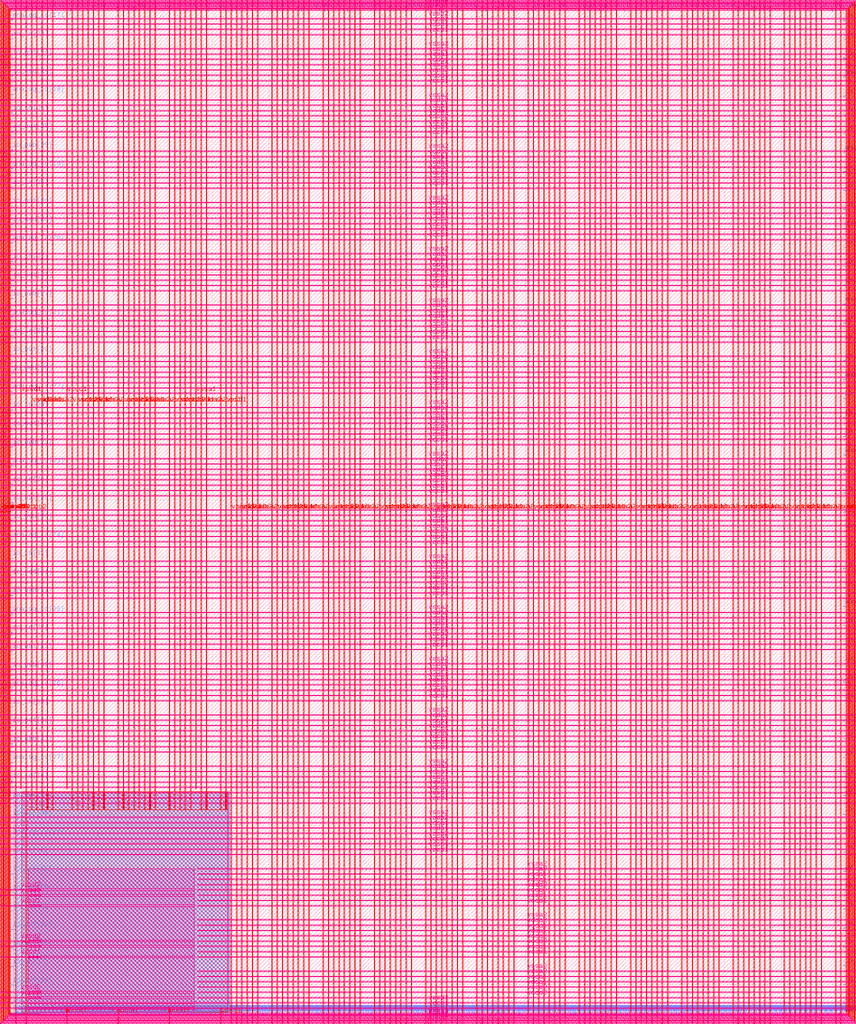
<source format=lef>
VERSION 5.7 ;
  NOWIREEXTENSIONATPIN ON ;
  DIVIDERCHAR "/" ;
  BUSBITCHARS "[]" ;
MACRO user_project_wrapper
  CLASS BLOCK ;
  FOREIGN user_project_wrapper ;
  ORIGIN 0.000 0.000 ;
  SIZE 2920.000 BY 3520.000 ;
  PIN analog_io[0]
    DIRECTION INOUT ;
    USE SIGNAL ;
    PORT
      LAYER met3 ;
        RECT 2917.600 1426.380 2924.800 1427.580 ;
    END
  END analog_io[0]
  PIN analog_io[10]
    DIRECTION INOUT ;
    USE SIGNAL ;
    PORT
      LAYER met2 ;
        RECT 2230.490 3517.600 2231.050 3524.800 ;
    END
  END analog_io[10]
  PIN analog_io[11]
    DIRECTION INOUT ;
    USE SIGNAL ;
    PORT
      LAYER met2 ;
        RECT 1905.730 3517.600 1906.290 3524.800 ;
    END
  END analog_io[11]
  PIN analog_io[12]
    DIRECTION INOUT ;
    USE SIGNAL ;
    PORT
      LAYER met2 ;
        RECT 1581.430 3517.600 1581.990 3524.800 ;
    END
  END analog_io[12]
  PIN analog_io[13]
    DIRECTION INOUT ;
    USE SIGNAL ;
    PORT
      LAYER met2 ;
        RECT 1257.130 3517.600 1257.690 3524.800 ;
    END
  END analog_io[13]
  PIN analog_io[14]
    DIRECTION INOUT ;
    USE SIGNAL ;
    PORT
      LAYER met2 ;
        RECT 932.370 3517.600 932.930 3524.800 ;
    END
  END analog_io[14]
  PIN analog_io[15]
    DIRECTION INOUT ;
    USE SIGNAL ;
    PORT
      LAYER met2 ;
        RECT 608.070 3517.600 608.630 3524.800 ;
    END
  END analog_io[15]
  PIN analog_io[16]
    DIRECTION INOUT ;
    USE SIGNAL ;
    PORT
      LAYER met2 ;
        RECT 283.770 3517.600 284.330 3524.800 ;
    END
  END analog_io[16]
  PIN analog_io[17]
    DIRECTION INOUT ;
    USE SIGNAL ;
    PORT
      LAYER met3 ;
        RECT -4.800 3486.100 2.400 3487.300 ;
    END
  END analog_io[17]
  PIN analog_io[18]
    DIRECTION INOUT ;
    USE SIGNAL ;
    PORT
      LAYER met3 ;
        RECT -4.800 3224.980 2.400 3226.180 ;
    END
  END analog_io[18]
  PIN analog_io[19]
    DIRECTION INOUT ;
    USE SIGNAL ;
    PORT
      LAYER met3 ;
        RECT -4.800 2964.540 2.400 2965.740 ;
    END
  END analog_io[19]
  PIN analog_io[1]
    DIRECTION INOUT ;
    USE SIGNAL ;
    PORT
      LAYER met3 ;
        RECT 2917.600 1692.260 2924.800 1693.460 ;
    END
  END analog_io[1]
  PIN analog_io[20]
    DIRECTION INOUT ;
    USE SIGNAL ;
    PORT
      LAYER met3 ;
        RECT -4.800 2703.420 2.400 2704.620 ;
    END
  END analog_io[20]
  PIN analog_io[21]
    DIRECTION INOUT ;
    USE SIGNAL ;
    PORT
      LAYER met3 ;
        RECT -4.800 2442.980 2.400 2444.180 ;
    END
  END analog_io[21]
  PIN analog_io[22]
    DIRECTION INOUT ;
    USE SIGNAL ;
    PORT
      LAYER met3 ;
        RECT -4.800 2182.540 2.400 2183.740 ;
    END
  END analog_io[22]
  PIN analog_io[23]
    DIRECTION INOUT ;
    USE SIGNAL ;
    PORT
      LAYER met3 ;
        RECT -4.800 1921.420 2.400 1922.620 ;
    END
  END analog_io[23]
  PIN analog_io[24]
    DIRECTION INOUT ;
    USE SIGNAL ;
    PORT
      LAYER met3 ;
        RECT -4.800 1660.980 2.400 1662.180 ;
    END
  END analog_io[24]
  PIN analog_io[25]
    DIRECTION INOUT ;
    USE SIGNAL ;
    PORT
      LAYER met3 ;
        RECT -4.800 1399.860 2.400 1401.060 ;
    END
  END analog_io[25]
  PIN analog_io[26]
    DIRECTION INOUT ;
    USE SIGNAL ;
    PORT
      LAYER met3 ;
        RECT -4.800 1139.420 2.400 1140.620 ;
    END
  END analog_io[26]
  PIN analog_io[27]
    DIRECTION INOUT ;
    USE SIGNAL ;
    PORT
      LAYER met3 ;
        RECT -4.800 878.980 2.400 880.180 ;
    END
  END analog_io[27]
  PIN analog_io[28]
    DIRECTION INOUT ;
    USE SIGNAL ;
    PORT
      LAYER met3 ;
        RECT -4.800 617.860 2.400 619.060 ;
    END
  END analog_io[28]
  PIN analog_io[2]
    DIRECTION INOUT ;
    USE SIGNAL ;
    PORT
      LAYER met3 ;
        RECT 2917.600 1958.140 2924.800 1959.340 ;
    END
  END analog_io[2]
  PIN analog_io[3]
    DIRECTION INOUT ;
    USE SIGNAL ;
    PORT
      LAYER met3 ;
        RECT 2917.600 2223.340 2924.800 2224.540 ;
    END
  END analog_io[3]
  PIN analog_io[4]
    DIRECTION INOUT ;
    USE SIGNAL ;
    PORT
      LAYER met3 ;
        RECT 2917.600 2489.220 2924.800 2490.420 ;
    END
  END analog_io[4]
  PIN analog_io[5]
    DIRECTION INOUT ;
    USE SIGNAL ;
    PORT
      LAYER met3 ;
        RECT 2917.600 2755.100 2924.800 2756.300 ;
    END
  END analog_io[5]
  PIN analog_io[6]
    DIRECTION INOUT ;
    USE SIGNAL ;
    PORT
      LAYER met3 ;
        RECT 2917.600 3020.300 2924.800 3021.500 ;
    END
  END analog_io[6]
  PIN analog_io[7]
    DIRECTION INOUT ;
    USE SIGNAL ;
    PORT
      LAYER met3 ;
        RECT 2917.600 3286.180 2924.800 3287.380 ;
    END
  END analog_io[7]
  PIN analog_io[8]
    DIRECTION INOUT ;
    USE SIGNAL ;
    PORT
      LAYER met2 ;
        RECT 2879.090 3517.600 2879.650 3524.800 ;
    END
  END analog_io[8]
  PIN analog_io[9]
    DIRECTION INOUT ;
    USE SIGNAL ;
    PORT
      LAYER met2 ;
        RECT 2554.790 3517.600 2555.350 3524.800 ;
    END
  END analog_io[9]
  PIN io_in[0]
    DIRECTION INPUT ;
    USE SIGNAL ;
    PORT
      LAYER met3 ;
        RECT 2917.600 32.380 2924.800 33.580 ;
    END
  END io_in[0]
  PIN io_in[10]
    DIRECTION INPUT ;
    USE SIGNAL ;
    PORT
      LAYER met3 ;
        RECT 2917.600 2289.980 2924.800 2291.180 ;
    END
  END io_in[10]
  PIN io_in[11]
    DIRECTION INPUT ;
    USE SIGNAL ;
    PORT
      LAYER met3 ;
        RECT 2917.600 2555.860 2924.800 2557.060 ;
    END
  END io_in[11]
  PIN io_in[12]
    DIRECTION INPUT ;
    USE SIGNAL ;
    PORT
      LAYER met3 ;
        RECT 2917.600 2821.060 2924.800 2822.260 ;
    END
  END io_in[12]
  PIN io_in[13]
    DIRECTION INPUT ;
    USE SIGNAL ;
    PORT
      LAYER met3 ;
        RECT 2917.600 3086.940 2924.800 3088.140 ;
    END
  END io_in[13]
  PIN io_in[14]
    DIRECTION INPUT ;
    USE SIGNAL ;
    PORT
      LAYER met3 ;
        RECT 2917.600 3352.820 2924.800 3354.020 ;
    END
  END io_in[14]
  PIN io_in[15]
    DIRECTION INPUT ;
    USE SIGNAL ;
    PORT
      LAYER met2 ;
        RECT 2798.130 3517.600 2798.690 3524.800 ;
    END
  END io_in[15]
  PIN io_in[16]
    DIRECTION INPUT ;
    USE SIGNAL ;
    PORT
      LAYER met2 ;
        RECT 2473.830 3517.600 2474.390 3524.800 ;
    END
  END io_in[16]
  PIN io_in[17]
    DIRECTION INPUT ;
    USE SIGNAL ;
    PORT
      LAYER met2 ;
        RECT 2149.070 3517.600 2149.630 3524.800 ;
    END
  END io_in[17]
  PIN io_in[18]
    DIRECTION INPUT ;
    USE SIGNAL ;
    PORT
      LAYER met2 ;
        RECT 1824.770 3517.600 1825.330 3524.800 ;
    END
  END io_in[18]
  PIN io_in[19]
    DIRECTION INPUT ;
    USE SIGNAL ;
    PORT
      LAYER met2 ;
        RECT 1500.470 3517.600 1501.030 3524.800 ;
    END
  END io_in[19]
  PIN io_in[1]
    DIRECTION INPUT ;
    USE SIGNAL ;
    PORT
      LAYER met3 ;
        RECT 2917.600 230.940 2924.800 232.140 ;
    END
  END io_in[1]
  PIN io_in[20]
    DIRECTION INPUT ;
    USE SIGNAL ;
    PORT
      LAYER met2 ;
        RECT 1175.710 3517.600 1176.270 3524.800 ;
    END
  END io_in[20]
  PIN io_in[21]
    DIRECTION INPUT ;
    USE SIGNAL ;
    PORT
      LAYER met2 ;
        RECT 851.410 3517.600 851.970 3524.800 ;
    END
  END io_in[21]
  PIN io_in[22]
    DIRECTION INPUT ;
    USE SIGNAL ;
    PORT
      LAYER met2 ;
        RECT 527.110 3517.600 527.670 3524.800 ;
    END
  END io_in[22]
  PIN io_in[23]
    DIRECTION INPUT ;
    USE SIGNAL ;
    PORT
      LAYER met2 ;
        RECT 202.350 3517.600 202.910 3524.800 ;
    END
  END io_in[23]
  PIN io_in[24]
    DIRECTION INPUT ;
    USE SIGNAL ;
    PORT
      LAYER met3 ;
        RECT -4.800 3420.820 2.400 3422.020 ;
    END
  END io_in[24]
  PIN io_in[25]
    DIRECTION INPUT ;
    USE SIGNAL ;
    PORT
      LAYER met3 ;
        RECT -4.800 3159.700 2.400 3160.900 ;
    END
  END io_in[25]
  PIN io_in[26]
    DIRECTION INPUT ;
    USE SIGNAL ;
    PORT
      LAYER met3 ;
        RECT -4.800 2899.260 2.400 2900.460 ;
    END
  END io_in[26]
  PIN io_in[27]
    DIRECTION INPUT ;
    USE SIGNAL ;
    PORT
      LAYER met3 ;
        RECT -4.800 2638.820 2.400 2640.020 ;
    END
  END io_in[27]
  PIN io_in[28]
    DIRECTION INPUT ;
    USE SIGNAL ;
    PORT
      LAYER met3 ;
        RECT -4.800 2377.700 2.400 2378.900 ;
    END
  END io_in[28]
  PIN io_in[29]
    DIRECTION INPUT ;
    USE SIGNAL ;
    PORT
      LAYER met3 ;
        RECT -4.800 2117.260 2.400 2118.460 ;
    END
  END io_in[29]
  PIN io_in[2]
    DIRECTION INPUT ;
    USE SIGNAL ;
    PORT
      LAYER met3 ;
        RECT 2917.600 430.180 2924.800 431.380 ;
    END
  END io_in[2]
  PIN io_in[30]
    DIRECTION INPUT ;
    USE SIGNAL ;
    PORT
      LAYER met3 ;
        RECT -4.800 1856.140 2.400 1857.340 ;
    END
  END io_in[30]
  PIN io_in[31]
    DIRECTION INPUT ;
    USE SIGNAL ;
    PORT
      LAYER met3 ;
        RECT -4.800 1595.700 2.400 1596.900 ;
    END
  END io_in[31]
  PIN io_in[32]
    DIRECTION INPUT ;
    USE SIGNAL ;
    PORT
      LAYER met3 ;
        RECT -4.800 1335.260 2.400 1336.460 ;
    END
  END io_in[32]
  PIN io_in[33]
    DIRECTION INPUT ;
    USE SIGNAL ;
    PORT
      LAYER met3 ;
        RECT -4.800 1074.140 2.400 1075.340 ;
    END
  END io_in[33]
  PIN io_in[34]
    DIRECTION INPUT ;
    USE SIGNAL ;
    PORT
      LAYER met3 ;
        RECT -4.800 813.700 2.400 814.900 ;
    END
  END io_in[34]
  PIN io_in[35]
    DIRECTION INPUT ;
    USE SIGNAL ;
    PORT
      LAYER met3 ;
        RECT -4.800 552.580 2.400 553.780 ;
    END
  END io_in[35]
  PIN io_in[36]
    DIRECTION INPUT ;
    USE SIGNAL ;
    PORT
      LAYER met3 ;
        RECT -4.800 357.420 2.400 358.620 ;
    END
  END io_in[36]
  PIN io_in[37]
    DIRECTION INPUT ;
    USE SIGNAL ;
    PORT
      LAYER met3 ;
        RECT -4.800 161.580 2.400 162.780 ;
    END
  END io_in[37]
  PIN io_in[3]
    DIRECTION INPUT ;
    USE SIGNAL ;
    PORT
      LAYER met3 ;
        RECT 2917.600 629.420 2924.800 630.620 ;
    END
  END io_in[3]
  PIN io_in[4]
    DIRECTION INPUT ;
    USE SIGNAL ;
    PORT
      LAYER met3 ;
        RECT 2917.600 828.660 2924.800 829.860 ;
    END
  END io_in[4]
  PIN io_in[5]
    DIRECTION INPUT ;
    USE SIGNAL ;
    PORT
      LAYER met3 ;
        RECT 2917.600 1027.900 2924.800 1029.100 ;
    END
  END io_in[5]
  PIN io_in[6]
    DIRECTION INPUT ;
    USE SIGNAL ;
    PORT
      LAYER met3 ;
        RECT 2917.600 1227.140 2924.800 1228.340 ;
    END
  END io_in[6]
  PIN io_in[7]
    DIRECTION INPUT ;
    USE SIGNAL ;
    PORT
      LAYER met3 ;
        RECT 2917.600 1493.020 2924.800 1494.220 ;
    END
  END io_in[7]
  PIN io_in[8]
    DIRECTION INPUT ;
    USE SIGNAL ;
    PORT
      LAYER met3 ;
        RECT 2917.600 1758.900 2924.800 1760.100 ;
    END
  END io_in[8]
  PIN io_in[9]
    DIRECTION INPUT ;
    USE SIGNAL ;
    PORT
      LAYER met3 ;
        RECT 2917.600 2024.100 2924.800 2025.300 ;
    END
  END io_in[9]
  PIN io_oeb[0]
    DIRECTION OUTPUT ;
    USE SIGNAL ;
    PORT
      LAYER met3 ;
        RECT 2917.600 164.980 2924.800 166.180 ;
    END
  END io_oeb[0]
  PIN io_oeb[10]
    DIRECTION OUTPUT ;
    USE SIGNAL ;
    PORT
      LAYER met3 ;
        RECT 2917.600 2422.580 2924.800 2423.780 ;
    END
  END io_oeb[10]
  PIN io_oeb[11]
    DIRECTION OUTPUT ;
    USE SIGNAL ;
    PORT
      LAYER met3 ;
        RECT 2917.600 2688.460 2924.800 2689.660 ;
    END
  END io_oeb[11]
  PIN io_oeb[12]
    DIRECTION OUTPUT ;
    USE SIGNAL ;
    PORT
      LAYER met3 ;
        RECT 2917.600 2954.340 2924.800 2955.540 ;
    END
  END io_oeb[12]
  PIN io_oeb[13]
    DIRECTION OUTPUT ;
    USE SIGNAL ;
    PORT
      LAYER met3 ;
        RECT 2917.600 3219.540 2924.800 3220.740 ;
    END
  END io_oeb[13]
  PIN io_oeb[14]
    DIRECTION OUTPUT ;
    USE SIGNAL ;
    PORT
      LAYER met3 ;
        RECT 2917.600 3485.420 2924.800 3486.620 ;
    END
  END io_oeb[14]
  PIN io_oeb[15]
    DIRECTION OUTPUT ;
    USE SIGNAL ;
    PORT
      LAYER met2 ;
        RECT 2635.750 3517.600 2636.310 3524.800 ;
    END
  END io_oeb[15]
  PIN io_oeb[16]
    DIRECTION OUTPUT ;
    USE SIGNAL ;
    PORT
      LAYER met2 ;
        RECT 2311.450 3517.600 2312.010 3524.800 ;
    END
  END io_oeb[16]
  PIN io_oeb[17]
    DIRECTION OUTPUT ;
    USE SIGNAL ;
    PORT
      LAYER met2 ;
        RECT 1987.150 3517.600 1987.710 3524.800 ;
    END
  END io_oeb[17]
  PIN io_oeb[18]
    DIRECTION OUTPUT ;
    USE SIGNAL ;
    PORT
      LAYER met2 ;
        RECT 1662.390 3517.600 1662.950 3524.800 ;
    END
  END io_oeb[18]
  PIN io_oeb[19]
    DIRECTION OUTPUT ;
    USE SIGNAL ;
    PORT
      LAYER met2 ;
        RECT 1338.090 3517.600 1338.650 3524.800 ;
    END
  END io_oeb[19]
  PIN io_oeb[1]
    DIRECTION OUTPUT ;
    USE SIGNAL ;
    PORT
      LAYER met3 ;
        RECT 2917.600 364.220 2924.800 365.420 ;
    END
  END io_oeb[1]
  PIN io_oeb[20]
    DIRECTION OUTPUT ;
    USE SIGNAL ;
    PORT
      LAYER met2 ;
        RECT 1013.790 3517.600 1014.350 3524.800 ;
    END
  END io_oeb[20]
  PIN io_oeb[21]
    DIRECTION OUTPUT ;
    USE SIGNAL ;
    PORT
      LAYER met2 ;
        RECT 689.030 3517.600 689.590 3524.800 ;
    END
  END io_oeb[21]
  PIN io_oeb[22]
    DIRECTION OUTPUT ;
    USE SIGNAL ;
    PORT
      LAYER met2 ;
        RECT 364.730 3517.600 365.290 3524.800 ;
    END
  END io_oeb[22]
  PIN io_oeb[23]
    DIRECTION OUTPUT ;
    USE SIGNAL ;
    PORT
      LAYER met2 ;
        RECT 40.430 3517.600 40.990 3524.800 ;
    END
  END io_oeb[23]
  PIN io_oeb[24]
    DIRECTION OUTPUT ;
    USE SIGNAL ;
    PORT
      LAYER met3 ;
        RECT -4.800 3290.260 2.400 3291.460 ;
    END
  END io_oeb[24]
  PIN io_oeb[25]
    DIRECTION OUTPUT ;
    USE SIGNAL ;
    PORT
      LAYER met3 ;
        RECT -4.800 3029.820 2.400 3031.020 ;
    END
  END io_oeb[25]
  PIN io_oeb[26]
    DIRECTION OUTPUT ;
    USE SIGNAL ;
    PORT
      LAYER met3 ;
        RECT -4.800 2768.700 2.400 2769.900 ;
    END
  END io_oeb[26]
  PIN io_oeb[27]
    DIRECTION OUTPUT ;
    USE SIGNAL ;
    PORT
      LAYER met3 ;
        RECT -4.800 2508.260 2.400 2509.460 ;
    END
  END io_oeb[27]
  PIN io_oeb[28]
    DIRECTION OUTPUT ;
    USE SIGNAL ;
    PORT
      LAYER met3 ;
        RECT -4.800 2247.140 2.400 2248.340 ;
    END
  END io_oeb[28]
  PIN io_oeb[29]
    DIRECTION OUTPUT ;
    USE SIGNAL ;
    PORT
      LAYER met3 ;
        RECT -4.800 1986.700 2.400 1987.900 ;
    END
  END io_oeb[29]
  PIN io_oeb[2]
    DIRECTION OUTPUT ;
    USE SIGNAL ;
    PORT
      LAYER met3 ;
        RECT 2917.600 563.460 2924.800 564.660 ;
    END
  END io_oeb[2]
  PIN io_oeb[30]
    DIRECTION OUTPUT ;
    USE SIGNAL ;
    PORT
      LAYER met3 ;
        RECT -4.800 1726.260 2.400 1727.460 ;
    END
  END io_oeb[30]
  PIN io_oeb[31]
    DIRECTION OUTPUT ;
    USE SIGNAL ;
    PORT
      LAYER met3 ;
        RECT -4.800 1465.140 2.400 1466.340 ;
    END
  END io_oeb[31]
  PIN io_oeb[32]
    DIRECTION OUTPUT ;
    USE SIGNAL ;
    PORT
      LAYER met3 ;
        RECT -4.800 1204.700 2.400 1205.900 ;
    END
  END io_oeb[32]
  PIN io_oeb[33]
    DIRECTION OUTPUT ;
    USE SIGNAL ;
    PORT
      LAYER met3 ;
        RECT -4.800 943.580 2.400 944.780 ;
    END
  END io_oeb[33]
  PIN io_oeb[34]
    DIRECTION OUTPUT ;
    USE SIGNAL ;
    PORT
      LAYER met3 ;
        RECT -4.800 683.140 2.400 684.340 ;
    END
  END io_oeb[34]
  PIN io_oeb[35]
    DIRECTION OUTPUT ;
    USE SIGNAL ;
    PORT
      LAYER met3 ;
        RECT -4.800 422.700 2.400 423.900 ;
    END
  END io_oeb[35]
  PIN io_oeb[36]
    DIRECTION OUTPUT ;
    USE SIGNAL ;
    PORT
      LAYER met3 ;
        RECT -4.800 226.860 2.400 228.060 ;
    END
  END io_oeb[36]
  PIN io_oeb[37]
    DIRECTION OUTPUT ;
    USE SIGNAL ;
    PORT
      LAYER met3 ;
        RECT -4.800 31.700 2.400 32.900 ;
    END
  END io_oeb[37]
  PIN io_oeb[3]
    DIRECTION OUTPUT ;
    USE SIGNAL ;
    PORT
      LAYER met3 ;
        RECT 2917.600 762.700 2924.800 763.900 ;
    END
  END io_oeb[3]
  PIN io_oeb[4]
    DIRECTION OUTPUT ;
    USE SIGNAL ;
    PORT
      LAYER met3 ;
        RECT 2917.600 961.940 2924.800 963.140 ;
    END
  END io_oeb[4]
  PIN io_oeb[5]
    DIRECTION OUTPUT ;
    USE SIGNAL ;
    PORT
      LAYER met3 ;
        RECT 2917.600 1161.180 2924.800 1162.380 ;
    END
  END io_oeb[5]
  PIN io_oeb[6]
    DIRECTION OUTPUT ;
    USE SIGNAL ;
    PORT
      LAYER met3 ;
        RECT 2917.600 1360.420 2924.800 1361.620 ;
    END
  END io_oeb[6]
  PIN io_oeb[7]
    DIRECTION OUTPUT ;
    USE SIGNAL ;
    PORT
      LAYER met3 ;
        RECT 2917.600 1625.620 2924.800 1626.820 ;
    END
  END io_oeb[7]
  PIN io_oeb[8]
    DIRECTION OUTPUT ;
    USE SIGNAL ;
    PORT
      LAYER met3 ;
        RECT 2917.600 1891.500 2924.800 1892.700 ;
    END
  END io_oeb[8]
  PIN io_oeb[9]
    DIRECTION OUTPUT ;
    USE SIGNAL ;
    PORT
      LAYER met3 ;
        RECT 2917.600 2157.380 2924.800 2158.580 ;
    END
  END io_oeb[9]
  PIN io_out[0]
    DIRECTION OUTPUT ;
    USE SIGNAL ;
    PORT
      LAYER met3 ;
        RECT 2917.600 98.340 2924.800 99.540 ;
    END
  END io_out[0]
  PIN io_out[10]
    DIRECTION OUTPUT ;
    USE SIGNAL ;
    PORT
      LAYER met3 ;
        RECT 2917.600 2356.620 2924.800 2357.820 ;
    END
  END io_out[10]
  PIN io_out[11]
    DIRECTION OUTPUT ;
    USE SIGNAL ;
    PORT
      LAYER met3 ;
        RECT 2917.600 2621.820 2924.800 2623.020 ;
    END
  END io_out[11]
  PIN io_out[12]
    DIRECTION OUTPUT ;
    USE SIGNAL ;
    PORT
      LAYER met3 ;
        RECT 2917.600 2887.700 2924.800 2888.900 ;
    END
  END io_out[12]
  PIN io_out[13]
    DIRECTION OUTPUT ;
    USE SIGNAL ;
    PORT
      LAYER met3 ;
        RECT 2917.600 3153.580 2924.800 3154.780 ;
    END
  END io_out[13]
  PIN io_out[14]
    DIRECTION OUTPUT ;
    USE SIGNAL ;
    PORT
      LAYER met3 ;
        RECT 2917.600 3418.780 2924.800 3419.980 ;
    END
  END io_out[14]
  PIN io_out[15]
    DIRECTION OUTPUT ;
    USE SIGNAL ;
    PORT
      LAYER met2 ;
        RECT 2717.170 3517.600 2717.730 3524.800 ;
    END
  END io_out[15]
  PIN io_out[16]
    DIRECTION OUTPUT ;
    USE SIGNAL ;
    PORT
      LAYER met2 ;
        RECT 2392.410 3517.600 2392.970 3524.800 ;
    END
  END io_out[16]
  PIN io_out[17]
    DIRECTION OUTPUT ;
    USE SIGNAL ;
    PORT
      LAYER met2 ;
        RECT 2068.110 3517.600 2068.670 3524.800 ;
    END
  END io_out[17]
  PIN io_out[18]
    DIRECTION OUTPUT ;
    USE SIGNAL ;
    PORT
      LAYER met2 ;
        RECT 1743.810 3517.600 1744.370 3524.800 ;
    END
  END io_out[18]
  PIN io_out[19]
    DIRECTION OUTPUT ;
    USE SIGNAL ;
    PORT
      LAYER met2 ;
        RECT 1419.050 3517.600 1419.610 3524.800 ;
    END
  END io_out[19]
  PIN io_out[1]
    DIRECTION OUTPUT ;
    USE SIGNAL ;
    PORT
      LAYER met3 ;
        RECT 2917.600 297.580 2924.800 298.780 ;
    END
  END io_out[1]
  PIN io_out[20]
    DIRECTION OUTPUT ;
    USE SIGNAL ;
    PORT
      LAYER met2 ;
        RECT 1094.750 3517.600 1095.310 3524.800 ;
    END
  END io_out[20]
  PIN io_out[21]
    DIRECTION OUTPUT ;
    USE SIGNAL ;
    PORT
      LAYER met2 ;
        RECT 770.450 3517.600 771.010 3524.800 ;
    END
  END io_out[21]
  PIN io_out[22]
    DIRECTION OUTPUT ;
    USE SIGNAL ;
    PORT
      LAYER met2 ;
        RECT 445.690 3517.600 446.250 3524.800 ;
    END
  END io_out[22]
  PIN io_out[23]
    DIRECTION OUTPUT ;
    USE SIGNAL ;
    PORT
      LAYER met2 ;
        RECT 121.390 3517.600 121.950 3524.800 ;
    END
  END io_out[23]
  PIN io_out[24]
    DIRECTION OUTPUT ;
    USE SIGNAL ;
    PORT
      LAYER met3 ;
        RECT -4.800 3355.540 2.400 3356.740 ;
    END
  END io_out[24]
  PIN io_out[25]
    DIRECTION OUTPUT ;
    USE SIGNAL ;
    PORT
      LAYER met3 ;
        RECT -4.800 3095.100 2.400 3096.300 ;
    END
  END io_out[25]
  PIN io_out[26]
    DIRECTION OUTPUT ;
    USE SIGNAL ;
    PORT
      LAYER met3 ;
        RECT -4.800 2833.980 2.400 2835.180 ;
    END
  END io_out[26]
  PIN io_out[27]
    DIRECTION OUTPUT ;
    USE SIGNAL ;
    PORT
      LAYER met3 ;
        RECT -4.800 2573.540 2.400 2574.740 ;
    END
  END io_out[27]
  PIN io_out[28]
    DIRECTION OUTPUT ;
    USE SIGNAL ;
    PORT
      LAYER met3 ;
        RECT -4.800 2312.420 2.400 2313.620 ;
    END
  END io_out[28]
  PIN io_out[29]
    DIRECTION OUTPUT ;
    USE SIGNAL ;
    PORT
      LAYER met3 ;
        RECT -4.800 2051.980 2.400 2053.180 ;
    END
  END io_out[29]
  PIN io_out[2]
    DIRECTION OUTPUT ;
    USE SIGNAL ;
    PORT
      LAYER met3 ;
        RECT 2917.600 496.820 2924.800 498.020 ;
    END
  END io_out[2]
  PIN io_out[30]
    DIRECTION OUTPUT ;
    USE SIGNAL ;
    PORT
      LAYER met3 ;
        RECT -4.800 1791.540 2.400 1792.740 ;
    END
  END io_out[30]
  PIN io_out[31]
    DIRECTION OUTPUT ;
    USE SIGNAL ;
    PORT
      LAYER met3 ;
        RECT -4.800 1530.420 2.400 1531.620 ;
    END
  END io_out[31]
  PIN io_out[32]
    DIRECTION OUTPUT ;
    USE SIGNAL ;
    PORT
      LAYER met3 ;
        RECT -4.800 1269.980 2.400 1271.180 ;
    END
  END io_out[32]
  PIN io_out[33]
    DIRECTION OUTPUT ;
    USE SIGNAL ;
    PORT
      LAYER met3 ;
        RECT -4.800 1008.860 2.400 1010.060 ;
    END
  END io_out[33]
  PIN io_out[34]
    DIRECTION OUTPUT ;
    USE SIGNAL ;
    PORT
      LAYER met3 ;
        RECT -4.800 748.420 2.400 749.620 ;
    END
  END io_out[34]
  PIN io_out[35]
    DIRECTION OUTPUT ;
    USE SIGNAL ;
    PORT
      LAYER met3 ;
        RECT -4.800 487.300 2.400 488.500 ;
    END
  END io_out[35]
  PIN io_out[36]
    DIRECTION OUTPUT ;
    USE SIGNAL ;
    PORT
      LAYER met3 ;
        RECT -4.800 292.140 2.400 293.340 ;
    END
  END io_out[36]
  PIN io_out[37]
    DIRECTION OUTPUT ;
    USE SIGNAL ;
    PORT
      LAYER met3 ;
        RECT -4.800 96.300 2.400 97.500 ;
    END
  END io_out[37]
  PIN io_out[3]
    DIRECTION OUTPUT ;
    USE SIGNAL ;
    PORT
      LAYER met3 ;
        RECT 2917.600 696.060 2924.800 697.260 ;
    END
  END io_out[3]
  PIN io_out[4]
    DIRECTION OUTPUT ;
    USE SIGNAL ;
    PORT
      LAYER met3 ;
        RECT 2917.600 895.300 2924.800 896.500 ;
    END
  END io_out[4]
  PIN io_out[5]
    DIRECTION OUTPUT ;
    USE SIGNAL ;
    PORT
      LAYER met3 ;
        RECT 2917.600 1094.540 2924.800 1095.740 ;
    END
  END io_out[5]
  PIN io_out[6]
    DIRECTION OUTPUT ;
    USE SIGNAL ;
    PORT
      LAYER met3 ;
        RECT 2917.600 1293.780 2924.800 1294.980 ;
    END
  END io_out[6]
  PIN io_out[7]
    DIRECTION OUTPUT ;
    USE SIGNAL ;
    PORT
      LAYER met3 ;
        RECT 2917.600 1559.660 2924.800 1560.860 ;
    END
  END io_out[7]
  PIN io_out[8]
    DIRECTION OUTPUT ;
    USE SIGNAL ;
    PORT
      LAYER met3 ;
        RECT 2917.600 1824.860 2924.800 1826.060 ;
    END
  END io_out[8]
  PIN io_out[9]
    DIRECTION OUTPUT ;
    USE SIGNAL ;
    PORT
      LAYER met3 ;
        RECT 2917.600 2090.740 2924.800 2091.940 ;
    END
  END io_out[9]
  PIN la_data_in[0]
    DIRECTION INPUT ;
    USE SIGNAL ;
    PORT
      LAYER met2 ;
        RECT 629.230 -4.800 629.790 2.400 ;
    END
  END la_data_in[0]
  PIN la_data_in[100]
    DIRECTION INPUT ;
    USE SIGNAL ;
    PORT
      LAYER met2 ;
        RECT 2402.530 -4.800 2403.090 2.400 ;
    END
  END la_data_in[100]
  PIN la_data_in[101]
    DIRECTION INPUT ;
    USE SIGNAL ;
    PORT
      LAYER met2 ;
        RECT 2420.010 -4.800 2420.570 2.400 ;
    END
  END la_data_in[101]
  PIN la_data_in[102]
    DIRECTION INPUT ;
    USE SIGNAL ;
    PORT
      LAYER met2 ;
        RECT 2437.950 -4.800 2438.510 2.400 ;
    END
  END la_data_in[102]
  PIN la_data_in[103]
    DIRECTION INPUT ;
    USE SIGNAL ;
    PORT
      LAYER met2 ;
        RECT 2455.430 -4.800 2455.990 2.400 ;
    END
  END la_data_in[103]
  PIN la_data_in[104]
    DIRECTION INPUT ;
    USE SIGNAL ;
    PORT
      LAYER met2 ;
        RECT 2473.370 -4.800 2473.930 2.400 ;
    END
  END la_data_in[104]
  PIN la_data_in[105]
    DIRECTION INPUT ;
    USE SIGNAL ;
    PORT
      LAYER met2 ;
        RECT 2490.850 -4.800 2491.410 2.400 ;
    END
  END la_data_in[105]
  PIN la_data_in[106]
    DIRECTION INPUT ;
    USE SIGNAL ;
    PORT
      LAYER met2 ;
        RECT 2508.790 -4.800 2509.350 2.400 ;
    END
  END la_data_in[106]
  PIN la_data_in[107]
    DIRECTION INPUT ;
    USE SIGNAL ;
    PORT
      LAYER met2 ;
        RECT 2526.730 -4.800 2527.290 2.400 ;
    END
  END la_data_in[107]
  PIN la_data_in[108]
    DIRECTION INPUT ;
    USE SIGNAL ;
    PORT
      LAYER met2 ;
        RECT 2544.210 -4.800 2544.770 2.400 ;
    END
  END la_data_in[108]
  PIN la_data_in[109]
    DIRECTION INPUT ;
    USE SIGNAL ;
    PORT
      LAYER met2 ;
        RECT 2562.150 -4.800 2562.710 2.400 ;
    END
  END la_data_in[109]
  PIN la_data_in[10]
    DIRECTION INPUT ;
    USE SIGNAL ;
    PORT
      LAYER met2 ;
        RECT 806.330 -4.800 806.890 2.400 ;
    END
  END la_data_in[10]
  PIN la_data_in[110]
    DIRECTION INPUT ;
    USE SIGNAL ;
    PORT
      LAYER met2 ;
        RECT 2579.630 -4.800 2580.190 2.400 ;
    END
  END la_data_in[110]
  PIN la_data_in[111]
    DIRECTION INPUT ;
    USE SIGNAL ;
    PORT
      LAYER met2 ;
        RECT 2597.570 -4.800 2598.130 2.400 ;
    END
  END la_data_in[111]
  PIN la_data_in[112]
    DIRECTION INPUT ;
    USE SIGNAL ;
    PORT
      LAYER met2 ;
        RECT 2615.050 -4.800 2615.610 2.400 ;
    END
  END la_data_in[112]
  PIN la_data_in[113]
    DIRECTION INPUT ;
    USE SIGNAL ;
    PORT
      LAYER met2 ;
        RECT 2632.990 -4.800 2633.550 2.400 ;
    END
  END la_data_in[113]
  PIN la_data_in[114]
    DIRECTION INPUT ;
    USE SIGNAL ;
    PORT
      LAYER met2 ;
        RECT 2650.470 -4.800 2651.030 2.400 ;
    END
  END la_data_in[114]
  PIN la_data_in[115]
    DIRECTION INPUT ;
    USE SIGNAL ;
    PORT
      LAYER met2 ;
        RECT 2668.410 -4.800 2668.970 2.400 ;
    END
  END la_data_in[115]
  PIN la_data_in[116]
    DIRECTION INPUT ;
    USE SIGNAL ;
    PORT
      LAYER met2 ;
        RECT 2685.890 -4.800 2686.450 2.400 ;
    END
  END la_data_in[116]
  PIN la_data_in[117]
    DIRECTION INPUT ;
    USE SIGNAL ;
    PORT
      LAYER met2 ;
        RECT 2703.830 -4.800 2704.390 2.400 ;
    END
  END la_data_in[117]
  PIN la_data_in[118]
    DIRECTION INPUT ;
    USE SIGNAL ;
    PORT
      LAYER met2 ;
        RECT 2721.770 -4.800 2722.330 2.400 ;
    END
  END la_data_in[118]
  PIN la_data_in[119]
    DIRECTION INPUT ;
    USE SIGNAL ;
    PORT
      LAYER met2 ;
        RECT 2739.250 -4.800 2739.810 2.400 ;
    END
  END la_data_in[119]
  PIN la_data_in[11]
    DIRECTION INPUT ;
    USE SIGNAL ;
    PORT
      LAYER met2 ;
        RECT 824.270 -4.800 824.830 2.400 ;
    END
  END la_data_in[11]
  PIN la_data_in[120]
    DIRECTION INPUT ;
    USE SIGNAL ;
    PORT
      LAYER met2 ;
        RECT 2757.190 -4.800 2757.750 2.400 ;
    END
  END la_data_in[120]
  PIN la_data_in[121]
    DIRECTION INPUT ;
    USE SIGNAL ;
    PORT
      LAYER met2 ;
        RECT 2774.670 -4.800 2775.230 2.400 ;
    END
  END la_data_in[121]
  PIN la_data_in[122]
    DIRECTION INPUT ;
    USE SIGNAL ;
    PORT
      LAYER met2 ;
        RECT 2792.610 -4.800 2793.170 2.400 ;
    END
  END la_data_in[122]
  PIN la_data_in[123]
    DIRECTION INPUT ;
    USE SIGNAL ;
    PORT
      LAYER met2 ;
        RECT 2810.090 -4.800 2810.650 2.400 ;
    END
  END la_data_in[123]
  PIN la_data_in[124]
    DIRECTION INPUT ;
    USE SIGNAL ;
    PORT
      LAYER met2 ;
        RECT 2828.030 -4.800 2828.590 2.400 ;
    END
  END la_data_in[124]
  PIN la_data_in[125]
    DIRECTION INPUT ;
    USE SIGNAL ;
    PORT
      LAYER met2 ;
        RECT 2845.510 -4.800 2846.070 2.400 ;
    END
  END la_data_in[125]
  PIN la_data_in[126]
    DIRECTION INPUT ;
    USE SIGNAL ;
    PORT
      LAYER met2 ;
        RECT 2863.450 -4.800 2864.010 2.400 ;
    END
  END la_data_in[126]
  PIN la_data_in[127]
    DIRECTION INPUT ;
    USE SIGNAL ;
    PORT
      LAYER met2 ;
        RECT 2881.390 -4.800 2881.950 2.400 ;
    END
  END la_data_in[127]
  PIN la_data_in[12]
    DIRECTION INPUT ;
    USE SIGNAL ;
    PORT
      LAYER met2 ;
        RECT 841.750 -4.800 842.310 2.400 ;
    END
  END la_data_in[12]
  PIN la_data_in[13]
    DIRECTION INPUT ;
    USE SIGNAL ;
    PORT
      LAYER met2 ;
        RECT 859.690 -4.800 860.250 2.400 ;
    END
  END la_data_in[13]
  PIN la_data_in[14]
    DIRECTION INPUT ;
    USE SIGNAL ;
    PORT
      LAYER met2 ;
        RECT 877.170 -4.800 877.730 2.400 ;
    END
  END la_data_in[14]
  PIN la_data_in[15]
    DIRECTION INPUT ;
    USE SIGNAL ;
    PORT
      LAYER met2 ;
        RECT 895.110 -4.800 895.670 2.400 ;
    END
  END la_data_in[15]
  PIN la_data_in[16]
    DIRECTION INPUT ;
    USE SIGNAL ;
    PORT
      LAYER met2 ;
        RECT 912.590 -4.800 913.150 2.400 ;
    END
  END la_data_in[16]
  PIN la_data_in[17]
    DIRECTION INPUT ;
    USE SIGNAL ;
    PORT
      LAYER met2 ;
        RECT 930.530 -4.800 931.090 2.400 ;
    END
  END la_data_in[17]
  PIN la_data_in[18]
    DIRECTION INPUT ;
    USE SIGNAL ;
    PORT
      LAYER met2 ;
        RECT 948.470 -4.800 949.030 2.400 ;
    END
  END la_data_in[18]
  PIN la_data_in[19]
    DIRECTION INPUT ;
    USE SIGNAL ;
    PORT
      LAYER met2 ;
        RECT 965.950 -4.800 966.510 2.400 ;
    END
  END la_data_in[19]
  PIN la_data_in[1]
    DIRECTION INPUT ;
    USE SIGNAL ;
    PORT
      LAYER met2 ;
        RECT 646.710 -4.800 647.270 2.400 ;
    END
  END la_data_in[1]
  PIN la_data_in[20]
    DIRECTION INPUT ;
    USE SIGNAL ;
    PORT
      LAYER met2 ;
        RECT 983.890 -4.800 984.450 2.400 ;
    END
  END la_data_in[20]
  PIN la_data_in[21]
    DIRECTION INPUT ;
    USE SIGNAL ;
    PORT
      LAYER met2 ;
        RECT 1001.370 -4.800 1001.930 2.400 ;
    END
  END la_data_in[21]
  PIN la_data_in[22]
    DIRECTION INPUT ;
    USE SIGNAL ;
    PORT
      LAYER met2 ;
        RECT 1019.310 -4.800 1019.870 2.400 ;
    END
  END la_data_in[22]
  PIN la_data_in[23]
    DIRECTION INPUT ;
    USE SIGNAL ;
    PORT
      LAYER met2 ;
        RECT 1036.790 -4.800 1037.350 2.400 ;
    END
  END la_data_in[23]
  PIN la_data_in[24]
    DIRECTION INPUT ;
    USE SIGNAL ;
    PORT
      LAYER met2 ;
        RECT 1054.730 -4.800 1055.290 2.400 ;
    END
  END la_data_in[24]
  PIN la_data_in[25]
    DIRECTION INPUT ;
    USE SIGNAL ;
    PORT
      LAYER met2 ;
        RECT 1072.210 -4.800 1072.770 2.400 ;
    END
  END la_data_in[25]
  PIN la_data_in[26]
    DIRECTION INPUT ;
    USE SIGNAL ;
    PORT
      LAYER met2 ;
        RECT 1090.150 -4.800 1090.710 2.400 ;
    END
  END la_data_in[26]
  PIN la_data_in[27]
    DIRECTION INPUT ;
    USE SIGNAL ;
    PORT
      LAYER met2 ;
        RECT 1107.630 -4.800 1108.190 2.400 ;
    END
  END la_data_in[27]
  PIN la_data_in[28]
    DIRECTION INPUT ;
    USE SIGNAL ;
    PORT
      LAYER met2 ;
        RECT 1125.570 -4.800 1126.130 2.400 ;
    END
  END la_data_in[28]
  PIN la_data_in[29]
    DIRECTION INPUT ;
    USE SIGNAL ;
    PORT
      LAYER met2 ;
        RECT 1143.510 -4.800 1144.070 2.400 ;
    END
  END la_data_in[29]
  PIN la_data_in[2]
    DIRECTION INPUT ;
    USE SIGNAL ;
    PORT
      LAYER met2 ;
        RECT 664.650 -4.800 665.210 2.400 ;
    END
  END la_data_in[2]
  PIN la_data_in[30]
    DIRECTION INPUT ;
    USE SIGNAL ;
    PORT
      LAYER met2 ;
        RECT 1160.990 -4.800 1161.550 2.400 ;
    END
  END la_data_in[30]
  PIN la_data_in[31]
    DIRECTION INPUT ;
    USE SIGNAL ;
    PORT
      LAYER met2 ;
        RECT 1178.930 -4.800 1179.490 2.400 ;
    END
  END la_data_in[31]
  PIN la_data_in[32]
    DIRECTION INPUT ;
    USE SIGNAL ;
    PORT
      LAYER met2 ;
        RECT 1196.410 -4.800 1196.970 2.400 ;
    END
  END la_data_in[32]
  PIN la_data_in[33]
    DIRECTION INPUT ;
    USE SIGNAL ;
    PORT
      LAYER met2 ;
        RECT 1214.350 -4.800 1214.910 2.400 ;
    END
  END la_data_in[33]
  PIN la_data_in[34]
    DIRECTION INPUT ;
    USE SIGNAL ;
    PORT
      LAYER met2 ;
        RECT 1231.830 -4.800 1232.390 2.400 ;
    END
  END la_data_in[34]
  PIN la_data_in[35]
    DIRECTION INPUT ;
    USE SIGNAL ;
    PORT
      LAYER met2 ;
        RECT 1249.770 -4.800 1250.330 2.400 ;
    END
  END la_data_in[35]
  PIN la_data_in[36]
    DIRECTION INPUT ;
    USE SIGNAL ;
    PORT
      LAYER met2 ;
        RECT 1267.250 -4.800 1267.810 2.400 ;
    END
  END la_data_in[36]
  PIN la_data_in[37]
    DIRECTION INPUT ;
    USE SIGNAL ;
    PORT
      LAYER met2 ;
        RECT 1285.190 -4.800 1285.750 2.400 ;
    END
  END la_data_in[37]
  PIN la_data_in[38]
    DIRECTION INPUT ;
    USE SIGNAL ;
    PORT
      LAYER met2 ;
        RECT 1303.130 -4.800 1303.690 2.400 ;
    END
  END la_data_in[38]
  PIN la_data_in[39]
    DIRECTION INPUT ;
    USE SIGNAL ;
    PORT
      LAYER met2 ;
        RECT 1320.610 -4.800 1321.170 2.400 ;
    END
  END la_data_in[39]
  PIN la_data_in[3]
    DIRECTION INPUT ;
    USE SIGNAL ;
    PORT
      LAYER met2 ;
        RECT 682.130 -4.800 682.690 2.400 ;
    END
  END la_data_in[3]
  PIN la_data_in[40]
    DIRECTION INPUT ;
    USE SIGNAL ;
    PORT
      LAYER met2 ;
        RECT 1338.550 -4.800 1339.110 2.400 ;
    END
  END la_data_in[40]
  PIN la_data_in[41]
    DIRECTION INPUT ;
    USE SIGNAL ;
    PORT
      LAYER met2 ;
        RECT 1356.030 -4.800 1356.590 2.400 ;
    END
  END la_data_in[41]
  PIN la_data_in[42]
    DIRECTION INPUT ;
    USE SIGNAL ;
    PORT
      LAYER met2 ;
        RECT 1373.970 -4.800 1374.530 2.400 ;
    END
  END la_data_in[42]
  PIN la_data_in[43]
    DIRECTION INPUT ;
    USE SIGNAL ;
    PORT
      LAYER met2 ;
        RECT 1391.450 -4.800 1392.010 2.400 ;
    END
  END la_data_in[43]
  PIN la_data_in[44]
    DIRECTION INPUT ;
    USE SIGNAL ;
    PORT
      LAYER met2 ;
        RECT 1409.390 -4.800 1409.950 2.400 ;
    END
  END la_data_in[44]
  PIN la_data_in[45]
    DIRECTION INPUT ;
    USE SIGNAL ;
    PORT
      LAYER met2 ;
        RECT 1426.870 -4.800 1427.430 2.400 ;
    END
  END la_data_in[45]
  PIN la_data_in[46]
    DIRECTION INPUT ;
    USE SIGNAL ;
    PORT
      LAYER met2 ;
        RECT 1444.810 -4.800 1445.370 2.400 ;
    END
  END la_data_in[46]
  PIN la_data_in[47]
    DIRECTION INPUT ;
    USE SIGNAL ;
    PORT
      LAYER met2 ;
        RECT 1462.750 -4.800 1463.310 2.400 ;
    END
  END la_data_in[47]
  PIN la_data_in[48]
    DIRECTION INPUT ;
    USE SIGNAL ;
    PORT
      LAYER met2 ;
        RECT 1480.230 -4.800 1480.790 2.400 ;
    END
  END la_data_in[48]
  PIN la_data_in[49]
    DIRECTION INPUT ;
    USE SIGNAL ;
    PORT
      LAYER met2 ;
        RECT 1498.170 -4.800 1498.730 2.400 ;
    END
  END la_data_in[49]
  PIN la_data_in[4]
    DIRECTION INPUT ;
    USE SIGNAL ;
    PORT
      LAYER met2 ;
        RECT 700.070 -4.800 700.630 2.400 ;
    END
  END la_data_in[4]
  PIN la_data_in[50]
    DIRECTION INPUT ;
    USE SIGNAL ;
    PORT
      LAYER met2 ;
        RECT 1515.650 -4.800 1516.210 2.400 ;
    END
  END la_data_in[50]
  PIN la_data_in[51]
    DIRECTION INPUT ;
    USE SIGNAL ;
    PORT
      LAYER met2 ;
        RECT 1533.590 -4.800 1534.150 2.400 ;
    END
  END la_data_in[51]
  PIN la_data_in[52]
    DIRECTION INPUT ;
    USE SIGNAL ;
    PORT
      LAYER met2 ;
        RECT 1551.070 -4.800 1551.630 2.400 ;
    END
  END la_data_in[52]
  PIN la_data_in[53]
    DIRECTION INPUT ;
    USE SIGNAL ;
    PORT
      LAYER met2 ;
        RECT 1569.010 -4.800 1569.570 2.400 ;
    END
  END la_data_in[53]
  PIN la_data_in[54]
    DIRECTION INPUT ;
    USE SIGNAL ;
    PORT
      LAYER met2 ;
        RECT 1586.490 -4.800 1587.050 2.400 ;
    END
  END la_data_in[54]
  PIN la_data_in[55]
    DIRECTION INPUT ;
    USE SIGNAL ;
    PORT
      LAYER met2 ;
        RECT 1604.430 -4.800 1604.990 2.400 ;
    END
  END la_data_in[55]
  PIN la_data_in[56]
    DIRECTION INPUT ;
    USE SIGNAL ;
    PORT
      LAYER met2 ;
        RECT 1621.910 -4.800 1622.470 2.400 ;
    END
  END la_data_in[56]
  PIN la_data_in[57]
    DIRECTION INPUT ;
    USE SIGNAL ;
    PORT
      LAYER met2 ;
        RECT 1639.850 -4.800 1640.410 2.400 ;
    END
  END la_data_in[57]
  PIN la_data_in[58]
    DIRECTION INPUT ;
    USE SIGNAL ;
    PORT
      LAYER met2 ;
        RECT 1657.790 -4.800 1658.350 2.400 ;
    END
  END la_data_in[58]
  PIN la_data_in[59]
    DIRECTION INPUT ;
    USE SIGNAL ;
    PORT
      LAYER met2 ;
        RECT 1675.270 -4.800 1675.830 2.400 ;
    END
  END la_data_in[59]
  PIN la_data_in[5]
    DIRECTION INPUT ;
    USE SIGNAL ;
    PORT
      LAYER met2 ;
        RECT 717.550 -4.800 718.110 2.400 ;
    END
  END la_data_in[5]
  PIN la_data_in[60]
    DIRECTION INPUT ;
    USE SIGNAL ;
    PORT
      LAYER met2 ;
        RECT 1693.210 -4.800 1693.770 2.400 ;
    END
  END la_data_in[60]
  PIN la_data_in[61]
    DIRECTION INPUT ;
    USE SIGNAL ;
    PORT
      LAYER met2 ;
        RECT 1710.690 -4.800 1711.250 2.400 ;
    END
  END la_data_in[61]
  PIN la_data_in[62]
    DIRECTION INPUT ;
    USE SIGNAL ;
    PORT
      LAYER met2 ;
        RECT 1728.630 -4.800 1729.190 2.400 ;
    END
  END la_data_in[62]
  PIN la_data_in[63]
    DIRECTION INPUT ;
    USE SIGNAL ;
    PORT
      LAYER met2 ;
        RECT 1746.110 -4.800 1746.670 2.400 ;
    END
  END la_data_in[63]
  PIN la_data_in[64]
    DIRECTION INPUT ;
    USE SIGNAL ;
    PORT
      LAYER met2 ;
        RECT 1764.050 -4.800 1764.610 2.400 ;
    END
  END la_data_in[64]
  PIN la_data_in[65]
    DIRECTION INPUT ;
    USE SIGNAL ;
    PORT
      LAYER met2 ;
        RECT 1781.530 -4.800 1782.090 2.400 ;
    END
  END la_data_in[65]
  PIN la_data_in[66]
    DIRECTION INPUT ;
    USE SIGNAL ;
    PORT
      LAYER met2 ;
        RECT 1799.470 -4.800 1800.030 2.400 ;
    END
  END la_data_in[66]
  PIN la_data_in[67]
    DIRECTION INPUT ;
    USE SIGNAL ;
    PORT
      LAYER met2 ;
        RECT 1817.410 -4.800 1817.970 2.400 ;
    END
  END la_data_in[67]
  PIN la_data_in[68]
    DIRECTION INPUT ;
    USE SIGNAL ;
    PORT
      LAYER met2 ;
        RECT 1834.890 -4.800 1835.450 2.400 ;
    END
  END la_data_in[68]
  PIN la_data_in[69]
    DIRECTION INPUT ;
    USE SIGNAL ;
    PORT
      LAYER met2 ;
        RECT 1852.830 -4.800 1853.390 2.400 ;
    END
  END la_data_in[69]
  PIN la_data_in[6]
    DIRECTION INPUT ;
    USE SIGNAL ;
    PORT
      LAYER met2 ;
        RECT 735.490 -4.800 736.050 2.400 ;
    END
  END la_data_in[6]
  PIN la_data_in[70]
    DIRECTION INPUT ;
    USE SIGNAL ;
    PORT
      LAYER met2 ;
        RECT 1870.310 -4.800 1870.870 2.400 ;
    END
  END la_data_in[70]
  PIN la_data_in[71]
    DIRECTION INPUT ;
    USE SIGNAL ;
    PORT
      LAYER met2 ;
        RECT 1888.250 -4.800 1888.810 2.400 ;
    END
  END la_data_in[71]
  PIN la_data_in[72]
    DIRECTION INPUT ;
    USE SIGNAL ;
    PORT
      LAYER met2 ;
        RECT 1905.730 -4.800 1906.290 2.400 ;
    END
  END la_data_in[72]
  PIN la_data_in[73]
    DIRECTION INPUT ;
    USE SIGNAL ;
    PORT
      LAYER met2 ;
        RECT 1923.670 -4.800 1924.230 2.400 ;
    END
  END la_data_in[73]
  PIN la_data_in[74]
    DIRECTION INPUT ;
    USE SIGNAL ;
    PORT
      LAYER met2 ;
        RECT 1941.150 -4.800 1941.710 2.400 ;
    END
  END la_data_in[74]
  PIN la_data_in[75]
    DIRECTION INPUT ;
    USE SIGNAL ;
    PORT
      LAYER met2 ;
        RECT 1959.090 -4.800 1959.650 2.400 ;
    END
  END la_data_in[75]
  PIN la_data_in[76]
    DIRECTION INPUT ;
    USE SIGNAL ;
    PORT
      LAYER met2 ;
        RECT 1976.570 -4.800 1977.130 2.400 ;
    END
  END la_data_in[76]
  PIN la_data_in[77]
    DIRECTION INPUT ;
    USE SIGNAL ;
    PORT
      LAYER met2 ;
        RECT 1994.510 -4.800 1995.070 2.400 ;
    END
  END la_data_in[77]
  PIN la_data_in[78]
    DIRECTION INPUT ;
    USE SIGNAL ;
    PORT
      LAYER met2 ;
        RECT 2012.450 -4.800 2013.010 2.400 ;
    END
  END la_data_in[78]
  PIN la_data_in[79]
    DIRECTION INPUT ;
    USE SIGNAL ;
    PORT
      LAYER met2 ;
        RECT 2029.930 -4.800 2030.490 2.400 ;
    END
  END la_data_in[79]
  PIN la_data_in[7]
    DIRECTION INPUT ;
    USE SIGNAL ;
    PORT
      LAYER met2 ;
        RECT 752.970 -4.800 753.530 2.400 ;
    END
  END la_data_in[7]
  PIN la_data_in[80]
    DIRECTION INPUT ;
    USE SIGNAL ;
    PORT
      LAYER met2 ;
        RECT 2047.870 -4.800 2048.430 2.400 ;
    END
  END la_data_in[80]
  PIN la_data_in[81]
    DIRECTION INPUT ;
    USE SIGNAL ;
    PORT
      LAYER met2 ;
        RECT 2065.350 -4.800 2065.910 2.400 ;
    END
  END la_data_in[81]
  PIN la_data_in[82]
    DIRECTION INPUT ;
    USE SIGNAL ;
    PORT
      LAYER met2 ;
        RECT 2083.290 -4.800 2083.850 2.400 ;
    END
  END la_data_in[82]
  PIN la_data_in[83]
    DIRECTION INPUT ;
    USE SIGNAL ;
    PORT
      LAYER met2 ;
        RECT 2100.770 -4.800 2101.330 2.400 ;
    END
  END la_data_in[83]
  PIN la_data_in[84]
    DIRECTION INPUT ;
    USE SIGNAL ;
    PORT
      LAYER met2 ;
        RECT 2118.710 -4.800 2119.270 2.400 ;
    END
  END la_data_in[84]
  PIN la_data_in[85]
    DIRECTION INPUT ;
    USE SIGNAL ;
    PORT
      LAYER met2 ;
        RECT 2136.190 -4.800 2136.750 2.400 ;
    END
  END la_data_in[85]
  PIN la_data_in[86]
    DIRECTION INPUT ;
    USE SIGNAL ;
    PORT
      LAYER met2 ;
        RECT 2154.130 -4.800 2154.690 2.400 ;
    END
  END la_data_in[86]
  PIN la_data_in[87]
    DIRECTION INPUT ;
    USE SIGNAL ;
    PORT
      LAYER met2 ;
        RECT 2172.070 -4.800 2172.630 2.400 ;
    END
  END la_data_in[87]
  PIN la_data_in[88]
    DIRECTION INPUT ;
    USE SIGNAL ;
    PORT
      LAYER met2 ;
        RECT 2189.550 -4.800 2190.110 2.400 ;
    END
  END la_data_in[88]
  PIN la_data_in[89]
    DIRECTION INPUT ;
    USE SIGNAL ;
    PORT
      LAYER met2 ;
        RECT 2207.490 -4.800 2208.050 2.400 ;
    END
  END la_data_in[89]
  PIN la_data_in[8]
    DIRECTION INPUT ;
    USE SIGNAL ;
    PORT
      LAYER met2 ;
        RECT 770.910 -4.800 771.470 2.400 ;
    END
  END la_data_in[8]
  PIN la_data_in[90]
    DIRECTION INPUT ;
    USE SIGNAL ;
    PORT
      LAYER met2 ;
        RECT 2224.970 -4.800 2225.530 2.400 ;
    END
  END la_data_in[90]
  PIN la_data_in[91]
    DIRECTION INPUT ;
    USE SIGNAL ;
    PORT
      LAYER met2 ;
        RECT 2242.910 -4.800 2243.470 2.400 ;
    END
  END la_data_in[91]
  PIN la_data_in[92]
    DIRECTION INPUT ;
    USE SIGNAL ;
    PORT
      LAYER met2 ;
        RECT 2260.390 -4.800 2260.950 2.400 ;
    END
  END la_data_in[92]
  PIN la_data_in[93]
    DIRECTION INPUT ;
    USE SIGNAL ;
    PORT
      LAYER met2 ;
        RECT 2278.330 -4.800 2278.890 2.400 ;
    END
  END la_data_in[93]
  PIN la_data_in[94]
    DIRECTION INPUT ;
    USE SIGNAL ;
    PORT
      LAYER met2 ;
        RECT 2295.810 -4.800 2296.370 2.400 ;
    END
  END la_data_in[94]
  PIN la_data_in[95]
    DIRECTION INPUT ;
    USE SIGNAL ;
    PORT
      LAYER met2 ;
        RECT 2313.750 -4.800 2314.310 2.400 ;
    END
  END la_data_in[95]
  PIN la_data_in[96]
    DIRECTION INPUT ;
    USE SIGNAL ;
    PORT
      LAYER met2 ;
        RECT 2331.230 -4.800 2331.790 2.400 ;
    END
  END la_data_in[96]
  PIN la_data_in[97]
    DIRECTION INPUT ;
    USE SIGNAL ;
    PORT
      LAYER met2 ;
        RECT 2349.170 -4.800 2349.730 2.400 ;
    END
  END la_data_in[97]
  PIN la_data_in[98]
    DIRECTION INPUT ;
    USE SIGNAL ;
    PORT
      LAYER met2 ;
        RECT 2367.110 -4.800 2367.670 2.400 ;
    END
  END la_data_in[98]
  PIN la_data_in[99]
    DIRECTION INPUT ;
    USE SIGNAL ;
    PORT
      LAYER met2 ;
        RECT 2384.590 -4.800 2385.150 2.400 ;
    END
  END la_data_in[99]
  PIN la_data_in[9]
    DIRECTION INPUT ;
    USE SIGNAL ;
    PORT
      LAYER met2 ;
        RECT 788.850 -4.800 789.410 2.400 ;
    END
  END la_data_in[9]
  PIN la_data_out[0]
    DIRECTION OUTPUT ;
    USE SIGNAL ;
    PORT
      LAYER met2 ;
        RECT 634.750 -4.800 635.310 2.400 ;
    END
  END la_data_out[0]
  PIN la_data_out[100]
    DIRECTION OUTPUT ;
    USE SIGNAL ;
    PORT
      LAYER met2 ;
        RECT 2408.510 -4.800 2409.070 2.400 ;
    END
  END la_data_out[100]
  PIN la_data_out[101]
    DIRECTION OUTPUT ;
    USE SIGNAL ;
    PORT
      LAYER met2 ;
        RECT 2425.990 -4.800 2426.550 2.400 ;
    END
  END la_data_out[101]
  PIN la_data_out[102]
    DIRECTION OUTPUT ;
    USE SIGNAL ;
    PORT
      LAYER met2 ;
        RECT 2443.930 -4.800 2444.490 2.400 ;
    END
  END la_data_out[102]
  PIN la_data_out[103]
    DIRECTION OUTPUT ;
    USE SIGNAL ;
    PORT
      LAYER met2 ;
        RECT 2461.410 -4.800 2461.970 2.400 ;
    END
  END la_data_out[103]
  PIN la_data_out[104]
    DIRECTION OUTPUT ;
    USE SIGNAL ;
    PORT
      LAYER met2 ;
        RECT 2479.350 -4.800 2479.910 2.400 ;
    END
  END la_data_out[104]
  PIN la_data_out[105]
    DIRECTION OUTPUT ;
    USE SIGNAL ;
    PORT
      LAYER met2 ;
        RECT 2496.830 -4.800 2497.390 2.400 ;
    END
  END la_data_out[105]
  PIN la_data_out[106]
    DIRECTION OUTPUT ;
    USE SIGNAL ;
    PORT
      LAYER met2 ;
        RECT 2514.770 -4.800 2515.330 2.400 ;
    END
  END la_data_out[106]
  PIN la_data_out[107]
    DIRECTION OUTPUT ;
    USE SIGNAL ;
    PORT
      LAYER met2 ;
        RECT 2532.250 -4.800 2532.810 2.400 ;
    END
  END la_data_out[107]
  PIN la_data_out[108]
    DIRECTION OUTPUT ;
    USE SIGNAL ;
    PORT
      LAYER met2 ;
        RECT 2550.190 -4.800 2550.750 2.400 ;
    END
  END la_data_out[108]
  PIN la_data_out[109]
    DIRECTION OUTPUT ;
    USE SIGNAL ;
    PORT
      LAYER met2 ;
        RECT 2567.670 -4.800 2568.230 2.400 ;
    END
  END la_data_out[109]
  PIN la_data_out[10]
    DIRECTION OUTPUT ;
    USE SIGNAL ;
    PORT
      LAYER met2 ;
        RECT 812.310 -4.800 812.870 2.400 ;
    END
  END la_data_out[10]
  PIN la_data_out[110]
    DIRECTION OUTPUT ;
    USE SIGNAL ;
    PORT
      LAYER met2 ;
        RECT 2585.610 -4.800 2586.170 2.400 ;
    END
  END la_data_out[110]
  PIN la_data_out[111]
    DIRECTION OUTPUT ;
    USE SIGNAL ;
    PORT
      LAYER met2 ;
        RECT 2603.550 -4.800 2604.110 2.400 ;
    END
  END la_data_out[111]
  PIN la_data_out[112]
    DIRECTION OUTPUT ;
    USE SIGNAL ;
    PORT
      LAYER met2 ;
        RECT 2621.030 -4.800 2621.590 2.400 ;
    END
  END la_data_out[112]
  PIN la_data_out[113]
    DIRECTION OUTPUT ;
    USE SIGNAL ;
    PORT
      LAYER met2 ;
        RECT 2638.970 -4.800 2639.530 2.400 ;
    END
  END la_data_out[113]
  PIN la_data_out[114]
    DIRECTION OUTPUT ;
    USE SIGNAL ;
    PORT
      LAYER met2 ;
        RECT 2656.450 -4.800 2657.010 2.400 ;
    END
  END la_data_out[114]
  PIN la_data_out[115]
    DIRECTION OUTPUT ;
    USE SIGNAL ;
    PORT
      LAYER met2 ;
        RECT 2674.390 -4.800 2674.950 2.400 ;
    END
  END la_data_out[115]
  PIN la_data_out[116]
    DIRECTION OUTPUT ;
    USE SIGNAL ;
    PORT
      LAYER met2 ;
        RECT 2691.870 -4.800 2692.430 2.400 ;
    END
  END la_data_out[116]
  PIN la_data_out[117]
    DIRECTION OUTPUT ;
    USE SIGNAL ;
    PORT
      LAYER met2 ;
        RECT 2709.810 -4.800 2710.370 2.400 ;
    END
  END la_data_out[117]
  PIN la_data_out[118]
    DIRECTION OUTPUT ;
    USE SIGNAL ;
    PORT
      LAYER met2 ;
        RECT 2727.290 -4.800 2727.850 2.400 ;
    END
  END la_data_out[118]
  PIN la_data_out[119]
    DIRECTION OUTPUT ;
    USE SIGNAL ;
    PORT
      LAYER met2 ;
        RECT 2745.230 -4.800 2745.790 2.400 ;
    END
  END la_data_out[119]
  PIN la_data_out[11]
    DIRECTION OUTPUT ;
    USE SIGNAL ;
    PORT
      LAYER met2 ;
        RECT 830.250 -4.800 830.810 2.400 ;
    END
  END la_data_out[11]
  PIN la_data_out[120]
    DIRECTION OUTPUT ;
    USE SIGNAL ;
    PORT
      LAYER met2 ;
        RECT 2763.170 -4.800 2763.730 2.400 ;
    END
  END la_data_out[120]
  PIN la_data_out[121]
    DIRECTION OUTPUT ;
    USE SIGNAL ;
    PORT
      LAYER met2 ;
        RECT 2780.650 -4.800 2781.210 2.400 ;
    END
  END la_data_out[121]
  PIN la_data_out[122]
    DIRECTION OUTPUT ;
    USE SIGNAL ;
    PORT
      LAYER met2 ;
        RECT 2798.590 -4.800 2799.150 2.400 ;
    END
  END la_data_out[122]
  PIN la_data_out[123]
    DIRECTION OUTPUT ;
    USE SIGNAL ;
    PORT
      LAYER met2 ;
        RECT 2816.070 -4.800 2816.630 2.400 ;
    END
  END la_data_out[123]
  PIN la_data_out[124]
    DIRECTION OUTPUT ;
    USE SIGNAL ;
    PORT
      LAYER met2 ;
        RECT 2834.010 -4.800 2834.570 2.400 ;
    END
  END la_data_out[124]
  PIN la_data_out[125]
    DIRECTION OUTPUT ;
    USE SIGNAL ;
    PORT
      LAYER met2 ;
        RECT 2851.490 -4.800 2852.050 2.400 ;
    END
  END la_data_out[125]
  PIN la_data_out[126]
    DIRECTION OUTPUT ;
    USE SIGNAL ;
    PORT
      LAYER met2 ;
        RECT 2869.430 -4.800 2869.990 2.400 ;
    END
  END la_data_out[126]
  PIN la_data_out[127]
    DIRECTION OUTPUT ;
    USE SIGNAL ;
    PORT
      LAYER met2 ;
        RECT 2886.910 -4.800 2887.470 2.400 ;
    END
  END la_data_out[127]
  PIN la_data_out[12]
    DIRECTION OUTPUT ;
    USE SIGNAL ;
    PORT
      LAYER met2 ;
        RECT 847.730 -4.800 848.290 2.400 ;
    END
  END la_data_out[12]
  PIN la_data_out[13]
    DIRECTION OUTPUT ;
    USE SIGNAL ;
    PORT
      LAYER met2 ;
        RECT 865.670 -4.800 866.230 2.400 ;
    END
  END la_data_out[13]
  PIN la_data_out[14]
    DIRECTION OUTPUT ;
    USE SIGNAL ;
    PORT
      LAYER met2 ;
        RECT 883.150 -4.800 883.710 2.400 ;
    END
  END la_data_out[14]
  PIN la_data_out[15]
    DIRECTION OUTPUT ;
    USE SIGNAL ;
    PORT
      LAYER met2 ;
        RECT 901.090 -4.800 901.650 2.400 ;
    END
  END la_data_out[15]
  PIN la_data_out[16]
    DIRECTION OUTPUT ;
    USE SIGNAL ;
    PORT
      LAYER met2 ;
        RECT 918.570 -4.800 919.130 2.400 ;
    END
  END la_data_out[16]
  PIN la_data_out[17]
    DIRECTION OUTPUT ;
    USE SIGNAL ;
    PORT
      LAYER met2 ;
        RECT 936.510 -4.800 937.070 2.400 ;
    END
  END la_data_out[17]
  PIN la_data_out[18]
    DIRECTION OUTPUT ;
    USE SIGNAL ;
    PORT
      LAYER met2 ;
        RECT 953.990 -4.800 954.550 2.400 ;
    END
  END la_data_out[18]
  PIN la_data_out[19]
    DIRECTION OUTPUT ;
    USE SIGNAL ;
    PORT
      LAYER met2 ;
        RECT 971.930 -4.800 972.490 2.400 ;
    END
  END la_data_out[19]
  PIN la_data_out[1]
    DIRECTION OUTPUT ;
    USE SIGNAL ;
    PORT
      LAYER met2 ;
        RECT 652.690 -4.800 653.250 2.400 ;
    END
  END la_data_out[1]
  PIN la_data_out[20]
    DIRECTION OUTPUT ;
    USE SIGNAL ;
    PORT
      LAYER met2 ;
        RECT 989.410 -4.800 989.970 2.400 ;
    END
  END la_data_out[20]
  PIN la_data_out[21]
    DIRECTION OUTPUT ;
    USE SIGNAL ;
    PORT
      LAYER met2 ;
        RECT 1007.350 -4.800 1007.910 2.400 ;
    END
  END la_data_out[21]
  PIN la_data_out[22]
    DIRECTION OUTPUT ;
    USE SIGNAL ;
    PORT
      LAYER met2 ;
        RECT 1025.290 -4.800 1025.850 2.400 ;
    END
  END la_data_out[22]
  PIN la_data_out[23]
    DIRECTION OUTPUT ;
    USE SIGNAL ;
    PORT
      LAYER met2 ;
        RECT 1042.770 -4.800 1043.330 2.400 ;
    END
  END la_data_out[23]
  PIN la_data_out[24]
    DIRECTION OUTPUT ;
    USE SIGNAL ;
    PORT
      LAYER met2 ;
        RECT 1060.710 -4.800 1061.270 2.400 ;
    END
  END la_data_out[24]
  PIN la_data_out[25]
    DIRECTION OUTPUT ;
    USE SIGNAL ;
    PORT
      LAYER met2 ;
        RECT 1078.190 -4.800 1078.750 2.400 ;
    END
  END la_data_out[25]
  PIN la_data_out[26]
    DIRECTION OUTPUT ;
    USE SIGNAL ;
    PORT
      LAYER met2 ;
        RECT 1096.130 -4.800 1096.690 2.400 ;
    END
  END la_data_out[26]
  PIN la_data_out[27]
    DIRECTION OUTPUT ;
    USE SIGNAL ;
    PORT
      LAYER met2 ;
        RECT 1113.610 -4.800 1114.170 2.400 ;
    END
  END la_data_out[27]
  PIN la_data_out[28]
    DIRECTION OUTPUT ;
    USE SIGNAL ;
    PORT
      LAYER met2 ;
        RECT 1131.550 -4.800 1132.110 2.400 ;
    END
  END la_data_out[28]
  PIN la_data_out[29]
    DIRECTION OUTPUT ;
    USE SIGNAL ;
    PORT
      LAYER met2 ;
        RECT 1149.030 -4.800 1149.590 2.400 ;
    END
  END la_data_out[29]
  PIN la_data_out[2]
    DIRECTION OUTPUT ;
    USE SIGNAL ;
    PORT
      LAYER met2 ;
        RECT 670.630 -4.800 671.190 2.400 ;
    END
  END la_data_out[2]
  PIN la_data_out[30]
    DIRECTION OUTPUT ;
    USE SIGNAL ;
    PORT
      LAYER met2 ;
        RECT 1166.970 -4.800 1167.530 2.400 ;
    END
  END la_data_out[30]
  PIN la_data_out[31]
    DIRECTION OUTPUT ;
    USE SIGNAL ;
    PORT
      LAYER met2 ;
        RECT 1184.910 -4.800 1185.470 2.400 ;
    END
  END la_data_out[31]
  PIN la_data_out[32]
    DIRECTION OUTPUT ;
    USE SIGNAL ;
    PORT
      LAYER met2 ;
        RECT 1202.390 -4.800 1202.950 2.400 ;
    END
  END la_data_out[32]
  PIN la_data_out[33]
    DIRECTION OUTPUT ;
    USE SIGNAL ;
    PORT
      LAYER met2 ;
        RECT 1220.330 -4.800 1220.890 2.400 ;
    END
  END la_data_out[33]
  PIN la_data_out[34]
    DIRECTION OUTPUT ;
    USE SIGNAL ;
    PORT
      LAYER met2 ;
        RECT 1237.810 -4.800 1238.370 2.400 ;
    END
  END la_data_out[34]
  PIN la_data_out[35]
    DIRECTION OUTPUT ;
    USE SIGNAL ;
    PORT
      LAYER met2 ;
        RECT 1255.750 -4.800 1256.310 2.400 ;
    END
  END la_data_out[35]
  PIN la_data_out[36]
    DIRECTION OUTPUT ;
    USE SIGNAL ;
    PORT
      LAYER met2 ;
        RECT 1273.230 -4.800 1273.790 2.400 ;
    END
  END la_data_out[36]
  PIN la_data_out[37]
    DIRECTION OUTPUT ;
    USE SIGNAL ;
    PORT
      LAYER met2 ;
        RECT 1291.170 -4.800 1291.730 2.400 ;
    END
  END la_data_out[37]
  PIN la_data_out[38]
    DIRECTION OUTPUT ;
    USE SIGNAL ;
    PORT
      LAYER met2 ;
        RECT 1308.650 -4.800 1309.210 2.400 ;
    END
  END la_data_out[38]
  PIN la_data_out[39]
    DIRECTION OUTPUT ;
    USE SIGNAL ;
    PORT
      LAYER met2 ;
        RECT 1326.590 -4.800 1327.150 2.400 ;
    END
  END la_data_out[39]
  PIN la_data_out[3]
    DIRECTION OUTPUT ;
    USE SIGNAL ;
    PORT
      LAYER met2 ;
        RECT 688.110 -4.800 688.670 2.400 ;
    END
  END la_data_out[3]
  PIN la_data_out[40]
    DIRECTION OUTPUT ;
    USE SIGNAL ;
    PORT
      LAYER met2 ;
        RECT 1344.070 -4.800 1344.630 2.400 ;
    END
  END la_data_out[40]
  PIN la_data_out[41]
    DIRECTION OUTPUT ;
    USE SIGNAL ;
    PORT
      LAYER met2 ;
        RECT 1362.010 -4.800 1362.570 2.400 ;
    END
  END la_data_out[41]
  PIN la_data_out[42]
    DIRECTION OUTPUT ;
    USE SIGNAL ;
    PORT
      LAYER met2 ;
        RECT 1379.950 -4.800 1380.510 2.400 ;
    END
  END la_data_out[42]
  PIN la_data_out[43]
    DIRECTION OUTPUT ;
    USE SIGNAL ;
    PORT
      LAYER met2 ;
        RECT 1397.430 -4.800 1397.990 2.400 ;
    END
  END la_data_out[43]
  PIN la_data_out[44]
    DIRECTION OUTPUT ;
    USE SIGNAL ;
    PORT
      LAYER met2 ;
        RECT 1415.370 -4.800 1415.930 2.400 ;
    END
  END la_data_out[44]
  PIN la_data_out[45]
    DIRECTION OUTPUT ;
    USE SIGNAL ;
    PORT
      LAYER met2 ;
        RECT 1432.850 -4.800 1433.410 2.400 ;
    END
  END la_data_out[45]
  PIN la_data_out[46]
    DIRECTION OUTPUT ;
    USE SIGNAL ;
    PORT
      LAYER met2 ;
        RECT 1450.790 -4.800 1451.350 2.400 ;
    END
  END la_data_out[46]
  PIN la_data_out[47]
    DIRECTION OUTPUT ;
    USE SIGNAL ;
    PORT
      LAYER met2 ;
        RECT 1468.270 -4.800 1468.830 2.400 ;
    END
  END la_data_out[47]
  PIN la_data_out[48]
    DIRECTION OUTPUT ;
    USE SIGNAL ;
    PORT
      LAYER met2 ;
        RECT 1486.210 -4.800 1486.770 2.400 ;
    END
  END la_data_out[48]
  PIN la_data_out[49]
    DIRECTION OUTPUT ;
    USE SIGNAL ;
    PORT
      LAYER met2 ;
        RECT 1503.690 -4.800 1504.250 2.400 ;
    END
  END la_data_out[49]
  PIN la_data_out[4]
    DIRECTION OUTPUT ;
    USE SIGNAL ;
    PORT
      LAYER met2 ;
        RECT 706.050 -4.800 706.610 2.400 ;
    END
  END la_data_out[4]
  PIN la_data_out[50]
    DIRECTION OUTPUT ;
    USE SIGNAL ;
    PORT
      LAYER met2 ;
        RECT 1521.630 -4.800 1522.190 2.400 ;
    END
  END la_data_out[50]
  PIN la_data_out[51]
    DIRECTION OUTPUT ;
    USE SIGNAL ;
    PORT
      LAYER met2 ;
        RECT 1539.570 -4.800 1540.130 2.400 ;
    END
  END la_data_out[51]
  PIN la_data_out[52]
    DIRECTION OUTPUT ;
    USE SIGNAL ;
    PORT
      LAYER met2 ;
        RECT 1557.050 -4.800 1557.610 2.400 ;
    END
  END la_data_out[52]
  PIN la_data_out[53]
    DIRECTION OUTPUT ;
    USE SIGNAL ;
    PORT
      LAYER met2 ;
        RECT 1574.990 -4.800 1575.550 2.400 ;
    END
  END la_data_out[53]
  PIN la_data_out[54]
    DIRECTION OUTPUT ;
    USE SIGNAL ;
    PORT
      LAYER met2 ;
        RECT 1592.470 -4.800 1593.030 2.400 ;
    END
  END la_data_out[54]
  PIN la_data_out[55]
    DIRECTION OUTPUT ;
    USE SIGNAL ;
    PORT
      LAYER met2 ;
        RECT 1610.410 -4.800 1610.970 2.400 ;
    END
  END la_data_out[55]
  PIN la_data_out[56]
    DIRECTION OUTPUT ;
    USE SIGNAL ;
    PORT
      LAYER met2 ;
        RECT 1627.890 -4.800 1628.450 2.400 ;
    END
  END la_data_out[56]
  PIN la_data_out[57]
    DIRECTION OUTPUT ;
    USE SIGNAL ;
    PORT
      LAYER met2 ;
        RECT 1645.830 -4.800 1646.390 2.400 ;
    END
  END la_data_out[57]
  PIN la_data_out[58]
    DIRECTION OUTPUT ;
    USE SIGNAL ;
    PORT
      LAYER met2 ;
        RECT 1663.310 -4.800 1663.870 2.400 ;
    END
  END la_data_out[58]
  PIN la_data_out[59]
    DIRECTION OUTPUT ;
    USE SIGNAL ;
    PORT
      LAYER met2 ;
        RECT 1681.250 -4.800 1681.810 2.400 ;
    END
  END la_data_out[59]
  PIN la_data_out[5]
    DIRECTION OUTPUT ;
    USE SIGNAL ;
    PORT
      LAYER met2 ;
        RECT 723.530 -4.800 724.090 2.400 ;
    END
  END la_data_out[5]
  PIN la_data_out[60]
    DIRECTION OUTPUT ;
    USE SIGNAL ;
    PORT
      LAYER met2 ;
        RECT 1699.190 -4.800 1699.750 2.400 ;
    END
  END la_data_out[60]
  PIN la_data_out[61]
    DIRECTION OUTPUT ;
    USE SIGNAL ;
    PORT
      LAYER met2 ;
        RECT 1716.670 -4.800 1717.230 2.400 ;
    END
  END la_data_out[61]
  PIN la_data_out[62]
    DIRECTION OUTPUT ;
    USE SIGNAL ;
    PORT
      LAYER met2 ;
        RECT 1734.610 -4.800 1735.170 2.400 ;
    END
  END la_data_out[62]
  PIN la_data_out[63]
    DIRECTION OUTPUT ;
    USE SIGNAL ;
    PORT
      LAYER met2 ;
        RECT 1752.090 -4.800 1752.650 2.400 ;
    END
  END la_data_out[63]
  PIN la_data_out[64]
    DIRECTION OUTPUT ;
    USE SIGNAL ;
    PORT
      LAYER met2 ;
        RECT 1770.030 -4.800 1770.590 2.400 ;
    END
  END la_data_out[64]
  PIN la_data_out[65]
    DIRECTION OUTPUT ;
    USE SIGNAL ;
    PORT
      LAYER met2 ;
        RECT 1787.510 -4.800 1788.070 2.400 ;
    END
  END la_data_out[65]
  PIN la_data_out[66]
    DIRECTION OUTPUT ;
    USE SIGNAL ;
    PORT
      LAYER met2 ;
        RECT 1805.450 -4.800 1806.010 2.400 ;
    END
  END la_data_out[66]
  PIN la_data_out[67]
    DIRECTION OUTPUT ;
    USE SIGNAL ;
    PORT
      LAYER met2 ;
        RECT 1822.930 -4.800 1823.490 2.400 ;
    END
  END la_data_out[67]
  PIN la_data_out[68]
    DIRECTION OUTPUT ;
    USE SIGNAL ;
    PORT
      LAYER met2 ;
        RECT 1840.870 -4.800 1841.430 2.400 ;
    END
  END la_data_out[68]
  PIN la_data_out[69]
    DIRECTION OUTPUT ;
    USE SIGNAL ;
    PORT
      LAYER met2 ;
        RECT 1858.350 -4.800 1858.910 2.400 ;
    END
  END la_data_out[69]
  PIN la_data_out[6]
    DIRECTION OUTPUT ;
    USE SIGNAL ;
    PORT
      LAYER met2 ;
        RECT 741.470 -4.800 742.030 2.400 ;
    END
  END la_data_out[6]
  PIN la_data_out[70]
    DIRECTION OUTPUT ;
    USE SIGNAL ;
    PORT
      LAYER met2 ;
        RECT 1876.290 -4.800 1876.850 2.400 ;
    END
  END la_data_out[70]
  PIN la_data_out[71]
    DIRECTION OUTPUT ;
    USE SIGNAL ;
    PORT
      LAYER met2 ;
        RECT 1894.230 -4.800 1894.790 2.400 ;
    END
  END la_data_out[71]
  PIN la_data_out[72]
    DIRECTION OUTPUT ;
    USE SIGNAL ;
    PORT
      LAYER met2 ;
        RECT 1911.710 -4.800 1912.270 2.400 ;
    END
  END la_data_out[72]
  PIN la_data_out[73]
    DIRECTION OUTPUT ;
    USE SIGNAL ;
    PORT
      LAYER met2 ;
        RECT 1929.650 -4.800 1930.210 2.400 ;
    END
  END la_data_out[73]
  PIN la_data_out[74]
    DIRECTION OUTPUT ;
    USE SIGNAL ;
    PORT
      LAYER met2 ;
        RECT 1947.130 -4.800 1947.690 2.400 ;
    END
  END la_data_out[74]
  PIN la_data_out[75]
    DIRECTION OUTPUT ;
    USE SIGNAL ;
    PORT
      LAYER met2 ;
        RECT 1965.070 -4.800 1965.630 2.400 ;
    END
  END la_data_out[75]
  PIN la_data_out[76]
    DIRECTION OUTPUT ;
    USE SIGNAL ;
    PORT
      LAYER met2 ;
        RECT 1982.550 -4.800 1983.110 2.400 ;
    END
  END la_data_out[76]
  PIN la_data_out[77]
    DIRECTION OUTPUT ;
    USE SIGNAL ;
    PORT
      LAYER met2 ;
        RECT 2000.490 -4.800 2001.050 2.400 ;
    END
  END la_data_out[77]
  PIN la_data_out[78]
    DIRECTION OUTPUT ;
    USE SIGNAL ;
    PORT
      LAYER met2 ;
        RECT 2017.970 -4.800 2018.530 2.400 ;
    END
  END la_data_out[78]
  PIN la_data_out[79]
    DIRECTION OUTPUT ;
    USE SIGNAL ;
    PORT
      LAYER met2 ;
        RECT 2035.910 -4.800 2036.470 2.400 ;
    END
  END la_data_out[79]
  PIN la_data_out[7]
    DIRECTION OUTPUT ;
    USE SIGNAL ;
    PORT
      LAYER met2 ;
        RECT 758.950 -4.800 759.510 2.400 ;
    END
  END la_data_out[7]
  PIN la_data_out[80]
    DIRECTION OUTPUT ;
    USE SIGNAL ;
    PORT
      LAYER met2 ;
        RECT 2053.850 -4.800 2054.410 2.400 ;
    END
  END la_data_out[80]
  PIN la_data_out[81]
    DIRECTION OUTPUT ;
    USE SIGNAL ;
    PORT
      LAYER met2 ;
        RECT 2071.330 -4.800 2071.890 2.400 ;
    END
  END la_data_out[81]
  PIN la_data_out[82]
    DIRECTION OUTPUT ;
    USE SIGNAL ;
    PORT
      LAYER met2 ;
        RECT 2089.270 -4.800 2089.830 2.400 ;
    END
  END la_data_out[82]
  PIN la_data_out[83]
    DIRECTION OUTPUT ;
    USE SIGNAL ;
    PORT
      LAYER met2 ;
        RECT 2106.750 -4.800 2107.310 2.400 ;
    END
  END la_data_out[83]
  PIN la_data_out[84]
    DIRECTION OUTPUT ;
    USE SIGNAL ;
    PORT
      LAYER met2 ;
        RECT 2124.690 -4.800 2125.250 2.400 ;
    END
  END la_data_out[84]
  PIN la_data_out[85]
    DIRECTION OUTPUT ;
    USE SIGNAL ;
    PORT
      LAYER met2 ;
        RECT 2142.170 -4.800 2142.730 2.400 ;
    END
  END la_data_out[85]
  PIN la_data_out[86]
    DIRECTION OUTPUT ;
    USE SIGNAL ;
    PORT
      LAYER met2 ;
        RECT 2160.110 -4.800 2160.670 2.400 ;
    END
  END la_data_out[86]
  PIN la_data_out[87]
    DIRECTION OUTPUT ;
    USE SIGNAL ;
    PORT
      LAYER met2 ;
        RECT 2177.590 -4.800 2178.150 2.400 ;
    END
  END la_data_out[87]
  PIN la_data_out[88]
    DIRECTION OUTPUT ;
    USE SIGNAL ;
    PORT
      LAYER met2 ;
        RECT 2195.530 -4.800 2196.090 2.400 ;
    END
  END la_data_out[88]
  PIN la_data_out[89]
    DIRECTION OUTPUT ;
    USE SIGNAL ;
    PORT
      LAYER met2 ;
        RECT 2213.010 -4.800 2213.570 2.400 ;
    END
  END la_data_out[89]
  PIN la_data_out[8]
    DIRECTION OUTPUT ;
    USE SIGNAL ;
    PORT
      LAYER met2 ;
        RECT 776.890 -4.800 777.450 2.400 ;
    END
  END la_data_out[8]
  PIN la_data_out[90]
    DIRECTION OUTPUT ;
    USE SIGNAL ;
    PORT
      LAYER met2 ;
        RECT 2230.950 -4.800 2231.510 2.400 ;
    END
  END la_data_out[90]
  PIN la_data_out[91]
    DIRECTION OUTPUT ;
    USE SIGNAL ;
    PORT
      LAYER met2 ;
        RECT 2248.890 -4.800 2249.450 2.400 ;
    END
  END la_data_out[91]
  PIN la_data_out[92]
    DIRECTION OUTPUT ;
    USE SIGNAL ;
    PORT
      LAYER met2 ;
        RECT 2266.370 -4.800 2266.930 2.400 ;
    END
  END la_data_out[92]
  PIN la_data_out[93]
    DIRECTION OUTPUT ;
    USE SIGNAL ;
    PORT
      LAYER met2 ;
        RECT 2284.310 -4.800 2284.870 2.400 ;
    END
  END la_data_out[93]
  PIN la_data_out[94]
    DIRECTION OUTPUT ;
    USE SIGNAL ;
    PORT
      LAYER met2 ;
        RECT 2301.790 -4.800 2302.350 2.400 ;
    END
  END la_data_out[94]
  PIN la_data_out[95]
    DIRECTION OUTPUT ;
    USE SIGNAL ;
    PORT
      LAYER met2 ;
        RECT 2319.730 -4.800 2320.290 2.400 ;
    END
  END la_data_out[95]
  PIN la_data_out[96]
    DIRECTION OUTPUT ;
    USE SIGNAL ;
    PORT
      LAYER met2 ;
        RECT 2337.210 -4.800 2337.770 2.400 ;
    END
  END la_data_out[96]
  PIN la_data_out[97]
    DIRECTION OUTPUT ;
    USE SIGNAL ;
    PORT
      LAYER met2 ;
        RECT 2355.150 -4.800 2355.710 2.400 ;
    END
  END la_data_out[97]
  PIN la_data_out[98]
    DIRECTION OUTPUT ;
    USE SIGNAL ;
    PORT
      LAYER met2 ;
        RECT 2372.630 -4.800 2373.190 2.400 ;
    END
  END la_data_out[98]
  PIN la_data_out[99]
    DIRECTION OUTPUT ;
    USE SIGNAL ;
    PORT
      LAYER met2 ;
        RECT 2390.570 -4.800 2391.130 2.400 ;
    END
  END la_data_out[99]
  PIN la_data_out[9]
    DIRECTION OUTPUT ;
    USE SIGNAL ;
    PORT
      LAYER met2 ;
        RECT 794.370 -4.800 794.930 2.400 ;
    END
  END la_data_out[9]
  PIN la_oenb[0]
    DIRECTION INPUT ;
    USE SIGNAL ;
    PORT
      LAYER met2 ;
        RECT 640.730 -4.800 641.290 2.400 ;
    END
  END la_oenb[0]
  PIN la_oenb[100]
    DIRECTION INPUT ;
    USE SIGNAL ;
    PORT
      LAYER met2 ;
        RECT 2414.030 -4.800 2414.590 2.400 ;
    END
  END la_oenb[100]
  PIN la_oenb[101]
    DIRECTION INPUT ;
    USE SIGNAL ;
    PORT
      LAYER met2 ;
        RECT 2431.970 -4.800 2432.530 2.400 ;
    END
  END la_oenb[101]
  PIN la_oenb[102]
    DIRECTION INPUT ;
    USE SIGNAL ;
    PORT
      LAYER met2 ;
        RECT 2449.450 -4.800 2450.010 2.400 ;
    END
  END la_oenb[102]
  PIN la_oenb[103]
    DIRECTION INPUT ;
    USE SIGNAL ;
    PORT
      LAYER met2 ;
        RECT 2467.390 -4.800 2467.950 2.400 ;
    END
  END la_oenb[103]
  PIN la_oenb[104]
    DIRECTION INPUT ;
    USE SIGNAL ;
    PORT
      LAYER met2 ;
        RECT 2485.330 -4.800 2485.890 2.400 ;
    END
  END la_oenb[104]
  PIN la_oenb[105]
    DIRECTION INPUT ;
    USE SIGNAL ;
    PORT
      LAYER met2 ;
        RECT 2502.810 -4.800 2503.370 2.400 ;
    END
  END la_oenb[105]
  PIN la_oenb[106]
    DIRECTION INPUT ;
    USE SIGNAL ;
    PORT
      LAYER met2 ;
        RECT 2520.750 -4.800 2521.310 2.400 ;
    END
  END la_oenb[106]
  PIN la_oenb[107]
    DIRECTION INPUT ;
    USE SIGNAL ;
    PORT
      LAYER met2 ;
        RECT 2538.230 -4.800 2538.790 2.400 ;
    END
  END la_oenb[107]
  PIN la_oenb[108]
    DIRECTION INPUT ;
    USE SIGNAL ;
    PORT
      LAYER met2 ;
        RECT 2556.170 -4.800 2556.730 2.400 ;
    END
  END la_oenb[108]
  PIN la_oenb[109]
    DIRECTION INPUT ;
    USE SIGNAL ;
    PORT
      LAYER met2 ;
        RECT 2573.650 -4.800 2574.210 2.400 ;
    END
  END la_oenb[109]
  PIN la_oenb[10]
    DIRECTION INPUT ;
    USE SIGNAL ;
    PORT
      LAYER met2 ;
        RECT 818.290 -4.800 818.850 2.400 ;
    END
  END la_oenb[10]
  PIN la_oenb[110]
    DIRECTION INPUT ;
    USE SIGNAL ;
    PORT
      LAYER met2 ;
        RECT 2591.590 -4.800 2592.150 2.400 ;
    END
  END la_oenb[110]
  PIN la_oenb[111]
    DIRECTION INPUT ;
    USE SIGNAL ;
    PORT
      LAYER met2 ;
        RECT 2609.070 -4.800 2609.630 2.400 ;
    END
  END la_oenb[111]
  PIN la_oenb[112]
    DIRECTION INPUT ;
    USE SIGNAL ;
    PORT
      LAYER met2 ;
        RECT 2627.010 -4.800 2627.570 2.400 ;
    END
  END la_oenb[112]
  PIN la_oenb[113]
    DIRECTION INPUT ;
    USE SIGNAL ;
    PORT
      LAYER met2 ;
        RECT 2644.950 -4.800 2645.510 2.400 ;
    END
  END la_oenb[113]
  PIN la_oenb[114]
    DIRECTION INPUT ;
    USE SIGNAL ;
    PORT
      LAYER met2 ;
        RECT 2662.430 -4.800 2662.990 2.400 ;
    END
  END la_oenb[114]
  PIN la_oenb[115]
    DIRECTION INPUT ;
    USE SIGNAL ;
    PORT
      LAYER met2 ;
        RECT 2680.370 -4.800 2680.930 2.400 ;
    END
  END la_oenb[115]
  PIN la_oenb[116]
    DIRECTION INPUT ;
    USE SIGNAL ;
    PORT
      LAYER met2 ;
        RECT 2697.850 -4.800 2698.410 2.400 ;
    END
  END la_oenb[116]
  PIN la_oenb[117]
    DIRECTION INPUT ;
    USE SIGNAL ;
    PORT
      LAYER met2 ;
        RECT 2715.790 -4.800 2716.350 2.400 ;
    END
  END la_oenb[117]
  PIN la_oenb[118]
    DIRECTION INPUT ;
    USE SIGNAL ;
    PORT
      LAYER met2 ;
        RECT 2733.270 -4.800 2733.830 2.400 ;
    END
  END la_oenb[118]
  PIN la_oenb[119]
    DIRECTION INPUT ;
    USE SIGNAL ;
    PORT
      LAYER met2 ;
        RECT 2751.210 -4.800 2751.770 2.400 ;
    END
  END la_oenb[119]
  PIN la_oenb[11]
    DIRECTION INPUT ;
    USE SIGNAL ;
    PORT
      LAYER met2 ;
        RECT 835.770 -4.800 836.330 2.400 ;
    END
  END la_oenb[11]
  PIN la_oenb[120]
    DIRECTION INPUT ;
    USE SIGNAL ;
    PORT
      LAYER met2 ;
        RECT 2768.690 -4.800 2769.250 2.400 ;
    END
  END la_oenb[120]
  PIN la_oenb[121]
    DIRECTION INPUT ;
    USE SIGNAL ;
    PORT
      LAYER met2 ;
        RECT 2786.630 -4.800 2787.190 2.400 ;
    END
  END la_oenb[121]
  PIN la_oenb[122]
    DIRECTION INPUT ;
    USE SIGNAL ;
    PORT
      LAYER met2 ;
        RECT 2804.110 -4.800 2804.670 2.400 ;
    END
  END la_oenb[122]
  PIN la_oenb[123]
    DIRECTION INPUT ;
    USE SIGNAL ;
    PORT
      LAYER met2 ;
        RECT 2822.050 -4.800 2822.610 2.400 ;
    END
  END la_oenb[123]
  PIN la_oenb[124]
    DIRECTION INPUT ;
    USE SIGNAL ;
    PORT
      LAYER met2 ;
        RECT 2839.990 -4.800 2840.550 2.400 ;
    END
  END la_oenb[124]
  PIN la_oenb[125]
    DIRECTION INPUT ;
    USE SIGNAL ;
    PORT
      LAYER met2 ;
        RECT 2857.470 -4.800 2858.030 2.400 ;
    END
  END la_oenb[125]
  PIN la_oenb[126]
    DIRECTION INPUT ;
    USE SIGNAL ;
    PORT
      LAYER met2 ;
        RECT 2875.410 -4.800 2875.970 2.400 ;
    END
  END la_oenb[126]
  PIN la_oenb[127]
    DIRECTION INPUT ;
    USE SIGNAL ;
    PORT
      LAYER met2 ;
        RECT 2892.890 -4.800 2893.450 2.400 ;
    END
  END la_oenb[127]
  PIN la_oenb[12]
    DIRECTION INPUT ;
    USE SIGNAL ;
    PORT
      LAYER met2 ;
        RECT 853.710 -4.800 854.270 2.400 ;
    END
  END la_oenb[12]
  PIN la_oenb[13]
    DIRECTION INPUT ;
    USE SIGNAL ;
    PORT
      LAYER met2 ;
        RECT 871.190 -4.800 871.750 2.400 ;
    END
  END la_oenb[13]
  PIN la_oenb[14]
    DIRECTION INPUT ;
    USE SIGNAL ;
    PORT
      LAYER met2 ;
        RECT 889.130 -4.800 889.690 2.400 ;
    END
  END la_oenb[14]
  PIN la_oenb[15]
    DIRECTION INPUT ;
    USE SIGNAL ;
    PORT
      LAYER met2 ;
        RECT 907.070 -4.800 907.630 2.400 ;
    END
  END la_oenb[15]
  PIN la_oenb[16]
    DIRECTION INPUT ;
    USE SIGNAL ;
    PORT
      LAYER met2 ;
        RECT 924.550 -4.800 925.110 2.400 ;
    END
  END la_oenb[16]
  PIN la_oenb[17]
    DIRECTION INPUT ;
    USE SIGNAL ;
    PORT
      LAYER met2 ;
        RECT 942.490 -4.800 943.050 2.400 ;
    END
  END la_oenb[17]
  PIN la_oenb[18]
    DIRECTION INPUT ;
    USE SIGNAL ;
    PORT
      LAYER met2 ;
        RECT 959.970 -4.800 960.530 2.400 ;
    END
  END la_oenb[18]
  PIN la_oenb[19]
    DIRECTION INPUT ;
    USE SIGNAL ;
    PORT
      LAYER met2 ;
        RECT 977.910 -4.800 978.470 2.400 ;
    END
  END la_oenb[19]
  PIN la_oenb[1]
    DIRECTION INPUT ;
    USE SIGNAL ;
    PORT
      LAYER met2 ;
        RECT 658.670 -4.800 659.230 2.400 ;
    END
  END la_oenb[1]
  PIN la_oenb[20]
    DIRECTION INPUT ;
    USE SIGNAL ;
    PORT
      LAYER met2 ;
        RECT 995.390 -4.800 995.950 2.400 ;
    END
  END la_oenb[20]
  PIN la_oenb[21]
    DIRECTION INPUT ;
    USE SIGNAL ;
    PORT
      LAYER met2 ;
        RECT 1013.330 -4.800 1013.890 2.400 ;
    END
  END la_oenb[21]
  PIN la_oenb[22]
    DIRECTION INPUT ;
    USE SIGNAL ;
    PORT
      LAYER met2 ;
        RECT 1030.810 -4.800 1031.370 2.400 ;
    END
  END la_oenb[22]
  PIN la_oenb[23]
    DIRECTION INPUT ;
    USE SIGNAL ;
    PORT
      LAYER met2 ;
        RECT 1048.750 -4.800 1049.310 2.400 ;
    END
  END la_oenb[23]
  PIN la_oenb[24]
    DIRECTION INPUT ;
    USE SIGNAL ;
    PORT
      LAYER met2 ;
        RECT 1066.690 -4.800 1067.250 2.400 ;
    END
  END la_oenb[24]
  PIN la_oenb[25]
    DIRECTION INPUT ;
    USE SIGNAL ;
    PORT
      LAYER met2 ;
        RECT 1084.170 -4.800 1084.730 2.400 ;
    END
  END la_oenb[25]
  PIN la_oenb[26]
    DIRECTION INPUT ;
    USE SIGNAL ;
    PORT
      LAYER met2 ;
        RECT 1102.110 -4.800 1102.670 2.400 ;
    END
  END la_oenb[26]
  PIN la_oenb[27]
    DIRECTION INPUT ;
    USE SIGNAL ;
    PORT
      LAYER met2 ;
        RECT 1119.590 -4.800 1120.150 2.400 ;
    END
  END la_oenb[27]
  PIN la_oenb[28]
    DIRECTION INPUT ;
    USE SIGNAL ;
    PORT
      LAYER met2 ;
        RECT 1137.530 -4.800 1138.090 2.400 ;
    END
  END la_oenb[28]
  PIN la_oenb[29]
    DIRECTION INPUT ;
    USE SIGNAL ;
    PORT
      LAYER met2 ;
        RECT 1155.010 -4.800 1155.570 2.400 ;
    END
  END la_oenb[29]
  PIN la_oenb[2]
    DIRECTION INPUT ;
    USE SIGNAL ;
    PORT
      LAYER met2 ;
        RECT 676.150 -4.800 676.710 2.400 ;
    END
  END la_oenb[2]
  PIN la_oenb[30]
    DIRECTION INPUT ;
    USE SIGNAL ;
    PORT
      LAYER met2 ;
        RECT 1172.950 -4.800 1173.510 2.400 ;
    END
  END la_oenb[30]
  PIN la_oenb[31]
    DIRECTION INPUT ;
    USE SIGNAL ;
    PORT
      LAYER met2 ;
        RECT 1190.430 -4.800 1190.990 2.400 ;
    END
  END la_oenb[31]
  PIN la_oenb[32]
    DIRECTION INPUT ;
    USE SIGNAL ;
    PORT
      LAYER met2 ;
        RECT 1208.370 -4.800 1208.930 2.400 ;
    END
  END la_oenb[32]
  PIN la_oenb[33]
    DIRECTION INPUT ;
    USE SIGNAL ;
    PORT
      LAYER met2 ;
        RECT 1225.850 -4.800 1226.410 2.400 ;
    END
  END la_oenb[33]
  PIN la_oenb[34]
    DIRECTION INPUT ;
    USE SIGNAL ;
    PORT
      LAYER met2 ;
        RECT 1243.790 -4.800 1244.350 2.400 ;
    END
  END la_oenb[34]
  PIN la_oenb[35]
    DIRECTION INPUT ;
    USE SIGNAL ;
    PORT
      LAYER met2 ;
        RECT 1261.730 -4.800 1262.290 2.400 ;
    END
  END la_oenb[35]
  PIN la_oenb[36]
    DIRECTION INPUT ;
    USE SIGNAL ;
    PORT
      LAYER met2 ;
        RECT 1279.210 -4.800 1279.770 2.400 ;
    END
  END la_oenb[36]
  PIN la_oenb[37]
    DIRECTION INPUT ;
    USE SIGNAL ;
    PORT
      LAYER met2 ;
        RECT 1297.150 -4.800 1297.710 2.400 ;
    END
  END la_oenb[37]
  PIN la_oenb[38]
    DIRECTION INPUT ;
    USE SIGNAL ;
    PORT
      LAYER met2 ;
        RECT 1314.630 -4.800 1315.190 2.400 ;
    END
  END la_oenb[38]
  PIN la_oenb[39]
    DIRECTION INPUT ;
    USE SIGNAL ;
    PORT
      LAYER met2 ;
        RECT 1332.570 -4.800 1333.130 2.400 ;
    END
  END la_oenb[39]
  PIN la_oenb[3]
    DIRECTION INPUT ;
    USE SIGNAL ;
    PORT
      LAYER met2 ;
        RECT 694.090 -4.800 694.650 2.400 ;
    END
  END la_oenb[3]
  PIN la_oenb[40]
    DIRECTION INPUT ;
    USE SIGNAL ;
    PORT
      LAYER met2 ;
        RECT 1350.050 -4.800 1350.610 2.400 ;
    END
  END la_oenb[40]
  PIN la_oenb[41]
    DIRECTION INPUT ;
    USE SIGNAL ;
    PORT
      LAYER met2 ;
        RECT 1367.990 -4.800 1368.550 2.400 ;
    END
  END la_oenb[41]
  PIN la_oenb[42]
    DIRECTION INPUT ;
    USE SIGNAL ;
    PORT
      LAYER met2 ;
        RECT 1385.470 -4.800 1386.030 2.400 ;
    END
  END la_oenb[42]
  PIN la_oenb[43]
    DIRECTION INPUT ;
    USE SIGNAL ;
    PORT
      LAYER met2 ;
        RECT 1403.410 -4.800 1403.970 2.400 ;
    END
  END la_oenb[43]
  PIN la_oenb[44]
    DIRECTION INPUT ;
    USE SIGNAL ;
    PORT
      LAYER met2 ;
        RECT 1421.350 -4.800 1421.910 2.400 ;
    END
  END la_oenb[44]
  PIN la_oenb[45]
    DIRECTION INPUT ;
    USE SIGNAL ;
    PORT
      LAYER met2 ;
        RECT 1438.830 -4.800 1439.390 2.400 ;
    END
  END la_oenb[45]
  PIN la_oenb[46]
    DIRECTION INPUT ;
    USE SIGNAL ;
    PORT
      LAYER met2 ;
        RECT 1456.770 -4.800 1457.330 2.400 ;
    END
  END la_oenb[46]
  PIN la_oenb[47]
    DIRECTION INPUT ;
    USE SIGNAL ;
    PORT
      LAYER met2 ;
        RECT 1474.250 -4.800 1474.810 2.400 ;
    END
  END la_oenb[47]
  PIN la_oenb[48]
    DIRECTION INPUT ;
    USE SIGNAL ;
    PORT
      LAYER met2 ;
        RECT 1492.190 -4.800 1492.750 2.400 ;
    END
  END la_oenb[48]
  PIN la_oenb[49]
    DIRECTION INPUT ;
    USE SIGNAL ;
    PORT
      LAYER met2 ;
        RECT 1509.670 -4.800 1510.230 2.400 ;
    END
  END la_oenb[49]
  PIN la_oenb[4]
    DIRECTION INPUT ;
    USE SIGNAL ;
    PORT
      LAYER met2 ;
        RECT 712.030 -4.800 712.590 2.400 ;
    END
  END la_oenb[4]
  PIN la_oenb[50]
    DIRECTION INPUT ;
    USE SIGNAL ;
    PORT
      LAYER met2 ;
        RECT 1527.610 -4.800 1528.170 2.400 ;
    END
  END la_oenb[50]
  PIN la_oenb[51]
    DIRECTION INPUT ;
    USE SIGNAL ;
    PORT
      LAYER met2 ;
        RECT 1545.090 -4.800 1545.650 2.400 ;
    END
  END la_oenb[51]
  PIN la_oenb[52]
    DIRECTION INPUT ;
    USE SIGNAL ;
    PORT
      LAYER met2 ;
        RECT 1563.030 -4.800 1563.590 2.400 ;
    END
  END la_oenb[52]
  PIN la_oenb[53]
    DIRECTION INPUT ;
    USE SIGNAL ;
    PORT
      LAYER met2 ;
        RECT 1580.970 -4.800 1581.530 2.400 ;
    END
  END la_oenb[53]
  PIN la_oenb[54]
    DIRECTION INPUT ;
    USE SIGNAL ;
    PORT
      LAYER met2 ;
        RECT 1598.450 -4.800 1599.010 2.400 ;
    END
  END la_oenb[54]
  PIN la_oenb[55]
    DIRECTION INPUT ;
    USE SIGNAL ;
    PORT
      LAYER met2 ;
        RECT 1616.390 -4.800 1616.950 2.400 ;
    END
  END la_oenb[55]
  PIN la_oenb[56]
    DIRECTION INPUT ;
    USE SIGNAL ;
    PORT
      LAYER met2 ;
        RECT 1633.870 -4.800 1634.430 2.400 ;
    END
  END la_oenb[56]
  PIN la_oenb[57]
    DIRECTION INPUT ;
    USE SIGNAL ;
    PORT
      LAYER met2 ;
        RECT 1651.810 -4.800 1652.370 2.400 ;
    END
  END la_oenb[57]
  PIN la_oenb[58]
    DIRECTION INPUT ;
    USE SIGNAL ;
    PORT
      LAYER met2 ;
        RECT 1669.290 -4.800 1669.850 2.400 ;
    END
  END la_oenb[58]
  PIN la_oenb[59]
    DIRECTION INPUT ;
    USE SIGNAL ;
    PORT
      LAYER met2 ;
        RECT 1687.230 -4.800 1687.790 2.400 ;
    END
  END la_oenb[59]
  PIN la_oenb[5]
    DIRECTION INPUT ;
    USE SIGNAL ;
    PORT
      LAYER met2 ;
        RECT 729.510 -4.800 730.070 2.400 ;
    END
  END la_oenb[5]
  PIN la_oenb[60]
    DIRECTION INPUT ;
    USE SIGNAL ;
    PORT
      LAYER met2 ;
        RECT 1704.710 -4.800 1705.270 2.400 ;
    END
  END la_oenb[60]
  PIN la_oenb[61]
    DIRECTION INPUT ;
    USE SIGNAL ;
    PORT
      LAYER met2 ;
        RECT 1722.650 -4.800 1723.210 2.400 ;
    END
  END la_oenb[61]
  PIN la_oenb[62]
    DIRECTION INPUT ;
    USE SIGNAL ;
    PORT
      LAYER met2 ;
        RECT 1740.130 -4.800 1740.690 2.400 ;
    END
  END la_oenb[62]
  PIN la_oenb[63]
    DIRECTION INPUT ;
    USE SIGNAL ;
    PORT
      LAYER met2 ;
        RECT 1758.070 -4.800 1758.630 2.400 ;
    END
  END la_oenb[63]
  PIN la_oenb[64]
    DIRECTION INPUT ;
    USE SIGNAL ;
    PORT
      LAYER met2 ;
        RECT 1776.010 -4.800 1776.570 2.400 ;
    END
  END la_oenb[64]
  PIN la_oenb[65]
    DIRECTION INPUT ;
    USE SIGNAL ;
    PORT
      LAYER met2 ;
        RECT 1793.490 -4.800 1794.050 2.400 ;
    END
  END la_oenb[65]
  PIN la_oenb[66]
    DIRECTION INPUT ;
    USE SIGNAL ;
    PORT
      LAYER met2 ;
        RECT 1811.430 -4.800 1811.990 2.400 ;
    END
  END la_oenb[66]
  PIN la_oenb[67]
    DIRECTION INPUT ;
    USE SIGNAL ;
    PORT
      LAYER met2 ;
        RECT 1828.910 -4.800 1829.470 2.400 ;
    END
  END la_oenb[67]
  PIN la_oenb[68]
    DIRECTION INPUT ;
    USE SIGNAL ;
    PORT
      LAYER met2 ;
        RECT 1846.850 -4.800 1847.410 2.400 ;
    END
  END la_oenb[68]
  PIN la_oenb[69]
    DIRECTION INPUT ;
    USE SIGNAL ;
    PORT
      LAYER met2 ;
        RECT 1864.330 -4.800 1864.890 2.400 ;
    END
  END la_oenb[69]
  PIN la_oenb[6]
    DIRECTION INPUT ;
    USE SIGNAL ;
    PORT
      LAYER met2 ;
        RECT 747.450 -4.800 748.010 2.400 ;
    END
  END la_oenb[6]
  PIN la_oenb[70]
    DIRECTION INPUT ;
    USE SIGNAL ;
    PORT
      LAYER met2 ;
        RECT 1882.270 -4.800 1882.830 2.400 ;
    END
  END la_oenb[70]
  PIN la_oenb[71]
    DIRECTION INPUT ;
    USE SIGNAL ;
    PORT
      LAYER met2 ;
        RECT 1899.750 -4.800 1900.310 2.400 ;
    END
  END la_oenb[71]
  PIN la_oenb[72]
    DIRECTION INPUT ;
    USE SIGNAL ;
    PORT
      LAYER met2 ;
        RECT 1917.690 -4.800 1918.250 2.400 ;
    END
  END la_oenb[72]
  PIN la_oenb[73]
    DIRECTION INPUT ;
    USE SIGNAL ;
    PORT
      LAYER met2 ;
        RECT 1935.630 -4.800 1936.190 2.400 ;
    END
  END la_oenb[73]
  PIN la_oenb[74]
    DIRECTION INPUT ;
    USE SIGNAL ;
    PORT
      LAYER met2 ;
        RECT 1953.110 -4.800 1953.670 2.400 ;
    END
  END la_oenb[74]
  PIN la_oenb[75]
    DIRECTION INPUT ;
    USE SIGNAL ;
    PORT
      LAYER met2 ;
        RECT 1971.050 -4.800 1971.610 2.400 ;
    END
  END la_oenb[75]
  PIN la_oenb[76]
    DIRECTION INPUT ;
    USE SIGNAL ;
    PORT
      LAYER met2 ;
        RECT 1988.530 -4.800 1989.090 2.400 ;
    END
  END la_oenb[76]
  PIN la_oenb[77]
    DIRECTION INPUT ;
    USE SIGNAL ;
    PORT
      LAYER met2 ;
        RECT 2006.470 -4.800 2007.030 2.400 ;
    END
  END la_oenb[77]
  PIN la_oenb[78]
    DIRECTION INPUT ;
    USE SIGNAL ;
    PORT
      LAYER met2 ;
        RECT 2023.950 -4.800 2024.510 2.400 ;
    END
  END la_oenb[78]
  PIN la_oenb[79]
    DIRECTION INPUT ;
    USE SIGNAL ;
    PORT
      LAYER met2 ;
        RECT 2041.890 -4.800 2042.450 2.400 ;
    END
  END la_oenb[79]
  PIN la_oenb[7]
    DIRECTION INPUT ;
    USE SIGNAL ;
    PORT
      LAYER met2 ;
        RECT 764.930 -4.800 765.490 2.400 ;
    END
  END la_oenb[7]
  PIN la_oenb[80]
    DIRECTION INPUT ;
    USE SIGNAL ;
    PORT
      LAYER met2 ;
        RECT 2059.370 -4.800 2059.930 2.400 ;
    END
  END la_oenb[80]
  PIN la_oenb[81]
    DIRECTION INPUT ;
    USE SIGNAL ;
    PORT
      LAYER met2 ;
        RECT 2077.310 -4.800 2077.870 2.400 ;
    END
  END la_oenb[81]
  PIN la_oenb[82]
    DIRECTION INPUT ;
    USE SIGNAL ;
    PORT
      LAYER met2 ;
        RECT 2094.790 -4.800 2095.350 2.400 ;
    END
  END la_oenb[82]
  PIN la_oenb[83]
    DIRECTION INPUT ;
    USE SIGNAL ;
    PORT
      LAYER met2 ;
        RECT 2112.730 -4.800 2113.290 2.400 ;
    END
  END la_oenb[83]
  PIN la_oenb[84]
    DIRECTION INPUT ;
    USE SIGNAL ;
    PORT
      LAYER met2 ;
        RECT 2130.670 -4.800 2131.230 2.400 ;
    END
  END la_oenb[84]
  PIN la_oenb[85]
    DIRECTION INPUT ;
    USE SIGNAL ;
    PORT
      LAYER met2 ;
        RECT 2148.150 -4.800 2148.710 2.400 ;
    END
  END la_oenb[85]
  PIN la_oenb[86]
    DIRECTION INPUT ;
    USE SIGNAL ;
    PORT
      LAYER met2 ;
        RECT 2166.090 -4.800 2166.650 2.400 ;
    END
  END la_oenb[86]
  PIN la_oenb[87]
    DIRECTION INPUT ;
    USE SIGNAL ;
    PORT
      LAYER met2 ;
        RECT 2183.570 -4.800 2184.130 2.400 ;
    END
  END la_oenb[87]
  PIN la_oenb[88]
    DIRECTION INPUT ;
    USE SIGNAL ;
    PORT
      LAYER met2 ;
        RECT 2201.510 -4.800 2202.070 2.400 ;
    END
  END la_oenb[88]
  PIN la_oenb[89]
    DIRECTION INPUT ;
    USE SIGNAL ;
    PORT
      LAYER met2 ;
        RECT 2218.990 -4.800 2219.550 2.400 ;
    END
  END la_oenb[89]
  PIN la_oenb[8]
    DIRECTION INPUT ;
    USE SIGNAL ;
    PORT
      LAYER met2 ;
        RECT 782.870 -4.800 783.430 2.400 ;
    END
  END la_oenb[8]
  PIN la_oenb[90]
    DIRECTION INPUT ;
    USE SIGNAL ;
    PORT
      LAYER met2 ;
        RECT 2236.930 -4.800 2237.490 2.400 ;
    END
  END la_oenb[90]
  PIN la_oenb[91]
    DIRECTION INPUT ;
    USE SIGNAL ;
    PORT
      LAYER met2 ;
        RECT 2254.410 -4.800 2254.970 2.400 ;
    END
  END la_oenb[91]
  PIN la_oenb[92]
    DIRECTION INPUT ;
    USE SIGNAL ;
    PORT
      LAYER met2 ;
        RECT 2272.350 -4.800 2272.910 2.400 ;
    END
  END la_oenb[92]
  PIN la_oenb[93]
    DIRECTION INPUT ;
    USE SIGNAL ;
    PORT
      LAYER met2 ;
        RECT 2290.290 -4.800 2290.850 2.400 ;
    END
  END la_oenb[93]
  PIN la_oenb[94]
    DIRECTION INPUT ;
    USE SIGNAL ;
    PORT
      LAYER met2 ;
        RECT 2307.770 -4.800 2308.330 2.400 ;
    END
  END la_oenb[94]
  PIN la_oenb[95]
    DIRECTION INPUT ;
    USE SIGNAL ;
    PORT
      LAYER met2 ;
        RECT 2325.710 -4.800 2326.270 2.400 ;
    END
  END la_oenb[95]
  PIN la_oenb[96]
    DIRECTION INPUT ;
    USE SIGNAL ;
    PORT
      LAYER met2 ;
        RECT 2343.190 -4.800 2343.750 2.400 ;
    END
  END la_oenb[96]
  PIN la_oenb[97]
    DIRECTION INPUT ;
    USE SIGNAL ;
    PORT
      LAYER met2 ;
        RECT 2361.130 -4.800 2361.690 2.400 ;
    END
  END la_oenb[97]
  PIN la_oenb[98]
    DIRECTION INPUT ;
    USE SIGNAL ;
    PORT
      LAYER met2 ;
        RECT 2378.610 -4.800 2379.170 2.400 ;
    END
  END la_oenb[98]
  PIN la_oenb[99]
    DIRECTION INPUT ;
    USE SIGNAL ;
    PORT
      LAYER met2 ;
        RECT 2396.550 -4.800 2397.110 2.400 ;
    END
  END la_oenb[99]
  PIN la_oenb[9]
    DIRECTION INPUT ;
    USE SIGNAL ;
    PORT
      LAYER met2 ;
        RECT 800.350 -4.800 800.910 2.400 ;
    END
  END la_oenb[9]
  PIN user_clock2
    DIRECTION INPUT ;
    USE SIGNAL ;
    PORT
      LAYER met2 ;
        RECT 2898.870 -4.800 2899.430 2.400 ;
    END
  END user_clock2
  PIN user_irq[0]
    DIRECTION OUTPUT ;
    USE SIGNAL ;
    PORT
      LAYER met2 ;
        RECT 2904.850 -4.800 2905.410 2.400 ;
    END
  END user_irq[0]
  PIN user_irq[1]
    DIRECTION OUTPUT ;
    USE SIGNAL ;
    PORT
      LAYER met2 ;
        RECT 2910.830 -4.800 2911.390 2.400 ;
    END
  END user_irq[1]
  PIN user_irq[2]
    DIRECTION OUTPUT ;
    USE SIGNAL ;
    PORT
      LAYER met2 ;
        RECT 2916.810 -4.800 2917.370 2.400 ;
    END
  END user_irq[2]
  PIN vccd1
    DIRECTION INOUT ;
    USE POWER ;
    PORT
      LAYER met4 ;
        RECT -10.030 -4.670 -6.930 3524.350 ;
    END
    PORT
      LAYER met5 ;
        RECT -10.030 -4.670 2929.650 -1.570 ;
    END
    PORT
      LAYER met5 ;
        RECT -10.030 3521.250 2929.650 3524.350 ;
    END
    PORT
      LAYER met4 ;
        RECT 2926.550 -4.670 2929.650 3524.350 ;
    END
    PORT
      LAYER met4 ;
        RECT 8.970 -38.270 12.070 3557.950 ;
    END
    PORT
      LAYER met4 ;
        RECT 188.970 -38.270 192.070 17.935 ;
    END
    PORT
      LAYER met4 ;
        RECT 188.970 787.100 192.070 3557.950 ;
    END
    PORT
      LAYER met4 ;
        RECT 368.970 -38.270 372.070 17.935 ;
    END
    PORT
      LAYER met4 ;
        RECT 368.970 714.305 372.070 3557.950 ;
    END
    PORT
      LAYER met4 ;
        RECT 548.970 -38.270 552.070 17.935 ;
    END
    PORT
      LAYER met4 ;
        RECT 548.970 714.305 552.070 3557.950 ;
    END
    PORT
      LAYER met4 ;
        RECT 728.970 -38.270 732.070 17.935 ;
    END
    PORT
      LAYER met4 ;
        RECT 728.970 714.305 732.070 3557.950 ;
    END
    PORT
      LAYER met4 ;
        RECT 908.970 -38.270 912.070 3557.950 ;
    END
    PORT
      LAYER met4 ;
        RECT 1088.970 -38.270 1092.070 3557.950 ;
    END
    PORT
      LAYER met4 ;
        RECT 1268.970 -38.270 1272.070 3557.950 ;
    END
    PORT
      LAYER met4 ;
        RECT 1448.970 -38.270 1452.070 3557.950 ;
    END
    PORT
      LAYER met4 ;
        RECT 1628.970 -38.270 1632.070 3557.950 ;
    END
    PORT
      LAYER met4 ;
        RECT 1808.970 -38.270 1812.070 3557.950 ;
    END
    PORT
      LAYER met4 ;
        RECT 1988.970 -38.270 1992.070 3557.950 ;
    END
    PORT
      LAYER met4 ;
        RECT 2168.970 -38.270 2172.070 3557.950 ;
    END
    PORT
      LAYER met4 ;
        RECT 2348.970 -38.270 2352.070 3557.950 ;
    END
    PORT
      LAYER met4 ;
        RECT 2528.970 -38.270 2532.070 3557.950 ;
    END
    PORT
      LAYER met4 ;
        RECT 2708.970 -38.270 2712.070 3557.950 ;
    END
    PORT
      LAYER met4 ;
        RECT 2888.970 -38.270 2892.070 3557.950 ;
    END
    PORT
      LAYER met5 ;
        RECT -43.630 14.330 2963.250 17.430 ;
    END
    PORT
      LAYER met5 ;
        RECT -43.630 194.330 97.420 197.430 ;
    END
    PORT
      LAYER met5 ;
        RECT -43.630 374.330 97.420 377.430 ;
    END
    PORT
      LAYER met5 ;
        RECT -43.630 554.330 2963.250 557.430 ;
    END
    PORT
      LAYER met5 ;
        RECT -43.630 734.330 2963.250 737.430 ;
    END
    PORT
      LAYER met5 ;
        RECT -43.630 914.330 2963.250 917.430 ;
    END
    PORT
      LAYER met5 ;
        RECT -43.630 1094.330 2963.250 1097.430 ;
    END
    PORT
      LAYER met5 ;
        RECT -43.630 1274.330 2963.250 1277.430 ;
    END
    PORT
      LAYER met5 ;
        RECT -43.630 1454.330 2963.250 1457.430 ;
    END
    PORT
      LAYER met5 ;
        RECT -43.630 1634.330 2963.250 1637.430 ;
    END
    PORT
      LAYER met5 ;
        RECT -43.630 1814.330 2963.250 1817.430 ;
    END
    PORT
      LAYER met5 ;
        RECT -43.630 1994.330 2963.250 1997.430 ;
    END
    PORT
      LAYER met5 ;
        RECT -43.630 2174.330 2963.250 2177.430 ;
    END
    PORT
      LAYER met5 ;
        RECT -43.630 2354.330 2963.250 2357.430 ;
    END
    PORT
      LAYER met5 ;
        RECT -43.630 2534.330 2963.250 2537.430 ;
    END
    PORT
      LAYER met5 ;
        RECT -43.630 2714.330 2963.250 2717.430 ;
    END
    PORT
      LAYER met5 ;
        RECT -43.630 2894.330 2963.250 2897.430 ;
    END
    PORT
      LAYER met5 ;
        RECT -43.630 3074.330 2963.250 3077.430 ;
    END
    PORT
      LAYER met5 ;
        RECT -43.630 3254.330 2963.250 3257.430 ;
    END
    PORT
      LAYER met5 ;
        RECT -43.630 3434.330 2963.250 3437.430 ;
    END
    PORT
      LAYER met5 ;
        RECT 649.380 194.330 2963.250 197.430 ;
    END
    PORT
      LAYER met5 ;
        RECT 649.380 374.330 2963.250 377.430 ;
    END
  END vccd1
  PIN vccd2
    DIRECTION INOUT ;
    USE POWER ;
    PORT
      LAYER met4 ;
        RECT -19.630 -14.270 -16.530 3533.950 ;
    END
    PORT
      LAYER met5 ;
        RECT -19.630 -14.270 2939.250 -11.170 ;
    END
    PORT
      LAYER met5 ;
        RECT -19.630 3530.850 2939.250 3533.950 ;
    END
    PORT
      LAYER met4 ;
        RECT 2936.150 -14.270 2939.250 3533.950 ;
    END
    PORT
      LAYER met4 ;
        RECT 46.170 -38.270 49.270 3557.950 ;
    END
    PORT
      LAYER met4 ;
        RECT 226.170 714.305 229.270 3557.950 ;
    END
    PORT
      LAYER met4 ;
        RECT 406.170 714.305 409.270 3557.950 ;
    END
    PORT
      LAYER met4 ;
        RECT 586.170 714.305 589.270 3557.950 ;
    END
    PORT
      LAYER met4 ;
        RECT 766.170 -38.270 769.270 3557.950 ;
    END
    PORT
      LAYER met4 ;
        RECT 946.170 -38.270 949.270 3557.950 ;
    END
    PORT
      LAYER met4 ;
        RECT 1126.170 -38.270 1129.270 3557.950 ;
    END
    PORT
      LAYER met4 ;
        RECT 1306.170 -38.270 1309.270 3557.950 ;
    END
    PORT
      LAYER met4 ;
        RECT 1486.170 -38.270 1489.270 3557.950 ;
    END
    PORT
      LAYER met4 ;
        RECT 1666.170 -38.270 1669.270 3557.950 ;
    END
    PORT
      LAYER met4 ;
        RECT 1846.170 -38.270 1849.270 3557.950 ;
    END
    PORT
      LAYER met4 ;
        RECT 2026.170 -38.270 2029.270 3557.950 ;
    END
    PORT
      LAYER met4 ;
        RECT 2206.170 -38.270 2209.270 3557.950 ;
    END
    PORT
      LAYER met4 ;
        RECT 2386.170 -38.270 2389.270 3557.950 ;
    END
    PORT
      LAYER met4 ;
        RECT 2566.170 -38.270 2569.270 3557.950 ;
    END
    PORT
      LAYER met4 ;
        RECT 2746.170 -38.270 2749.270 3557.950 ;
    END
    PORT
      LAYER met5 ;
        RECT -43.630 51.530 97.420 54.630 ;
    END
    PORT
      LAYER met5 ;
        RECT -43.630 231.530 97.420 234.630 ;
    END
    PORT
      LAYER met5 ;
        RECT -43.630 411.530 97.420 414.630 ;
    END
    PORT
      LAYER met5 ;
        RECT -43.630 591.530 2963.250 594.630 ;
    END
    PORT
      LAYER met5 ;
        RECT -43.630 771.530 2963.250 774.630 ;
    END
    PORT
      LAYER met5 ;
        RECT -43.630 951.530 2963.250 954.630 ;
    END
    PORT
      LAYER met5 ;
        RECT -43.630 1131.530 2963.250 1134.630 ;
    END
    PORT
      LAYER met5 ;
        RECT -43.630 1311.530 2963.250 1314.630 ;
    END
    PORT
      LAYER met5 ;
        RECT -43.630 1491.530 2963.250 1494.630 ;
    END
    PORT
      LAYER met5 ;
        RECT -43.630 1671.530 2963.250 1674.630 ;
    END
    PORT
      LAYER met5 ;
        RECT -43.630 1851.530 2963.250 1854.630 ;
    END
    PORT
      LAYER met5 ;
        RECT -43.630 2031.530 2963.250 2034.630 ;
    END
    PORT
      LAYER met5 ;
        RECT -43.630 2211.530 2963.250 2214.630 ;
    END
    PORT
      LAYER met5 ;
        RECT -43.630 2391.530 2963.250 2394.630 ;
    END
    PORT
      LAYER met5 ;
        RECT -43.630 2571.530 2963.250 2574.630 ;
    END
    PORT
      LAYER met5 ;
        RECT -43.630 2751.530 2963.250 2754.630 ;
    END
    PORT
      LAYER met5 ;
        RECT -43.630 2931.530 2963.250 2934.630 ;
    END
    PORT
      LAYER met5 ;
        RECT -43.630 3111.530 2963.250 3114.630 ;
    END
    PORT
      LAYER met5 ;
        RECT -43.630 3291.530 2963.250 3294.630 ;
    END
    PORT
      LAYER met5 ;
        RECT -43.630 3471.530 2963.250 3474.630 ;
    END
    PORT
      LAYER met5 ;
        RECT 649.380 51.530 2963.250 54.630 ;
    END
    PORT
      LAYER met5 ;
        RECT 649.380 231.530 2963.250 234.630 ;
    END
    PORT
      LAYER met5 ;
        RECT 649.380 411.530 2963.250 414.630 ;
    END
  END vccd2
  PIN vdda1
    DIRECTION INOUT ;
    USE POWER ;
    PORT
      LAYER met4 ;
        RECT -29.230 -23.870 -26.130 3543.550 ;
    END
    PORT
      LAYER met5 ;
        RECT -29.230 -23.870 2948.850 -20.770 ;
    END
    PORT
      LAYER met5 ;
        RECT -29.230 3540.450 2948.850 3543.550 ;
    END
    PORT
      LAYER met4 ;
        RECT 2945.750 -23.870 2948.850 3543.550 ;
    END
    PORT
      LAYER met4 ;
        RECT 83.370 714.305 86.470 3557.950 ;
    END
    PORT
      LAYER met4 ;
        RECT 263.370 714.305 266.470 3557.950 ;
    END
    PORT
      LAYER met4 ;
        RECT 443.370 714.305 446.470 3557.950 ;
    END
    PORT
      LAYER met4 ;
        RECT 623.370 714.305 626.470 3557.950 ;
    END
    PORT
      LAYER met4 ;
        RECT 803.370 -38.270 806.470 3557.950 ;
    END
    PORT
      LAYER met4 ;
        RECT 983.370 -38.270 986.470 3557.950 ;
    END
    PORT
      LAYER met4 ;
        RECT 1163.370 -38.270 1166.470 3557.950 ;
    END
    PORT
      LAYER met4 ;
        RECT 1343.370 -38.270 1346.470 3557.950 ;
    END
    PORT
      LAYER met4 ;
        RECT 1523.370 -38.270 1526.470 3557.950 ;
    END
    PORT
      LAYER met4 ;
        RECT 1703.370 -38.270 1706.470 3557.950 ;
    END
    PORT
      LAYER met4 ;
        RECT 1883.370 -38.270 1886.470 3557.950 ;
    END
    PORT
      LAYER met4 ;
        RECT 2063.370 -38.270 2066.470 3557.950 ;
    END
    PORT
      LAYER met4 ;
        RECT 2243.370 -38.270 2246.470 3557.950 ;
    END
    PORT
      LAYER met4 ;
        RECT 2423.370 -38.270 2426.470 3557.950 ;
    END
    PORT
      LAYER met4 ;
        RECT 2603.370 -38.270 2606.470 3557.950 ;
    END
    PORT
      LAYER met4 ;
        RECT 2783.370 -38.270 2786.470 3557.950 ;
    END
    PORT
      LAYER met5 ;
        RECT -43.630 628.730 2963.250 631.830 ;
    END
    PORT
      LAYER met5 ;
        RECT -43.630 808.730 2963.250 811.830 ;
    END
    PORT
      LAYER met5 ;
        RECT -43.630 988.730 2963.250 991.830 ;
    END
    PORT
      LAYER met5 ;
        RECT -43.630 1168.730 2963.250 1171.830 ;
    END
    PORT
      LAYER met5 ;
        RECT -43.630 1348.730 2963.250 1351.830 ;
    END
    PORT
      LAYER met5 ;
        RECT -43.630 1528.730 2963.250 1531.830 ;
    END
    PORT
      LAYER met5 ;
        RECT -43.630 1708.730 2963.250 1711.830 ;
    END
    PORT
      LAYER met5 ;
        RECT -43.630 1888.730 2963.250 1891.830 ;
    END
    PORT
      LAYER met5 ;
        RECT -43.630 2068.730 2963.250 2071.830 ;
    END
    PORT
      LAYER met5 ;
        RECT -43.630 2248.730 2963.250 2251.830 ;
    END
    PORT
      LAYER met5 ;
        RECT -43.630 2428.730 2963.250 2431.830 ;
    END
    PORT
      LAYER met5 ;
        RECT -43.630 2608.730 2963.250 2611.830 ;
    END
    PORT
      LAYER met5 ;
        RECT -43.630 2788.730 2963.250 2791.830 ;
    END
    PORT
      LAYER met5 ;
        RECT -43.630 2968.730 2963.250 2971.830 ;
    END
    PORT
      LAYER met5 ;
        RECT -43.630 3148.730 2963.250 3151.830 ;
    END
    PORT
      LAYER met5 ;
        RECT -43.630 3328.730 2963.250 3331.830 ;
    END
    PORT
      LAYER met5 ;
        RECT 649.380 88.730 2963.250 91.830 ;
    END
    PORT
      LAYER met5 ;
        RECT 649.380 268.730 2963.250 271.830 ;
    END
    PORT
      LAYER met5 ;
        RECT 649.380 448.730 2963.250 451.830 ;
    END
  END vdda1
  PIN vdda2
    DIRECTION INOUT ;
    USE POWER ;
    PORT
      LAYER met4 ;
        RECT -38.830 -33.470 -35.730 3553.150 ;
    END
    PORT
      LAYER met5 ;
        RECT -38.830 -33.470 2958.450 -30.370 ;
    END
    PORT
      LAYER met5 ;
        RECT -38.830 3550.050 2958.450 3553.150 ;
    END
    PORT
      LAYER met4 ;
        RECT 2955.350 -33.470 2958.450 3553.150 ;
    END
    PORT
      LAYER met4 ;
        RECT 120.570 714.305 123.670 3557.950 ;
    END
    PORT
      LAYER met4 ;
        RECT 300.570 714.305 303.670 3557.950 ;
    END
    PORT
      LAYER met4 ;
        RECT 480.570 714.305 483.670 3557.950 ;
    END
    PORT
      LAYER met4 ;
        RECT 660.570 714.305 663.670 3557.950 ;
    END
    PORT
      LAYER met4 ;
        RECT 840.570 -38.270 843.670 3557.950 ;
    END
    PORT
      LAYER met4 ;
        RECT 1020.570 -38.270 1023.670 3557.950 ;
    END
    PORT
      LAYER met4 ;
        RECT 1200.570 -38.270 1203.670 3557.950 ;
    END
    PORT
      LAYER met4 ;
        RECT 1380.570 -38.270 1383.670 3557.950 ;
    END
    PORT
      LAYER met4 ;
        RECT 1560.570 -38.270 1563.670 3557.950 ;
    END
    PORT
      LAYER met4 ;
        RECT 1740.570 -38.270 1743.670 3557.950 ;
    END
    PORT
      LAYER met4 ;
        RECT 1920.570 -38.270 1923.670 3557.950 ;
    END
    PORT
      LAYER met4 ;
        RECT 2100.570 -38.270 2103.670 3557.950 ;
    END
    PORT
      LAYER met4 ;
        RECT 2280.570 -38.270 2283.670 3557.950 ;
    END
    PORT
      LAYER met4 ;
        RECT 2460.570 -38.270 2463.670 3557.950 ;
    END
    PORT
      LAYER met4 ;
        RECT 2640.570 -38.270 2643.670 3557.950 ;
    END
    PORT
      LAYER met4 ;
        RECT 2820.570 -38.270 2823.670 3557.950 ;
    END
    PORT
      LAYER met5 ;
        RECT -43.630 665.930 2963.250 669.030 ;
    END
    PORT
      LAYER met5 ;
        RECT -43.630 845.930 2963.250 849.030 ;
    END
    PORT
      LAYER met5 ;
        RECT -43.630 1025.930 2963.250 1029.030 ;
    END
    PORT
      LAYER met5 ;
        RECT -43.630 1205.930 2963.250 1209.030 ;
    END
    PORT
      LAYER met5 ;
        RECT -43.630 1385.930 2963.250 1389.030 ;
    END
    PORT
      LAYER met5 ;
        RECT -43.630 1565.930 2963.250 1569.030 ;
    END
    PORT
      LAYER met5 ;
        RECT -43.630 1745.930 2963.250 1749.030 ;
    END
    PORT
      LAYER met5 ;
        RECT -43.630 1925.930 2963.250 1929.030 ;
    END
    PORT
      LAYER met5 ;
        RECT -43.630 2105.930 2963.250 2109.030 ;
    END
    PORT
      LAYER met5 ;
        RECT -43.630 2285.930 2963.250 2289.030 ;
    END
    PORT
      LAYER met5 ;
        RECT -43.630 2465.930 2963.250 2469.030 ;
    END
    PORT
      LAYER met5 ;
        RECT -43.630 2645.930 2963.250 2649.030 ;
    END
    PORT
      LAYER met5 ;
        RECT -43.630 2825.930 2963.250 2829.030 ;
    END
    PORT
      LAYER met5 ;
        RECT -43.630 3005.930 2963.250 3009.030 ;
    END
    PORT
      LAYER met5 ;
        RECT -43.630 3185.930 2963.250 3189.030 ;
    END
    PORT
      LAYER met5 ;
        RECT -43.630 3365.930 2963.250 3369.030 ;
    END
    PORT
      LAYER met5 ;
        RECT 649.380 125.930 2963.250 129.030 ;
    END
    PORT
      LAYER met5 ;
        RECT 649.380 305.930 2963.250 309.030 ;
    END
    PORT
      LAYER met5 ;
        RECT 649.380 485.930 2963.250 489.030 ;
    END
  END vdda2
  PIN vssa1
    DIRECTION INOUT ;
    USE GROUND ;
    PORT
      LAYER met4 ;
        RECT -34.030 -28.670 -30.930 3548.350 ;
    END
    PORT
      LAYER met5 ;
        RECT -34.030 -28.670 2953.650 -25.570 ;
    END
    PORT
      LAYER met5 ;
        RECT -34.030 3545.250 2953.650 3548.350 ;
    END
    PORT
      LAYER met4 ;
        RECT 2950.550 -28.670 2953.650 3548.350 ;
    END
    PORT
      LAYER met4 ;
        RECT 101.970 714.305 105.070 3557.950 ;
    END
    PORT
      LAYER met4 ;
        RECT 281.970 714.305 285.070 3557.950 ;
    END
    PORT
      LAYER met4 ;
        RECT 461.970 714.305 465.070 3557.950 ;
    END
    PORT
      LAYER met4 ;
        RECT 641.970 787.100 645.070 3557.950 ;
    END
    PORT
      LAYER met4 ;
        RECT 821.970 -38.270 825.070 3557.950 ;
    END
    PORT
      LAYER met4 ;
        RECT 1001.970 -38.270 1005.070 3557.950 ;
    END
    PORT
      LAYER met4 ;
        RECT 1181.970 -38.270 1185.070 3557.950 ;
    END
    PORT
      LAYER met4 ;
        RECT 1361.970 -38.270 1365.070 3557.950 ;
    END
    PORT
      LAYER met4 ;
        RECT 1541.970 -38.270 1545.070 3557.950 ;
    END
    PORT
      LAYER met4 ;
        RECT 1721.970 -38.270 1725.070 3557.950 ;
    END
    PORT
      LAYER met4 ;
        RECT 1901.970 -38.270 1905.070 3557.950 ;
    END
    PORT
      LAYER met4 ;
        RECT 2081.970 -38.270 2085.070 3557.950 ;
    END
    PORT
      LAYER met4 ;
        RECT 2261.970 -38.270 2265.070 3557.950 ;
    END
    PORT
      LAYER met4 ;
        RECT 2441.970 -38.270 2445.070 3557.950 ;
    END
    PORT
      LAYER met4 ;
        RECT 2621.970 -38.270 2625.070 3557.950 ;
    END
    PORT
      LAYER met4 ;
        RECT 2801.970 -38.270 2805.070 3557.950 ;
    END
    PORT
      LAYER met5 ;
        RECT -43.630 647.330 2963.250 650.430 ;
    END
    PORT
      LAYER met5 ;
        RECT -43.630 827.330 2963.250 830.430 ;
    END
    PORT
      LAYER met5 ;
        RECT -43.630 1007.330 2963.250 1010.430 ;
    END
    PORT
      LAYER met5 ;
        RECT -43.630 1187.330 2963.250 1190.430 ;
    END
    PORT
      LAYER met5 ;
        RECT -43.630 1367.330 2963.250 1370.430 ;
    END
    PORT
      LAYER met5 ;
        RECT -43.630 1547.330 2963.250 1550.430 ;
    END
    PORT
      LAYER met5 ;
        RECT -43.630 1727.330 2963.250 1730.430 ;
    END
    PORT
      LAYER met5 ;
        RECT -43.630 1907.330 2963.250 1910.430 ;
    END
    PORT
      LAYER met5 ;
        RECT -43.630 2087.330 2963.250 2090.430 ;
    END
    PORT
      LAYER met5 ;
        RECT -43.630 2267.330 2963.250 2270.430 ;
    END
    PORT
      LAYER met5 ;
        RECT -43.630 2447.330 2963.250 2450.430 ;
    END
    PORT
      LAYER met5 ;
        RECT -43.630 2627.330 2963.250 2630.430 ;
    END
    PORT
      LAYER met5 ;
        RECT -43.630 2807.330 2963.250 2810.430 ;
    END
    PORT
      LAYER met5 ;
        RECT -43.630 2987.330 2963.250 2990.430 ;
    END
    PORT
      LAYER met5 ;
        RECT -43.630 3167.330 2963.250 3170.430 ;
    END
    PORT
      LAYER met5 ;
        RECT -43.630 3347.330 2963.250 3350.430 ;
    END
    PORT
      LAYER met5 ;
        RECT 649.380 107.330 2963.250 110.430 ;
    END
    PORT
      LAYER met5 ;
        RECT 649.380 287.330 2963.250 290.430 ;
    END
    PORT
      LAYER met5 ;
        RECT 649.380 467.330 2963.250 470.430 ;
    END
  END vssa1
  PIN vssa2
    DIRECTION INOUT ;
    USE GROUND ;
    PORT
      LAYER met4 ;
        RECT -43.630 -38.270 -40.530 3557.950 ;
    END
    PORT
      LAYER met5 ;
        RECT -43.630 -38.270 2963.250 -35.170 ;
    END
    PORT
      LAYER met5 ;
        RECT -43.630 3554.850 2963.250 3557.950 ;
    END
    PORT
      LAYER met4 ;
        RECT 2960.150 -38.270 2963.250 3557.950 ;
    END
    PORT
      LAYER met4 ;
        RECT 139.170 714.305 142.270 3557.950 ;
    END
    PORT
      LAYER met4 ;
        RECT 319.170 714.305 322.270 3557.950 ;
    END
    PORT
      LAYER met4 ;
        RECT 499.170 714.305 502.270 3557.950 ;
    END
    PORT
      LAYER met4 ;
        RECT 679.170 714.305 682.270 3557.950 ;
    END
    PORT
      LAYER met4 ;
        RECT 859.170 -38.270 862.270 3557.950 ;
    END
    PORT
      LAYER met4 ;
        RECT 1039.170 -38.270 1042.270 3557.950 ;
    END
    PORT
      LAYER met4 ;
        RECT 1219.170 -38.270 1222.270 3557.950 ;
    END
    PORT
      LAYER met4 ;
        RECT 1399.170 -38.270 1402.270 3557.950 ;
    END
    PORT
      LAYER met4 ;
        RECT 1579.170 -38.270 1582.270 3557.950 ;
    END
    PORT
      LAYER met4 ;
        RECT 1759.170 -38.270 1762.270 3557.950 ;
    END
    PORT
      LAYER met4 ;
        RECT 1939.170 -38.270 1942.270 3557.950 ;
    END
    PORT
      LAYER met4 ;
        RECT 2119.170 -38.270 2122.270 3557.950 ;
    END
    PORT
      LAYER met4 ;
        RECT 2299.170 -38.270 2302.270 3557.950 ;
    END
    PORT
      LAYER met4 ;
        RECT 2479.170 -38.270 2482.270 3557.950 ;
    END
    PORT
      LAYER met4 ;
        RECT 2659.170 -38.270 2662.270 3557.950 ;
    END
    PORT
      LAYER met4 ;
        RECT 2839.170 -38.270 2842.270 3557.950 ;
    END
    PORT
      LAYER met5 ;
        RECT -43.630 684.530 2963.250 687.630 ;
    END
    PORT
      LAYER met5 ;
        RECT -43.630 864.530 2963.250 867.630 ;
    END
    PORT
      LAYER met5 ;
        RECT -43.630 1044.530 2963.250 1047.630 ;
    END
    PORT
      LAYER met5 ;
        RECT -43.630 1224.530 2963.250 1227.630 ;
    END
    PORT
      LAYER met5 ;
        RECT -43.630 1404.530 2963.250 1407.630 ;
    END
    PORT
      LAYER met5 ;
        RECT -43.630 1584.530 2963.250 1587.630 ;
    END
    PORT
      LAYER met5 ;
        RECT -43.630 1764.530 2963.250 1767.630 ;
    END
    PORT
      LAYER met5 ;
        RECT -43.630 1944.530 2963.250 1947.630 ;
    END
    PORT
      LAYER met5 ;
        RECT -43.630 2124.530 2963.250 2127.630 ;
    END
    PORT
      LAYER met5 ;
        RECT -43.630 2304.530 2963.250 2307.630 ;
    END
    PORT
      LAYER met5 ;
        RECT -43.630 2484.530 2963.250 2487.630 ;
    END
    PORT
      LAYER met5 ;
        RECT -43.630 2664.530 2963.250 2667.630 ;
    END
    PORT
      LAYER met5 ;
        RECT -43.630 2844.530 2963.250 2847.630 ;
    END
    PORT
      LAYER met5 ;
        RECT -43.630 3024.530 2963.250 3027.630 ;
    END
    PORT
      LAYER met5 ;
        RECT -43.630 3204.530 2963.250 3207.630 ;
    END
    PORT
      LAYER met5 ;
        RECT -43.630 3384.530 2963.250 3387.630 ;
    END
    PORT
      LAYER met5 ;
        RECT 649.380 144.530 2963.250 147.630 ;
    END
    PORT
      LAYER met5 ;
        RECT 649.380 324.530 2963.250 327.630 ;
    END
    PORT
      LAYER met5 ;
        RECT 649.380 504.530 2963.250 507.630 ;
    END
  END vssa2
  PIN vssd1
    DIRECTION INOUT ;
    USE GROUND ;
    PORT
      LAYER met4 ;
        RECT -14.830 -9.470 -11.730 3529.150 ;
    END
    PORT
      LAYER met5 ;
        RECT -14.830 -9.470 2934.450 -6.370 ;
    END
    PORT
      LAYER met5 ;
        RECT -14.830 3526.050 2934.450 3529.150 ;
    END
    PORT
      LAYER met4 ;
        RECT 2931.350 -9.470 2934.450 3529.150 ;
    END
    PORT
      LAYER met4 ;
        RECT 27.570 787.100 30.670 3557.950 ;
    END
    PORT
      LAYER met4 ;
        RECT 207.570 714.305 210.670 3557.950 ;
    END
    PORT
      LAYER met4 ;
        RECT 387.570 714.305 390.670 3557.950 ;
    END
    PORT
      LAYER met4 ;
        RECT 567.570 714.305 570.670 3557.950 ;
    END
    PORT
      LAYER met4 ;
        RECT 747.570 714.305 750.670 3557.950 ;
    END
    PORT
      LAYER met4 ;
        RECT 927.570 -38.270 930.670 3557.950 ;
    END
    PORT
      LAYER met4 ;
        RECT 1107.570 -38.270 1110.670 3557.950 ;
    END
    PORT
      LAYER met4 ;
        RECT 1287.570 -38.270 1290.670 3557.950 ;
    END
    PORT
      LAYER met4 ;
        RECT 1467.570 -38.270 1470.670 3557.950 ;
    END
    PORT
      LAYER met4 ;
        RECT 1647.570 -38.270 1650.670 3557.950 ;
    END
    PORT
      LAYER met4 ;
        RECT 1827.570 -38.270 1830.670 3557.950 ;
    END
    PORT
      LAYER met4 ;
        RECT 2007.570 -38.270 2010.670 3557.950 ;
    END
    PORT
      LAYER met4 ;
        RECT 2187.570 -38.270 2190.670 3557.950 ;
    END
    PORT
      LAYER met4 ;
        RECT 2367.570 -38.270 2370.670 3557.950 ;
    END
    PORT
      LAYER met4 ;
        RECT 2547.570 -38.270 2550.670 3557.950 ;
    END
    PORT
      LAYER met4 ;
        RECT 2727.570 -38.270 2730.670 3557.950 ;
    END
    PORT
      LAYER met4 ;
        RECT 2907.570 -38.270 2910.670 3557.950 ;
    END
    PORT
      LAYER met5 ;
        RECT -43.630 32.930 2963.250 36.030 ;
    END
    PORT
      LAYER met5 ;
        RECT -43.630 572.930 2963.250 576.030 ;
    END
    PORT
      LAYER met5 ;
        RECT -43.630 752.930 2963.250 756.030 ;
    END
    PORT
      LAYER met5 ;
        RECT -43.630 932.930 2963.250 936.030 ;
    END
    PORT
      LAYER met5 ;
        RECT -43.630 1112.930 2963.250 1116.030 ;
    END
    PORT
      LAYER met5 ;
        RECT -43.630 1292.930 2963.250 1296.030 ;
    END
    PORT
      LAYER met5 ;
        RECT -43.630 1472.930 2963.250 1476.030 ;
    END
    PORT
      LAYER met5 ;
        RECT -43.630 1652.930 2963.250 1656.030 ;
    END
    PORT
      LAYER met5 ;
        RECT -43.630 1832.930 2963.250 1836.030 ;
    END
    PORT
      LAYER met5 ;
        RECT -43.630 2012.930 2963.250 2016.030 ;
    END
    PORT
      LAYER met5 ;
        RECT -43.630 2192.930 2963.250 2196.030 ;
    END
    PORT
      LAYER met5 ;
        RECT -43.630 2372.930 2963.250 2376.030 ;
    END
    PORT
      LAYER met5 ;
        RECT -43.630 2552.930 2963.250 2556.030 ;
    END
    PORT
      LAYER met5 ;
        RECT -43.630 2732.930 2963.250 2736.030 ;
    END
    PORT
      LAYER met5 ;
        RECT -43.630 2912.930 2963.250 2916.030 ;
    END
    PORT
      LAYER met5 ;
        RECT -43.630 3092.930 2963.250 3096.030 ;
    END
    PORT
      LAYER met5 ;
        RECT -43.630 3272.930 2963.250 3276.030 ;
    END
    PORT
      LAYER met5 ;
        RECT -43.630 3452.930 2963.250 3456.030 ;
    END
    PORT
      LAYER met5 ;
        RECT 649.380 212.930 2963.250 216.030 ;
    END
    PORT
      LAYER met5 ;
        RECT 649.380 392.930 2963.250 396.030 ;
    END
  END vssd1
  PIN vssd2
    DIRECTION INOUT ;
    USE GROUND ;
    PORT
      LAYER met4 ;
        RECT -24.430 -19.070 -21.330 3538.750 ;
    END
    PORT
      LAYER met5 ;
        RECT -24.430 -19.070 2944.050 -15.970 ;
    END
    PORT
      LAYER met5 ;
        RECT -24.430 3535.650 2944.050 3538.750 ;
    END
    PORT
      LAYER met4 ;
        RECT 2940.950 -19.070 2944.050 3538.750 ;
    END
    PORT
      LAYER met4 ;
        RECT 64.770 714.305 67.870 3557.950 ;
    END
    PORT
      LAYER met4 ;
        RECT 244.770 714.305 247.870 3557.950 ;
    END
    PORT
      LAYER met4 ;
        RECT 424.770 714.305 427.870 3557.950 ;
    END
    PORT
      LAYER met4 ;
        RECT 604.770 714.305 607.870 3557.950 ;
    END
    PORT
      LAYER met4 ;
        RECT 784.770 -38.270 787.870 3557.950 ;
    END
    PORT
      LAYER met4 ;
        RECT 964.770 -38.270 967.870 3557.950 ;
    END
    PORT
      LAYER met4 ;
        RECT 1144.770 -38.270 1147.870 3557.950 ;
    END
    PORT
      LAYER met4 ;
        RECT 1324.770 -38.270 1327.870 3557.950 ;
    END
    PORT
      LAYER met4 ;
        RECT 1504.770 -38.270 1507.870 3557.950 ;
    END
    PORT
      LAYER met4 ;
        RECT 1684.770 -38.270 1687.870 3557.950 ;
    END
    PORT
      LAYER met4 ;
        RECT 1864.770 -38.270 1867.870 3557.950 ;
    END
    PORT
      LAYER met4 ;
        RECT 2044.770 -38.270 2047.870 3557.950 ;
    END
    PORT
      LAYER met4 ;
        RECT 2224.770 -38.270 2227.870 3557.950 ;
    END
    PORT
      LAYER met4 ;
        RECT 2404.770 -38.270 2407.870 3557.950 ;
    END
    PORT
      LAYER met4 ;
        RECT 2584.770 -38.270 2587.870 3557.950 ;
    END
    PORT
      LAYER met4 ;
        RECT 2764.770 -38.270 2767.870 3557.950 ;
    END
    PORT
      LAYER met5 ;
        RECT -43.630 70.130 97.420 73.230 ;
    END
    PORT
      LAYER met5 ;
        RECT -43.630 250.130 97.420 253.230 ;
    END
    PORT
      LAYER met5 ;
        RECT -43.630 430.130 97.420 433.230 ;
    END
    PORT
      LAYER met5 ;
        RECT -43.630 610.130 2963.250 613.230 ;
    END
    PORT
      LAYER met5 ;
        RECT -43.630 790.130 2963.250 793.230 ;
    END
    PORT
      LAYER met5 ;
        RECT -43.630 970.130 2963.250 973.230 ;
    END
    PORT
      LAYER met5 ;
        RECT -43.630 1150.130 2963.250 1153.230 ;
    END
    PORT
      LAYER met5 ;
        RECT -43.630 1330.130 2963.250 1333.230 ;
    END
    PORT
      LAYER met5 ;
        RECT -43.630 1510.130 2963.250 1513.230 ;
    END
    PORT
      LAYER met5 ;
        RECT -43.630 1690.130 2963.250 1693.230 ;
    END
    PORT
      LAYER met5 ;
        RECT -43.630 1870.130 2963.250 1873.230 ;
    END
    PORT
      LAYER met5 ;
        RECT -43.630 2050.130 2963.250 2053.230 ;
    END
    PORT
      LAYER met5 ;
        RECT -43.630 2230.130 2963.250 2233.230 ;
    END
    PORT
      LAYER met5 ;
        RECT -43.630 2410.130 2963.250 2413.230 ;
    END
    PORT
      LAYER met5 ;
        RECT -43.630 2590.130 2963.250 2593.230 ;
    END
    PORT
      LAYER met5 ;
        RECT -43.630 2770.130 2963.250 2773.230 ;
    END
    PORT
      LAYER met5 ;
        RECT -43.630 2950.130 2963.250 2953.230 ;
    END
    PORT
      LAYER met5 ;
        RECT -43.630 3130.130 2963.250 3133.230 ;
    END
    PORT
      LAYER met5 ;
        RECT -43.630 3310.130 2963.250 3313.230 ;
    END
    PORT
      LAYER met5 ;
        RECT -43.630 3490.130 2963.250 3493.230 ;
    END
    PORT
      LAYER met5 ;
        RECT 649.380 70.130 2963.250 73.230 ;
    END
    PORT
      LAYER met5 ;
        RECT 649.380 250.130 2963.250 253.230 ;
    END
    PORT
      LAYER met5 ;
        RECT 649.380 430.130 2963.250 433.230 ;
    END
  END vssd2
  PIN wb_clk_i
    DIRECTION INPUT ;
    USE SIGNAL ;
    ANTENNAGATEAREA 0.852000 ;
    ANTENNADIFFAREA 0.434700 ;
    PORT
      LAYER met2 ;
        RECT 2.710 -4.800 3.270 2.400 ;
    END
  END wb_clk_i
  PIN wb_rst_i
    DIRECTION INPUT ;
    USE SIGNAL ;
    ANTENNAGATEAREA 0.495000 ;
    ANTENNADIFFAREA 0.434700 ;
    PORT
      LAYER met2 ;
        RECT 8.230 -4.800 8.790 2.400 ;
    END
  END wb_rst_i
  PIN wbs_ack_o
    DIRECTION OUTPUT ;
    USE SIGNAL ;
    ANTENNADIFFAREA 2.673000 ;
    PORT
      LAYER met2 ;
        RECT 14.210 -4.800 14.770 2.400 ;
    END
  END wbs_ack_o
  PIN wbs_adr_i[0]
    DIRECTION INPUT ;
    USE SIGNAL ;
    PORT
      LAYER met2 ;
        RECT 38.130 -4.800 38.690 2.400 ;
    END
  END wbs_adr_i[0]
  PIN wbs_adr_i[10]
    DIRECTION INPUT ;
    USE SIGNAL ;
    PORT
      LAYER met2 ;
        RECT 239.150 -4.800 239.710 2.400 ;
    END
  END wbs_adr_i[10]
  PIN wbs_adr_i[11]
    DIRECTION INPUT ;
    USE SIGNAL ;
    PORT
      LAYER met2 ;
        RECT 256.630 -4.800 257.190 2.400 ;
    END
  END wbs_adr_i[11]
  PIN wbs_adr_i[12]
    DIRECTION INPUT ;
    USE SIGNAL ;
    PORT
      LAYER met2 ;
        RECT 274.570 -4.800 275.130 2.400 ;
    END
  END wbs_adr_i[12]
  PIN wbs_adr_i[13]
    DIRECTION INPUT ;
    USE SIGNAL ;
    PORT
      LAYER met2 ;
        RECT 292.050 -4.800 292.610 2.400 ;
    END
  END wbs_adr_i[13]
  PIN wbs_adr_i[14]
    DIRECTION INPUT ;
    USE SIGNAL ;
    PORT
      LAYER met2 ;
        RECT 309.990 -4.800 310.550 2.400 ;
    END
  END wbs_adr_i[14]
  PIN wbs_adr_i[15]
    DIRECTION INPUT ;
    USE SIGNAL ;
    PORT
      LAYER met2 ;
        RECT 327.470 -4.800 328.030 2.400 ;
    END
  END wbs_adr_i[15]
  PIN wbs_adr_i[16]
    DIRECTION INPUT ;
    USE SIGNAL ;
    PORT
      LAYER met2 ;
        RECT 345.410 -4.800 345.970 2.400 ;
    END
  END wbs_adr_i[16]
  PIN wbs_adr_i[17]
    DIRECTION INPUT ;
    USE SIGNAL ;
    PORT
      LAYER met2 ;
        RECT 362.890 -4.800 363.450 2.400 ;
    END
  END wbs_adr_i[17]
  PIN wbs_adr_i[18]
    DIRECTION INPUT ;
    USE SIGNAL ;
    PORT
      LAYER met2 ;
        RECT 380.830 -4.800 381.390 2.400 ;
    END
  END wbs_adr_i[18]
  PIN wbs_adr_i[19]
    DIRECTION INPUT ;
    USE SIGNAL ;
    PORT
      LAYER met2 ;
        RECT 398.310 -4.800 398.870 2.400 ;
    END
  END wbs_adr_i[19]
  PIN wbs_adr_i[1]
    DIRECTION INPUT ;
    USE SIGNAL ;
    PORT
      LAYER met2 ;
        RECT 61.590 -4.800 62.150 2.400 ;
    END
  END wbs_adr_i[1]
  PIN wbs_adr_i[20]
    DIRECTION INPUT ;
    USE SIGNAL ;
    PORT
      LAYER met2 ;
        RECT 416.250 -4.800 416.810 2.400 ;
    END
  END wbs_adr_i[20]
  PIN wbs_adr_i[21]
    DIRECTION INPUT ;
    USE SIGNAL ;
    PORT
      LAYER met2 ;
        RECT 434.190 -4.800 434.750 2.400 ;
    END
  END wbs_adr_i[21]
  PIN wbs_adr_i[22]
    DIRECTION INPUT ;
    USE SIGNAL ;
    PORT
      LAYER met2 ;
        RECT 451.670 -4.800 452.230 2.400 ;
    END
  END wbs_adr_i[22]
  PIN wbs_adr_i[23]
    DIRECTION INPUT ;
    USE SIGNAL ;
    PORT
      LAYER met2 ;
        RECT 469.610 -4.800 470.170 2.400 ;
    END
  END wbs_adr_i[23]
  PIN wbs_adr_i[24]
    DIRECTION INPUT ;
    USE SIGNAL ;
    PORT
      LAYER met2 ;
        RECT 487.090 -4.800 487.650 2.400 ;
    END
  END wbs_adr_i[24]
  PIN wbs_adr_i[25]
    DIRECTION INPUT ;
    USE SIGNAL ;
    PORT
      LAYER met2 ;
        RECT 505.030 -4.800 505.590 2.400 ;
    END
  END wbs_adr_i[25]
  PIN wbs_adr_i[26]
    DIRECTION INPUT ;
    USE SIGNAL ;
    PORT
      LAYER met2 ;
        RECT 522.510 -4.800 523.070 2.400 ;
    END
  END wbs_adr_i[26]
  PIN wbs_adr_i[27]
    DIRECTION INPUT ;
    USE SIGNAL ;
    PORT
      LAYER met2 ;
        RECT 540.450 -4.800 541.010 2.400 ;
    END
  END wbs_adr_i[27]
  PIN wbs_adr_i[28]
    DIRECTION INPUT ;
    USE SIGNAL ;
    PORT
      LAYER met2 ;
        RECT 557.930 -4.800 558.490 2.400 ;
    END
  END wbs_adr_i[28]
  PIN wbs_adr_i[29]
    DIRECTION INPUT ;
    USE SIGNAL ;
    PORT
      LAYER met2 ;
        RECT 575.870 -4.800 576.430 2.400 ;
    END
  END wbs_adr_i[29]
  PIN wbs_adr_i[2]
    DIRECTION INPUT ;
    USE SIGNAL ;
    ANTENNAGATEAREA 0.126000 ;
    ANTENNADIFFAREA 0.434700 ;
    PORT
      LAYER met2 ;
        RECT 85.050 -4.800 85.610 2.400 ;
    END
  END wbs_adr_i[2]
  PIN wbs_adr_i[30]
    DIRECTION INPUT ;
    USE SIGNAL ;
    PORT
      LAYER met2 ;
        RECT 593.810 -4.800 594.370 2.400 ;
    END
  END wbs_adr_i[30]
  PIN wbs_adr_i[31]
    DIRECTION INPUT ;
    USE SIGNAL ;
    PORT
      LAYER met2 ;
        RECT 611.290 -4.800 611.850 2.400 ;
    END
  END wbs_adr_i[31]
  PIN wbs_adr_i[3]
    DIRECTION INPUT ;
    USE SIGNAL ;
    ANTENNAGATEAREA 0.126000 ;
    ANTENNADIFFAREA 0.434700 ;
    PORT
      LAYER met2 ;
        RECT 108.970 -4.800 109.530 2.400 ;
    END
  END wbs_adr_i[3]
  PIN wbs_adr_i[4]
    DIRECTION INPUT ;
    USE SIGNAL ;
    ANTENNAGATEAREA 0.126000 ;
    ANTENNADIFFAREA 0.434700 ;
    PORT
      LAYER met2 ;
        RECT 132.430 -4.800 132.990 2.400 ;
    END
  END wbs_adr_i[4]
  PIN wbs_adr_i[5]
    DIRECTION INPUT ;
    USE SIGNAL ;
    ANTENNAGATEAREA 0.126000 ;
    ANTENNADIFFAREA 0.434700 ;
    PORT
      LAYER met2 ;
        RECT 150.370 -4.800 150.930 2.400 ;
    END
  END wbs_adr_i[5]
  PIN wbs_adr_i[6]
    DIRECTION INPUT ;
    USE SIGNAL ;
    ANTENNAGATEAREA 0.126000 ;
    ANTENNADIFFAREA 0.434700 ;
    PORT
      LAYER met2 ;
        RECT 167.850 -4.800 168.410 2.400 ;
    END
  END wbs_adr_i[6]
  PIN wbs_adr_i[7]
    DIRECTION INPUT ;
    USE SIGNAL ;
    ANTENNAGATEAREA 0.126000 ;
    ANTENNADIFFAREA 0.434700 ;
    PORT
      LAYER met2 ;
        RECT 185.790 -4.800 186.350 2.400 ;
    END
  END wbs_adr_i[7]
  PIN wbs_adr_i[8]
    DIRECTION INPUT ;
    USE SIGNAL ;
    ANTENNAGATEAREA 0.126000 ;
    ANTENNADIFFAREA 0.434700 ;
    PORT
      LAYER met2 ;
        RECT 203.270 -4.800 203.830 2.400 ;
    END
  END wbs_adr_i[8]
  PIN wbs_adr_i[9]
    DIRECTION INPUT ;
    USE SIGNAL ;
    ANTENNAGATEAREA 0.126000 ;
    ANTENNADIFFAREA 0.434700 ;
    PORT
      LAYER met2 ;
        RECT 221.210 -4.800 221.770 2.400 ;
    END
  END wbs_adr_i[9]
  PIN wbs_cyc_i
    DIRECTION INPUT ;
    USE SIGNAL ;
    ANTENNAGATEAREA 0.126000 ;
    ANTENNADIFFAREA 0.434700 ;
    PORT
      LAYER met2 ;
        RECT 20.190 -4.800 20.750 2.400 ;
    END
  END wbs_cyc_i
  PIN wbs_dat_i[0]
    DIRECTION INPUT ;
    USE SIGNAL ;
    ANTENNAGATEAREA 0.126000 ;
    ANTENNADIFFAREA 0.434700 ;
    PORT
      LAYER met2 ;
        RECT 43.650 -4.800 44.210 2.400 ;
    END
  END wbs_dat_i[0]
  PIN wbs_dat_i[10]
    DIRECTION INPUT ;
    USE SIGNAL ;
    ANTENNAGATEAREA 0.126000 ;
    ANTENNADIFFAREA 0.434700 ;
    PORT
      LAYER met2 ;
        RECT 244.670 -4.800 245.230 2.400 ;
    END
  END wbs_dat_i[10]
  PIN wbs_dat_i[11]
    DIRECTION INPUT ;
    USE SIGNAL ;
    ANTENNAGATEAREA 0.126000 ;
    ANTENNADIFFAREA 0.434700 ;
    PORT
      LAYER met2 ;
        RECT 262.610 -4.800 263.170 2.400 ;
    END
  END wbs_dat_i[11]
  PIN wbs_dat_i[12]
    DIRECTION INPUT ;
    USE SIGNAL ;
    ANTENNAGATEAREA 0.126000 ;
    ANTENNADIFFAREA 0.434700 ;
    PORT
      LAYER met2 ;
        RECT 280.090 -4.800 280.650 2.400 ;
    END
  END wbs_dat_i[12]
  PIN wbs_dat_i[13]
    DIRECTION INPUT ;
    USE SIGNAL ;
    ANTENNAGATEAREA 0.126000 ;
    ANTENNADIFFAREA 0.434700 ;
    PORT
      LAYER met2 ;
        RECT 298.030 -4.800 298.590 2.400 ;
    END
  END wbs_dat_i[13]
  PIN wbs_dat_i[14]
    DIRECTION INPUT ;
    USE SIGNAL ;
    ANTENNAGATEAREA 0.126000 ;
    ANTENNADIFFAREA 0.434700 ;
    PORT
      LAYER met2 ;
        RECT 315.970 -4.800 316.530 2.400 ;
    END
  END wbs_dat_i[14]
  PIN wbs_dat_i[15]
    DIRECTION INPUT ;
    USE SIGNAL ;
    ANTENNAGATEAREA 0.126000 ;
    ANTENNADIFFAREA 0.434700 ;
    PORT
      LAYER met2 ;
        RECT 333.450 -4.800 334.010 2.400 ;
    END
  END wbs_dat_i[15]
  PIN wbs_dat_i[16]
    DIRECTION INPUT ;
    USE SIGNAL ;
    ANTENNAGATEAREA 0.126000 ;
    ANTENNADIFFAREA 0.434700 ;
    PORT
      LAYER met2 ;
        RECT 351.390 -4.800 351.950 2.400 ;
    END
  END wbs_dat_i[16]
  PIN wbs_dat_i[17]
    DIRECTION INPUT ;
    USE SIGNAL ;
    ANTENNAGATEAREA 0.126000 ;
    ANTENNADIFFAREA 0.434700 ;
    PORT
      LAYER met2 ;
        RECT 368.870 -4.800 369.430 2.400 ;
    END
  END wbs_dat_i[17]
  PIN wbs_dat_i[18]
    DIRECTION INPUT ;
    USE SIGNAL ;
    ANTENNAGATEAREA 0.126000 ;
    ANTENNADIFFAREA 0.434700 ;
    PORT
      LAYER met2 ;
        RECT 386.810 -4.800 387.370 2.400 ;
    END
  END wbs_dat_i[18]
  PIN wbs_dat_i[19]
    DIRECTION INPUT ;
    USE SIGNAL ;
    ANTENNAGATEAREA 0.126000 ;
    ANTENNADIFFAREA 0.434700 ;
    PORT
      LAYER met2 ;
        RECT 404.290 -4.800 404.850 2.400 ;
    END
  END wbs_dat_i[19]
  PIN wbs_dat_i[1]
    DIRECTION INPUT ;
    USE SIGNAL ;
    ANTENNAGATEAREA 0.126000 ;
    ANTENNADIFFAREA 0.434700 ;
    PORT
      LAYER met2 ;
        RECT 67.570 -4.800 68.130 2.400 ;
    END
  END wbs_dat_i[1]
  PIN wbs_dat_i[20]
    DIRECTION INPUT ;
    USE SIGNAL ;
    ANTENNAGATEAREA 0.126000 ;
    ANTENNADIFFAREA 0.434700 ;
    PORT
      LAYER met2 ;
        RECT 422.230 -4.800 422.790 2.400 ;
    END
  END wbs_dat_i[20]
  PIN wbs_dat_i[21]
    DIRECTION INPUT ;
    USE SIGNAL ;
    ANTENNAGATEAREA 0.126000 ;
    ANTENNADIFFAREA 0.434700 ;
    PORT
      LAYER met2 ;
        RECT 439.710 -4.800 440.270 2.400 ;
    END
  END wbs_dat_i[21]
  PIN wbs_dat_i[22]
    DIRECTION INPUT ;
    USE SIGNAL ;
    ANTENNAGATEAREA 0.126000 ;
    ANTENNADIFFAREA 0.434700 ;
    PORT
      LAYER met2 ;
        RECT 457.650 -4.800 458.210 2.400 ;
    END
  END wbs_dat_i[22]
  PIN wbs_dat_i[23]
    DIRECTION INPUT ;
    USE SIGNAL ;
    ANTENNAGATEAREA 0.126000 ;
    ANTENNADIFFAREA 0.434700 ;
    PORT
      LAYER met2 ;
        RECT 475.590 -4.800 476.150 2.400 ;
    END
  END wbs_dat_i[23]
  PIN wbs_dat_i[24]
    DIRECTION INPUT ;
    USE SIGNAL ;
    ANTENNAGATEAREA 0.126000 ;
    ANTENNADIFFAREA 0.434700 ;
    PORT
      LAYER met2 ;
        RECT 493.070 -4.800 493.630 2.400 ;
    END
  END wbs_dat_i[24]
  PIN wbs_dat_i[25]
    DIRECTION INPUT ;
    USE SIGNAL ;
    ANTENNAGATEAREA 0.126000 ;
    ANTENNADIFFAREA 0.434700 ;
    PORT
      LAYER met2 ;
        RECT 511.010 -4.800 511.570 2.400 ;
    END
  END wbs_dat_i[25]
  PIN wbs_dat_i[26]
    DIRECTION INPUT ;
    USE SIGNAL ;
    ANTENNAGATEAREA 0.126000 ;
    ANTENNADIFFAREA 0.434700 ;
    PORT
      LAYER met2 ;
        RECT 528.490 -4.800 529.050 2.400 ;
    END
  END wbs_dat_i[26]
  PIN wbs_dat_i[27]
    DIRECTION INPUT ;
    USE SIGNAL ;
    ANTENNAGATEAREA 0.126000 ;
    ANTENNADIFFAREA 0.434700 ;
    PORT
      LAYER met2 ;
        RECT 546.430 -4.800 546.990 2.400 ;
    END
  END wbs_dat_i[27]
  PIN wbs_dat_i[28]
    DIRECTION INPUT ;
    USE SIGNAL ;
    ANTENNAGATEAREA 0.126000 ;
    ANTENNADIFFAREA 0.434700 ;
    PORT
      LAYER met2 ;
        RECT 563.910 -4.800 564.470 2.400 ;
    END
  END wbs_dat_i[28]
  PIN wbs_dat_i[29]
    DIRECTION INPUT ;
    USE SIGNAL ;
    ANTENNAGATEAREA 0.126000 ;
    ANTENNADIFFAREA 0.434700 ;
    PORT
      LAYER met2 ;
        RECT 581.850 -4.800 582.410 2.400 ;
    END
  END wbs_dat_i[29]
  PIN wbs_dat_i[2]
    DIRECTION INPUT ;
    USE SIGNAL ;
    ANTENNAGATEAREA 0.126000 ;
    ANTENNADIFFAREA 0.434700 ;
    PORT
      LAYER met2 ;
        RECT 91.030 -4.800 91.590 2.400 ;
    END
  END wbs_dat_i[2]
  PIN wbs_dat_i[30]
    DIRECTION INPUT ;
    USE SIGNAL ;
    ANTENNAGATEAREA 0.126000 ;
    ANTENNADIFFAREA 0.434700 ;
    PORT
      LAYER met2 ;
        RECT 599.330 -4.800 599.890 2.400 ;
    END
  END wbs_dat_i[30]
  PIN wbs_dat_i[31]
    DIRECTION INPUT ;
    USE SIGNAL ;
    ANTENNAGATEAREA 0.126000 ;
    ANTENNADIFFAREA 0.434700 ;
    PORT
      LAYER met2 ;
        RECT 617.270 -4.800 617.830 2.400 ;
    END
  END wbs_dat_i[31]
  PIN wbs_dat_i[3]
    DIRECTION INPUT ;
    USE SIGNAL ;
    ANTENNAGATEAREA 0.126000 ;
    ANTENNADIFFAREA 0.434700 ;
    PORT
      LAYER met2 ;
        RECT 114.950 -4.800 115.510 2.400 ;
    END
  END wbs_dat_i[3]
  PIN wbs_dat_i[4]
    DIRECTION INPUT ;
    USE SIGNAL ;
    ANTENNAGATEAREA 0.126000 ;
    ANTENNADIFFAREA 0.434700 ;
    PORT
      LAYER met2 ;
        RECT 138.410 -4.800 138.970 2.400 ;
    END
  END wbs_dat_i[4]
  PIN wbs_dat_i[5]
    DIRECTION INPUT ;
    USE SIGNAL ;
    ANTENNAGATEAREA 0.126000 ;
    ANTENNADIFFAREA 0.434700 ;
    PORT
      LAYER met2 ;
        RECT 156.350 -4.800 156.910 2.400 ;
    END
  END wbs_dat_i[5]
  PIN wbs_dat_i[6]
    DIRECTION INPUT ;
    USE SIGNAL ;
    ANTENNAGATEAREA 0.126000 ;
    ANTENNADIFFAREA 0.434700 ;
    PORT
      LAYER met2 ;
        RECT 173.830 -4.800 174.390 2.400 ;
    END
  END wbs_dat_i[6]
  PIN wbs_dat_i[7]
    DIRECTION INPUT ;
    USE SIGNAL ;
    ANTENNAGATEAREA 0.126000 ;
    ANTENNADIFFAREA 0.434700 ;
    PORT
      LAYER met2 ;
        RECT 191.770 -4.800 192.330 2.400 ;
    END
  END wbs_dat_i[7]
  PIN wbs_dat_i[8]
    DIRECTION INPUT ;
    USE SIGNAL ;
    ANTENNAGATEAREA 0.126000 ;
    ANTENNADIFFAREA 0.434700 ;
    PORT
      LAYER met2 ;
        RECT 209.250 -4.800 209.810 2.400 ;
    END
  END wbs_dat_i[8]
  PIN wbs_dat_i[9]
    DIRECTION INPUT ;
    USE SIGNAL ;
    ANTENNAGATEAREA 0.126000 ;
    ANTENNADIFFAREA 0.434700 ;
    PORT
      LAYER met2 ;
        RECT 227.190 -4.800 227.750 2.400 ;
    END
  END wbs_dat_i[9]
  PIN wbs_dat_o[0]
    DIRECTION OUTPUT ;
    USE SIGNAL ;
    ANTENNADIFFAREA 2.673000 ;
    PORT
      LAYER met2 ;
        RECT 49.630 -4.800 50.190 2.400 ;
    END
  END wbs_dat_o[0]
  PIN wbs_dat_o[10]
    DIRECTION OUTPUT ;
    USE SIGNAL ;
    ANTENNADIFFAREA 2.673000 ;
    PORT
      LAYER met2 ;
        RECT 250.650 -4.800 251.210 2.400 ;
    END
  END wbs_dat_o[10]
  PIN wbs_dat_o[11]
    DIRECTION OUTPUT ;
    USE SIGNAL ;
    ANTENNADIFFAREA 2.673000 ;
    PORT
      LAYER met2 ;
        RECT 268.590 -4.800 269.150 2.400 ;
    END
  END wbs_dat_o[11]
  PIN wbs_dat_o[12]
    DIRECTION OUTPUT ;
    USE SIGNAL ;
    ANTENNADIFFAREA 2.673000 ;
    PORT
      LAYER met2 ;
        RECT 286.070 -4.800 286.630 2.400 ;
    END
  END wbs_dat_o[12]
  PIN wbs_dat_o[13]
    DIRECTION OUTPUT ;
    USE SIGNAL ;
    ANTENNADIFFAREA 2.673000 ;
    PORT
      LAYER met2 ;
        RECT 304.010 -4.800 304.570 2.400 ;
    END
  END wbs_dat_o[13]
  PIN wbs_dat_o[14]
    DIRECTION OUTPUT ;
    USE SIGNAL ;
    ANTENNADIFFAREA 2.673000 ;
    PORT
      LAYER met2 ;
        RECT 321.490 -4.800 322.050 2.400 ;
    END
  END wbs_dat_o[14]
  PIN wbs_dat_o[15]
    DIRECTION OUTPUT ;
    USE SIGNAL ;
    ANTENNADIFFAREA 2.673000 ;
    PORT
      LAYER met2 ;
        RECT 339.430 -4.800 339.990 2.400 ;
    END
  END wbs_dat_o[15]
  PIN wbs_dat_o[16]
    DIRECTION OUTPUT ;
    USE SIGNAL ;
    ANTENNADIFFAREA 2.673000 ;
    PORT
      LAYER met2 ;
        RECT 357.370 -4.800 357.930 2.400 ;
    END
  END wbs_dat_o[16]
  PIN wbs_dat_o[17]
    DIRECTION OUTPUT ;
    USE SIGNAL ;
    ANTENNADIFFAREA 2.673000 ;
    PORT
      LAYER met2 ;
        RECT 374.850 -4.800 375.410 2.400 ;
    END
  END wbs_dat_o[17]
  PIN wbs_dat_o[18]
    DIRECTION OUTPUT ;
    USE SIGNAL ;
    ANTENNADIFFAREA 2.673000 ;
    PORT
      LAYER met2 ;
        RECT 392.790 -4.800 393.350 2.400 ;
    END
  END wbs_dat_o[18]
  PIN wbs_dat_o[19]
    DIRECTION OUTPUT ;
    USE SIGNAL ;
    ANTENNADIFFAREA 2.673000 ;
    PORT
      LAYER met2 ;
        RECT 410.270 -4.800 410.830 2.400 ;
    END
  END wbs_dat_o[19]
  PIN wbs_dat_o[1]
    DIRECTION OUTPUT ;
    USE SIGNAL ;
    ANTENNADIFFAREA 2.673000 ;
    PORT
      LAYER met2 ;
        RECT 73.550 -4.800 74.110 2.400 ;
    END
  END wbs_dat_o[1]
  PIN wbs_dat_o[20]
    DIRECTION OUTPUT ;
    USE SIGNAL ;
    ANTENNADIFFAREA 2.673000 ;
    PORT
      LAYER met2 ;
        RECT 428.210 -4.800 428.770 2.400 ;
    END
  END wbs_dat_o[20]
  PIN wbs_dat_o[21]
    DIRECTION OUTPUT ;
    USE SIGNAL ;
    ANTENNADIFFAREA 2.673000 ;
    PORT
      LAYER met2 ;
        RECT 445.690 -4.800 446.250 2.400 ;
    END
  END wbs_dat_o[21]
  PIN wbs_dat_o[22]
    DIRECTION OUTPUT ;
    USE SIGNAL ;
    ANTENNADIFFAREA 2.673000 ;
    PORT
      LAYER met2 ;
        RECT 463.630 -4.800 464.190 2.400 ;
    END
  END wbs_dat_o[22]
  PIN wbs_dat_o[23]
    DIRECTION OUTPUT ;
    USE SIGNAL ;
    ANTENNADIFFAREA 2.673000 ;
    PORT
      LAYER met2 ;
        RECT 481.110 -4.800 481.670 2.400 ;
    END
  END wbs_dat_o[23]
  PIN wbs_dat_o[24]
    DIRECTION OUTPUT ;
    USE SIGNAL ;
    ANTENNADIFFAREA 2.673000 ;
    PORT
      LAYER met2 ;
        RECT 499.050 -4.800 499.610 2.400 ;
    END
  END wbs_dat_o[24]
  PIN wbs_dat_o[25]
    DIRECTION OUTPUT ;
    USE SIGNAL ;
    ANTENNADIFFAREA 2.673000 ;
    PORT
      LAYER met2 ;
        RECT 516.530 -4.800 517.090 2.400 ;
    END
  END wbs_dat_o[25]
  PIN wbs_dat_o[26]
    DIRECTION OUTPUT ;
    USE SIGNAL ;
    ANTENNADIFFAREA 2.673000 ;
    PORT
      LAYER met2 ;
        RECT 534.470 -4.800 535.030 2.400 ;
    END
  END wbs_dat_o[26]
  PIN wbs_dat_o[27]
    DIRECTION OUTPUT ;
    USE SIGNAL ;
    ANTENNADIFFAREA 2.673000 ;
    PORT
      LAYER met2 ;
        RECT 552.410 -4.800 552.970 2.400 ;
    END
  END wbs_dat_o[27]
  PIN wbs_dat_o[28]
    DIRECTION OUTPUT ;
    USE SIGNAL ;
    ANTENNADIFFAREA 2.673000 ;
    PORT
      LAYER met2 ;
        RECT 569.890 -4.800 570.450 2.400 ;
    END
  END wbs_dat_o[28]
  PIN wbs_dat_o[29]
    DIRECTION OUTPUT ;
    USE SIGNAL ;
    ANTENNADIFFAREA 2.673000 ;
    PORT
      LAYER met2 ;
        RECT 587.830 -4.800 588.390 2.400 ;
    END
  END wbs_dat_o[29]
  PIN wbs_dat_o[2]
    DIRECTION OUTPUT ;
    USE SIGNAL ;
    ANTENNADIFFAREA 2.673000 ;
    PORT
      LAYER met2 ;
        RECT 97.010 -4.800 97.570 2.400 ;
    END
  END wbs_dat_o[2]
  PIN wbs_dat_o[30]
    DIRECTION OUTPUT ;
    USE SIGNAL ;
    ANTENNADIFFAREA 2.673000 ;
    PORT
      LAYER met2 ;
        RECT 605.310 -4.800 605.870 2.400 ;
    END
  END wbs_dat_o[30]
  PIN wbs_dat_o[31]
    DIRECTION OUTPUT ;
    USE SIGNAL ;
    ANTENNADIFFAREA 2.673000 ;
    PORT
      LAYER met2 ;
        RECT 623.250 -4.800 623.810 2.400 ;
    END
  END wbs_dat_o[31]
  PIN wbs_dat_o[3]
    DIRECTION OUTPUT ;
    USE SIGNAL ;
    ANTENNADIFFAREA 2.673000 ;
    PORT
      LAYER met2 ;
        RECT 120.930 -4.800 121.490 2.400 ;
    END
  END wbs_dat_o[3]
  PIN wbs_dat_o[4]
    DIRECTION OUTPUT ;
    USE SIGNAL ;
    ANTENNADIFFAREA 2.673000 ;
    PORT
      LAYER met2 ;
        RECT 144.390 -4.800 144.950 2.400 ;
    END
  END wbs_dat_o[4]
  PIN wbs_dat_o[5]
    DIRECTION OUTPUT ;
    USE SIGNAL ;
    ANTENNADIFFAREA 2.673000 ;
    PORT
      LAYER met2 ;
        RECT 161.870 -4.800 162.430 2.400 ;
    END
  END wbs_dat_o[5]
  PIN wbs_dat_o[6]
    DIRECTION OUTPUT ;
    USE SIGNAL ;
    ANTENNADIFFAREA 2.673000 ;
    PORT
      LAYER met2 ;
        RECT 179.810 -4.800 180.370 2.400 ;
    END
  END wbs_dat_o[6]
  PIN wbs_dat_o[7]
    DIRECTION OUTPUT ;
    USE SIGNAL ;
    ANTENNADIFFAREA 2.673000 ;
    PORT
      LAYER met2 ;
        RECT 197.750 -4.800 198.310 2.400 ;
    END
  END wbs_dat_o[7]
  PIN wbs_dat_o[8]
    DIRECTION OUTPUT ;
    USE SIGNAL ;
    ANTENNADIFFAREA 2.673000 ;
    PORT
      LAYER met2 ;
        RECT 215.230 -4.800 215.790 2.400 ;
    END
  END wbs_dat_o[8]
  PIN wbs_dat_o[9]
    DIRECTION OUTPUT ;
    USE SIGNAL ;
    ANTENNADIFFAREA 2.673000 ;
    PORT
      LAYER met2 ;
        RECT 233.170 -4.800 233.730 2.400 ;
    END
  END wbs_dat_o[9]
  PIN wbs_sel_i[0]
    DIRECTION INPUT ;
    USE SIGNAL ;
    PORT
      LAYER met2 ;
        RECT 55.610 -4.800 56.170 2.400 ;
    END
  END wbs_sel_i[0]
  PIN wbs_sel_i[1]
    DIRECTION INPUT ;
    USE SIGNAL ;
    PORT
      LAYER met2 ;
        RECT 79.530 -4.800 80.090 2.400 ;
    END
  END wbs_sel_i[1]
  PIN wbs_sel_i[2]
    DIRECTION INPUT ;
    USE SIGNAL ;
    PORT
      LAYER met2 ;
        RECT 102.990 -4.800 103.550 2.400 ;
    END
  END wbs_sel_i[2]
  PIN wbs_sel_i[3]
    DIRECTION INPUT ;
    USE SIGNAL ;
    PORT
      LAYER met2 ;
        RECT 126.450 -4.800 127.010 2.400 ;
    END
  END wbs_sel_i[3]
  PIN wbs_stb_i
    DIRECTION INPUT ;
    USE SIGNAL ;
    ANTENNAGATEAREA 0.126000 ;
    ANTENNADIFFAREA 0.434700 ;
    PORT
      LAYER met2 ;
        RECT 26.170 -4.800 26.730 2.400 ;
    END
  END wbs_stb_i
  PIN wbs_we_i
    DIRECTION INPUT ;
    USE SIGNAL ;
    ANTENNAGATEAREA 0.159000 ;
    ANTENNADIFFAREA 0.434700 ;
    PORT
      LAYER met2 ;
        RECT 32.150 -4.800 32.710 2.400 ;
    END
  END wbs_we_i
  OBS
      LAYER li1 ;
        RECT 15.520 30.795 761.640 776.245 ;
      LAYER met1 ;
        RECT 15.520 0.380 761.640 776.400 ;
      LAYER met2 ;
        RECT 2.850 2.680 759.240 776.345 ;
        RECT 3.550 0.155 7.950 2.680 ;
        RECT 9.070 0.155 13.930 2.680 ;
        RECT 15.050 0.155 19.910 2.680 ;
        RECT 21.030 0.155 25.890 2.680 ;
        RECT 27.010 0.155 31.870 2.680 ;
        RECT 32.990 0.155 37.850 2.680 ;
        RECT 38.970 0.155 43.370 2.680 ;
        RECT 44.490 0.155 49.350 2.680 ;
        RECT 50.470 0.155 55.330 2.680 ;
        RECT 56.450 0.155 61.310 2.680 ;
        RECT 62.430 0.155 67.290 2.680 ;
        RECT 68.410 0.155 73.270 2.680 ;
        RECT 74.390 0.155 79.250 2.680 ;
        RECT 80.370 0.155 84.770 2.680 ;
        RECT 85.890 0.155 90.750 2.680 ;
        RECT 91.870 0.155 96.730 2.680 ;
        RECT 97.850 0.155 102.710 2.680 ;
        RECT 103.830 0.155 108.690 2.680 ;
        RECT 109.810 0.155 114.670 2.680 ;
        RECT 115.790 0.155 120.650 2.680 ;
        RECT 121.770 0.155 126.170 2.680 ;
        RECT 127.290 0.155 132.150 2.680 ;
        RECT 133.270 0.155 138.130 2.680 ;
        RECT 139.250 0.155 144.110 2.680 ;
        RECT 145.230 0.155 150.090 2.680 ;
        RECT 151.210 0.155 156.070 2.680 ;
        RECT 157.190 0.155 161.590 2.680 ;
        RECT 162.710 0.155 167.570 2.680 ;
        RECT 168.690 0.155 173.550 2.680 ;
        RECT 174.670 0.155 179.530 2.680 ;
        RECT 180.650 0.155 185.510 2.680 ;
        RECT 186.630 0.155 191.490 2.680 ;
        RECT 192.610 0.155 197.470 2.680 ;
        RECT 198.590 0.155 202.990 2.680 ;
        RECT 204.110 0.155 208.970 2.680 ;
        RECT 210.090 0.155 214.950 2.680 ;
        RECT 216.070 0.155 220.930 2.680 ;
        RECT 222.050 0.155 226.910 2.680 ;
        RECT 228.030 0.155 232.890 2.680 ;
        RECT 234.010 0.155 238.870 2.680 ;
        RECT 239.990 0.155 244.390 2.680 ;
        RECT 245.510 0.155 250.370 2.680 ;
        RECT 251.490 0.155 256.350 2.680 ;
        RECT 257.470 0.155 262.330 2.680 ;
        RECT 263.450 0.155 268.310 2.680 ;
        RECT 269.430 0.155 274.290 2.680 ;
        RECT 275.410 0.155 279.810 2.680 ;
        RECT 280.930 0.155 285.790 2.680 ;
        RECT 286.910 0.155 291.770 2.680 ;
        RECT 292.890 0.155 297.750 2.680 ;
        RECT 298.870 0.155 303.730 2.680 ;
        RECT 304.850 0.155 309.710 2.680 ;
        RECT 310.830 0.155 315.690 2.680 ;
        RECT 316.810 0.155 321.210 2.680 ;
        RECT 322.330 0.155 327.190 2.680 ;
        RECT 328.310 0.155 333.170 2.680 ;
        RECT 334.290 0.155 339.150 2.680 ;
        RECT 340.270 0.155 345.130 2.680 ;
        RECT 346.250 0.155 351.110 2.680 ;
        RECT 352.230 0.155 357.090 2.680 ;
        RECT 358.210 0.155 362.610 2.680 ;
        RECT 363.730 0.155 368.590 2.680 ;
        RECT 369.710 0.155 374.570 2.680 ;
        RECT 375.690 0.155 380.550 2.680 ;
        RECT 381.670 0.155 386.530 2.680 ;
        RECT 387.650 0.155 392.510 2.680 ;
        RECT 393.630 0.155 398.030 2.680 ;
        RECT 399.150 0.155 404.010 2.680 ;
        RECT 405.130 0.155 409.990 2.680 ;
        RECT 411.110 0.155 415.970 2.680 ;
        RECT 417.090 0.155 421.950 2.680 ;
        RECT 423.070 0.155 427.930 2.680 ;
        RECT 429.050 0.155 433.910 2.680 ;
        RECT 435.030 0.155 439.430 2.680 ;
        RECT 440.550 0.155 445.410 2.680 ;
        RECT 446.530 0.155 451.390 2.680 ;
        RECT 452.510 0.155 457.370 2.680 ;
        RECT 458.490 0.155 463.350 2.680 ;
        RECT 464.470 0.155 469.330 2.680 ;
        RECT 470.450 0.155 475.310 2.680 ;
        RECT 476.430 0.155 480.830 2.680 ;
        RECT 481.950 0.155 486.810 2.680 ;
        RECT 487.930 0.155 492.790 2.680 ;
        RECT 493.910 0.155 498.770 2.680 ;
        RECT 499.890 0.155 504.750 2.680 ;
        RECT 505.870 0.155 510.730 2.680 ;
        RECT 511.850 0.155 516.250 2.680 ;
        RECT 517.370 0.155 522.230 2.680 ;
        RECT 523.350 0.155 528.210 2.680 ;
        RECT 529.330 0.155 534.190 2.680 ;
        RECT 535.310 0.155 540.170 2.680 ;
        RECT 541.290 0.155 546.150 2.680 ;
        RECT 547.270 0.155 552.130 2.680 ;
        RECT 553.250 0.155 557.650 2.680 ;
        RECT 558.770 0.155 563.630 2.680 ;
        RECT 564.750 0.155 569.610 2.680 ;
        RECT 570.730 0.155 575.590 2.680 ;
        RECT 576.710 0.155 581.570 2.680 ;
        RECT 582.690 0.155 587.550 2.680 ;
        RECT 588.670 0.155 593.530 2.680 ;
        RECT 594.650 0.155 599.050 2.680 ;
        RECT 600.170 0.155 605.030 2.680 ;
        RECT 606.150 0.155 611.010 2.680 ;
        RECT 612.130 0.155 616.990 2.680 ;
        RECT 618.110 0.155 622.970 2.680 ;
        RECT 624.090 0.155 628.950 2.680 ;
        RECT 630.070 0.155 634.470 2.680 ;
        RECT 635.590 0.155 640.450 2.680 ;
        RECT 641.570 0.155 646.430 2.680 ;
        RECT 647.550 0.155 652.410 2.680 ;
        RECT 653.530 0.155 658.390 2.680 ;
        RECT 659.510 0.155 664.370 2.680 ;
        RECT 665.490 0.155 670.350 2.680 ;
        RECT 671.470 0.155 675.870 2.680 ;
        RECT 676.990 0.155 681.850 2.680 ;
        RECT 682.970 0.155 687.830 2.680 ;
        RECT 688.950 0.155 693.810 2.680 ;
        RECT 694.930 0.155 699.790 2.680 ;
        RECT 700.910 0.155 705.770 2.680 ;
        RECT 706.890 0.155 711.750 2.680 ;
        RECT 712.870 0.155 717.270 2.680 ;
        RECT 718.390 0.155 723.250 2.680 ;
        RECT 724.370 0.155 729.230 2.680 ;
        RECT 730.350 0.155 735.210 2.680 ;
        RECT 736.330 0.155 741.190 2.680 ;
        RECT 742.310 0.155 747.170 2.680 ;
        RECT 748.290 0.155 752.690 2.680 ;
        RECT 753.810 0.155 758.670 2.680 ;
      LAYER met3 ;
        RECT 2.825 0.175 756.975 776.325 ;
      LAYER met4 ;
        RECT 31.040 1.110 45.770 776.400 ;
        RECT 49.670 713.905 64.370 776.400 ;
        RECT 68.270 713.905 82.970 776.400 ;
        RECT 86.870 713.905 101.570 776.400 ;
        RECT 105.470 713.905 120.170 776.400 ;
        RECT 124.070 713.905 138.770 776.400 ;
        RECT 142.670 713.905 207.170 776.400 ;
        RECT 211.070 713.905 225.770 776.400 ;
        RECT 229.670 713.905 244.370 776.400 ;
        RECT 248.270 713.905 262.970 776.400 ;
        RECT 266.870 713.905 281.570 776.400 ;
        RECT 285.470 713.905 300.170 776.400 ;
        RECT 304.070 713.905 318.770 776.400 ;
        RECT 322.670 713.905 368.570 776.400 ;
        RECT 372.470 713.905 387.170 776.400 ;
        RECT 391.070 713.905 405.770 776.400 ;
        RECT 409.670 713.905 424.370 776.400 ;
        RECT 428.270 713.905 442.970 776.400 ;
        RECT 446.870 713.905 461.570 776.400 ;
        RECT 465.470 713.905 480.170 776.400 ;
        RECT 484.070 713.905 498.770 776.400 ;
        RECT 502.670 713.905 548.570 776.400 ;
        RECT 552.470 713.905 567.170 776.400 ;
        RECT 571.070 713.905 585.770 776.400 ;
        RECT 589.670 713.905 604.370 776.400 ;
        RECT 608.270 713.905 622.970 776.400 ;
        RECT 626.870 713.905 660.170 776.400 ;
        RECT 664.070 713.905 678.770 776.400 ;
        RECT 682.670 713.905 728.570 776.400 ;
        RECT 732.470 713.905 747.170 776.400 ;
        RECT 751.070 713.905 754.905 776.400 ;
        RECT 49.670 18.335 754.905 713.905 ;
        RECT 49.670 1.110 188.570 18.335 ;
        RECT 192.470 1.110 368.570 18.335 ;
        RECT 372.470 1.110 548.570 18.335 ;
        RECT 552.470 1.110 728.570 18.335 ;
        RECT 732.470 1.110 754.905 18.335 ;
      LAYER met5 ;
        RECT 53.940 434.830 637.780 505.300 ;
        RECT 99.020 428.530 637.780 434.830 ;
        RECT 53.940 416.230 637.780 428.530 ;
        RECT 99.020 409.930 637.780 416.230 ;
        RECT 53.940 379.030 637.780 409.930 ;
        RECT 99.020 372.730 637.780 379.030 ;
        RECT 53.940 254.830 637.780 372.730 ;
        RECT 99.020 248.530 637.780 254.830 ;
        RECT 53.940 236.230 637.780 248.530 ;
        RECT 99.020 229.930 637.780 236.230 ;
        RECT 53.940 199.030 637.780 229.930 ;
        RECT 99.020 192.730 637.780 199.030 ;
        RECT 53.940 74.830 637.780 192.730 ;
        RECT 99.020 68.530 637.780 74.830 ;
        RECT 53.940 56.230 637.780 68.530 ;
        RECT 99.020 49.930 637.780 56.230 ;
        RECT 53.940 37.630 637.780 49.930 ;
        RECT 53.940 19.030 637.780 31.330 ;
        RECT 53.940 0.900 637.780 12.730 ;
  END
END user_project_wrapper
END LIBRARY


</source>
